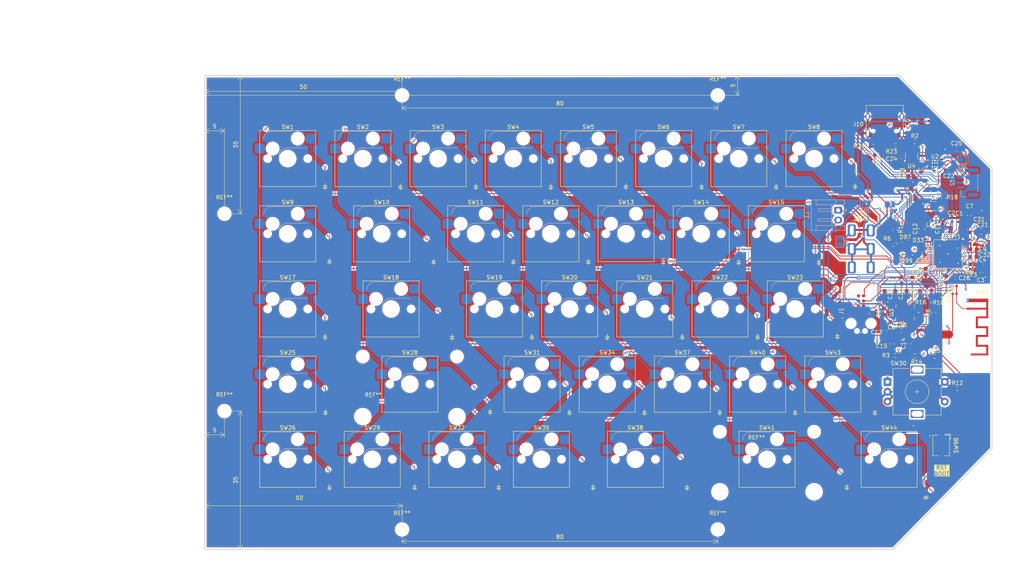
<source format=kicad_pcb>
(kicad_pcb (version 20241229) (generator "pcbnew") (generator_version "9.0")
  (layers (0 "F.Cu" signal) (4 "In1.Cu" signal) (6 "In2.Cu" signal) (2 "B.Cu" signal) (13 "F.Paste" user) (15 "B.Paste" user) (5 "F.SilkS" user "F.Silkscreen") (7 "B.SilkS" user "B.Silkscreen") (1 "F.Mask" user) (3 "B.Mask" user) (25 "Edge.Cuts" user))
  (net 0 "")
  (net 1 "Net-(U1-XL1{slash}P0.00)")
  (net 2 "Net-(U1-XL2{slash}P0.01)")
  (net 3 "Net-(U1-XC1)")
  (net 4 "Net-(U1-XC2)")
  (net 5 "Net-(D1-A)")
  (net 6 "Net-(U2-IN)")
  (net 7 "Net-(D2-A)")
  (net 8 "Net-(D3-A)")
  (net 9 "Net-(D4-A)")
  (net 10 "Net-(D5-A)")
  (net 11 "Net-(D6-A)")
  (net 12 "Net-(D7-A)")
  (net 13 "Net-(D8-A)")
  (net 14 "Net-(D9-A)")
  (net 15 "/R_ROW_0")
  (net 16 "Net-(D10-A)")
  (net 17 "Net-(D11-A)")
  (net 18 "Net-(D12-A)")
  (net 19 "Net-(D13-A)")
  (net 20 "Net-(D14-A)")
  (net 21 "Net-(D15-A)")
  (net 22 "/R_ROW_2")
  (net 23 "Net-(D17-A)")
  (net 24 "Net-(D18-A)")
  (net 25 "Net-(D19-A)")
  (net 26 "Net-(D20-A)")
  (net 27 "Net-(D21-A)")
  (net 28 "Net-(D22-A)")
  (net 29 "Net-(D23-A)")
  (net 30 "Net-(D25-A)")
  (net 31 "/R_ROW_1")
  (net 32 "/R_ROW_3")
  (net 33 "Net-(D26-A)")
  (net 34 "/R_ROW_4")
  (net 35 "Net-(D28-A)")
  (net 36 "Net-(D29-A)")
  (net 37 "Net-(D31-A)")
  (net 38 "Net-(D32-A)")
  (net 39 "Net-(D34-A)")
  (net 40 "Net-(D35-A)")
  (net 41 "Net-(D37-A)")
  (net 42 "Net-(D38-A)")
  (net 43 "Net-(D40-A)")
  (net 44 "Net-(D41-A)")
  (net 45 "Net-(D43-A)")
  (net 46 "Net-(D44-A)")
  (net 47 "GND")
  (net 48 "/COMPRT_TX")
  (net 51 "/COMPRT_RX")
  (net 53 "/PRG_CLK")
  (net 54 "/PRC_DIO")
  (net 57 "/~{RESET}")
  (net 58 "VBUS")
  (net 60 "/D+")
  (net 61 "Net-(J10-CC2)")
  (net 62 "/D-")
  (net 63 "Net-(J10-CC1)")
  (net 65 "+VDC")
  (net 66 "/R_COL_0")
  (net 67 "/R_COL_1")
  (net 68 "/R_COL_2")
  (net 69 "/R_COL_3")
  (net 70 "/R_COL_4")
  (net 71 "/R_COL_5")
  (net 72 "/R_COL_6")
  (net 73 "Net-(JP1-A)")
  (net 75 "/R_COL_7")
  (net 76 "Net-(JP2-A)")
  (net 78 "+BATT")
  (net 83 "/Rotary_SW")
  (net 84 "/Rotary_R")
  (net 86 "Net-(JP3-A)")
  (net 87 "Net-(U1-DCC)")
  (net 88 "Net-(U1-DEC4)")
  (net 90 "Net-(U1-DEC3)")
  (net 93 "Net-(U1-DEC5)")
  (net 97 "Net-(U1-DCCH)")
  (net 98 "Net-(U1-DEC1)")
  (net 100 "Net-(U1-DECUSB)")
  (net 101 "VSS_PA")
  (net 103 "Net-(U2-PRETERM)")
  (net 104 "Net-(C13-Pad1)")
  (net 106 "/Power Management/BATT_NTC")
  (net 107 "Net-(D97-K)")
  (net 108 "Net-(U2-ISET)")
  (net 109 "Net-(U3-BOOT2)")
  (net 110 "Net-(U3-TERM)")
  (net 111 "Net-(U3-COMM2)")
  (net 113 "Net-(U3-CLAMP2)")
  (net 114 "Net-(U3-CLAMP1)")
  (net 116 "Net-(U3-~{AD-EN})")
  (net 117 "Net-(D99-K)")
  (net 118 "Net-(U3-BOOT1)")
  (net 119 "Net-(U3-AC1)")
  (net 120 "Net-(U3-ILIM)")
  (net 121 "Net-(U3-COMM1)")
  (net 122 "Net-(U3-TS{slash}CTRL)")
  (net 123 "Net-(U3-FOD)")
  (net 124 "Net-(U3-AC2)")
  (net 125 "Net-(U3-RECT)")
  (net 126 "Net-(U4-~{FLG})")
  (net 127 "Net-(D97-A)")
  (net 128 "Net-(D99-A)")
  (net 129 "Net-(IFA1-ANT)")
  (net 131 "/Rotary_L")
  (net 132 "VDD")
  (net 135 "Net-(D33-A)")
  (net 136 "VDDH")
  (net 137 "Net-(D33-K)")
  (net 139 "/ANT")
  (footprint "Capacitor_SMD:C_0603_1608Metric" (layer "F.Cu") (at 260.317498 78.727498)
    (property "Reference" "C32")
    (property "Value" "100p")
  )
  (footprint "ScottoKeebs_Components:Diode_SOD-123" (layer "F.Cu") (at 158.0175 118.1275 90)
    (property "Reference" "D31" (hide yes))
    (property "Value" "D")
  )
  (footprint "ScottoKeebs_Components:Diode_SOD-123" (layer "F.Cu") (at 164.0175 137.1275 90)
    (property "Reference" "D35" (hide yes))
    (property "Value" "D")
  )
  (footprint "ScottoKeebs_Components:Diode_SOD-123" (layer "F.Cu") (at 177.0175 118.1775 90)
    (property "Reference" "D34" (hide yes))
    (property "Value" "D")
  )
  (footprint "ScottoKeebs_Hotswap:Hotswap_MX_1.00u" (layer "F.Cu") (at 191.4175 72.8525)
    (property "Reference" "SW14")
    (property "Value" "R")
  )
  (footprint "Capacitor_SMD:C_0603_1608Metric" (layer "F.Cu") (at 240.567501 88.0875 -90)
    (property "Reference" "C20")
    (property "Value" "10n")
  )
  (footprint "Capacitor_SMD:C_0603_1608Metric" (layer "F.Cu") (at 238.567501 95.1875)
    (property "Reference" "C8")
    (property "Value" "100p")
  )
  (footprint "Capacitor_SMD:C_0603_1608Metric" (layer "F.Cu") (at 248.317498 82.427498 -90)
    (property "Reference" "C26")
    (property "Value" "100p")
  )
  (footprint "ScottoKeebs_Miscellaneous:SW_CK_JS202011CQN_DPDT_Straight" (layer "F.Cu") (at 229.5675 81.387499 90)
    (property "Reference" "SW27")
    (property "Value" "SW_DPDT_x2")
  )
  (footprint "Resistor_SMD:R_0603_1608Metric" (layer "F.Cu") (at 244.867501 84.6875 -90)
    (property "Reference" "R9")
    (property "Value" "10k")
  )
  (footprint "Capacitor_SMD:C_0603_1608Metric" (layer "F.Cu") (at 256.1175 51.3775)
    (property "Reference" "C25")
    (property "Value" "10u")
  )
  (footprint "Capacitor_SMD:C_0603_1608Metric" (layer "F.Cu") (at 237.7175 92.5775 90)
    (property "Reference" "C17")
    (property "Value" "2.2n")
  )
  (footprint "ScottoKeebs_Hotswap:Hotswap_MX_1.00u" (layer "F.Cu") (at 143.7925 53.8025)
    (property "Reference" "SW4")
    (property "Value" "2")
  )
  (footprint "Capacitor_SMD:C_0603_1608Metric" (layer "F.Cu") (at 259.379998 68.189999 90)
    (property "Reference" "C7")
    (property "Value" "100n")
  )
  (footprint "ScottoKeebs_Components:Diode_SOD-123" (layer "F.Cu") (at 196.1175 118.1275 90)
    (property "Reference" "D37" (hide yes))
    (property "Value" "D")
  )
  (footprint "Capacitor_SMD:C_0603_1608Metric" (layer "F.Cu") (at 243.467501 88.0875 -90)
    (property "Reference" "C19")
    (property "Value" "22n")
  )
  (footprint "ScottoKeebs_Hotswap:Hotswap_MX_1.00u" (layer "F.Cu") (at 200.9425 53.8025)
    (property "Reference" "SW7")
    (property "Value" "5")
  )
  (footprint "ScottoKeebs_Hotswap:Hotswap_MX_1.00u" (layer "F.Cu") (at 205.705 110.9525)
    (property "Reference" "SW40")
    (property "Value" "V")
  )
  (footprint "ScottoKeebs_Components:Diode_SOD-123" (layer "F.Cu") (at 118.8175 137.0775 90)
    (property "Reference" "D29" (hide yes))
    (property "Value" "D")
  )
  (footprint "ScottoKeebs_Components:Diode_SOD-123" (layer "F.Cu") (at 134.3175 60.9775 90)
    (property "Reference" "D3" (hide yes))
    (property "Value" "1")
  )
  (footprint "Capacitor_SMD:C_0603_1608Metric" (layer "F.Cu") (at 252.579998 71.427498 90)
    (property "Reference" "C11")
    (property "Value" "100p")
  )
  (footprint "ScottoKeebs_Hotswap:Hotswap_MX_1.00u" (layer "F.Cu") (at 196.18 91.9025)
    (property "Reference" "SW22")
    (property "Value" "F")
  )
  (footprint "ScottoKeebs_Components:Diode_SOD-123" (layer "F.Cu") (at 191.5175 60.9775 90)
    (property "Reference" "D6" (hide yes))
    (property "Value" "4")
  )
  (footprint "LED_SMD:LED_0402_1005Metric" (layer "F.Cu") (at 244.6175 75.2775 -45)
    (property "Reference" "D33")
    (property "Value" "LED")
  )
  (footprint "ScottoKeebs_Components:Diode_SOD-123" (layer "F.Cu") (at 96.1175 60.9275 90)
    (property "Reference" "D1" (hide yes))
    (property "Value" "ESC")
  )
  (footprint "ScottoKeebs_Components:Diode_SOD-123" (layer "F.Cu") (at 200.9175 80.0775 90)
    (property "Reference" "D14" (hide yes))
    (property "Value" "D")
  )
  (footprint "Crystal:Crystal_SMD_2016-4Pin_2.0x1.6mm" (layer "F.Cu") (at 260.2175 81.2775 -90)
    (property "Reference" "Y3")
    (property "Value" "Crystal_GND24")
  )
  (footprint "Package_TO_SOT_SMD:SOT-583-8" (layer "F.Cu") (at 250.439997 65.840001)
    (property "Reference" "U5")
    (property "Value" "TPS2116DRL")
  )
  (footprint "Resistor_SMD:R_0603_1608Metric" (layer "F.Cu") (at 250.367501 92.8875 90)
    (property "Reference" "R8")
    (property "Value" "2.4k")
  )
  (footprint "ScottoKeebs_Hotswap:Hotswap_MX_2.25u" (layer "F.Cu") (at 208.08625 130.0025)
    (property "Reference" "SW41")
    (property "Value" "SPACE")
  )
  (footprint "ScottoKeebs_Components:Diode_SOD-123" (layer "F.Cu") (at 186.6175 99.0275 90)
    (property "Reference" "D21" (hide yes))
    (property "Value" "D")
  )
  (footprint "ScottoKeebs_Hotswap:Hotswap_MX_1.00u" (layer "F.Cu") (at 129.505 130.0025)
    (property "Reference" "SW32")
    (property "Value" "WIN")
  )
  (footprint "Capacitor_SMD:C_0402_1005Metric" (layer "F.Cu") (at 256.517498 69.327498 -90)
    (property "Reference" "C1")
    (property "Value" "12p")
  )
  (footprint "Capacitor_SMD:C_0402_1005Metric" (layer "F.Cu") (at 255.017498 69.327498 -90)
    (property "Reference" "C2")
    (property "Value" "12p")
  )
  (footprint "ScottoKeebs_Components:Diode_SOD-123" (layer "F.Cu") (at 187.8175 137.1775 90)
    (property "Reference" "D38" (hide yes))
    (property "Value" "D")
  )
  (footprint "ScottoKeebs_Components:Diode_SOD-123" (layer "F.Cu") (at 205.7175 99.0275 90)
    (property "Reference" "D22" (hide yes))
    (property "Value" "D")
  )
  (footprint "Resistor_SMD:R_0603_1608Metric" (layer "F.Cu") (at 236.2175 52.8775)
    (property "Reference" "R7")
    (property "Value" "1.5k")
  )
  (footprint "Resistor_SMD:R_0603_1608Metric" (layer "F.Cu") (at 245.5675 103.7775 180)
    (property "Reference" "R14")
    (property "Value" "10k")
  )
  (footprint "ScottoKeebs_Hotswap:Hotswap_MX_1.00u" (layer "F.Cu") (at 153.3175 72.8525)
    (property "Reference" "SW12")
    (property "Value" "W")
  )
  (footprint "Resistor_SMD:R_0603_1608Metric" (layer "F.Cu") (at 240.6175 50.5775 180)
    (property "Reference" "R23")
    (property "Value" "5.1K")
  )
  (footprint "ScottoKeebs_Hotswap:Hotswap_MX_1.00u" (layer "F.Cu") (at 186.655 110.9525)
    (property "Reference" "SW37")
    (property "Value" "C")
  )
  (footprint "ScottoKeebs_Stabilizer:Stabilizer_MX_2.00u" (layer "F.Cu") (at 117.59875 110.9525)
    (property "Reference" "REF**")
    (property "Value" "Stabilizer_MX_2.00u")
  )
  (footprint "ScottoKeebs_Components:Diode_SOD-123" (layer "F.Cu") (at 140.1175 137.1275 90)
    (property "Reference" "D32" (hide yes))
    (property "Value" "D")
  )
  (footprint "ScottoKeebs_Hotswap:Hotswap_MX_1.00u" (layer "F.Cu") (at 177.13 91.9025)
    (property "Reference" "SW21")
    (property "Value" "D")
  )
  (footprint "Inductor_SMD:L_0402_1005Metric" (layer "F.Cu") (at 249.3175 72.2775 -90)
    (property "Reference" "L3")
    (property "Value" "10u")
  )
  (footprint "ScottoKeebs_Components:Diode_SOD-123" (layer "F.Cu") (at 235.4175 118.1775 90)
    (property "Reference" "D43" (hide yes))
    (property "Value" "D")
  )
  (footprint "Capacitor_SMD:C_0402_1005Metric" (layer "F.Cu") (at 255.6175 88.0775 180)
    (property "Reference" "C29")
    (property "Value" "1p")
  )
  (footprint "Capacitor_SMD:C_0402_1005Metric" (layer "F.Cu") (at 255.8175 84.0775)
    (property "Reference" "C28")
    (property "Value" "1p")
  )
  (footprint "ScottoKeebs_Components:Diode_SOD-123" (layer "F.Cu") (at 153.3175 61.0275 90)
    (property "Reference" "D4" (hide yes))
    (property "Value" "2")
  )
  (footprint "ScottoKeebs_Stabilizer:Stabilizer_MX_2.00u" (layer "F.Cu") (at 208.08625 130.0025)
    (property "Reference" "REF**")
    (property "Value" "Stabilizer_MX_2.00u")
  )
  (footprint "ScottoKeebs_Hotswap:Hotswap_MX_1.00u" (layer "F.Cu") (at 124.7425 53.8025)
    (property "Reference" "SW3")
    (property "Value" "1")
  )
  (footprint "ScottoKeebs_Hotswap:Hotswap_MX_1.25u" (layer "F.Cu") (at 174.74875 130.0025)
    (property "Reference" "SW38")
    (property "Value" "ALT")
  )
  (footprint "MountingHole:MountingHole_3.2mm_M3" (layer "F.Cu") (at 70.6175 117.7775)
    (property "Reference" "REF**")
    (property "Value" "MountingHole_3.2mm_M3")
  )
  (footprint "ScottoKeebs_Hotswap:Hotswap_MX_1.00u" (layer "F.Cu") (at 162.8425 53.8025)
    (property "Reference" "SW5")
    (property "Value" "3")
  )
  (footprint "ScottoKeebs_Hotswap:Hotswap_MX_1.00u" (layer "F.Cu") (at 86.6425 91.9025)
    (property "Reference" "SW17")
    (property "Value" "M1")
  )
  (footprint "ScottoKeebs_Hotswap:Hotswap_MX_1.00u" (layer "F.Cu") (at 210.4675 72.8525)
    (property "Reference" "SW15")
    (property "Value" "T")
  )
  (footprint "ScottoKeebs_Components:Diode_SOD-123" (layer "F.Cu") (at 96.2175 118.1275 90)
    (property "Reference" "D25" (hide yes))
    (property "Value" "D")
  )
  (footprint "Package_DFN_QFN:Texas_DLH0010A_WSON-10-1EP_2.2x2mm_P0.4mm_EP0.9x1.5mm_ThermalVias" (layer "F.Cu") (at 250.6175 55.3775)
    (property "Reference" "U2")
    (property "Value" "BQ24040")
  )
  (footprint "Package_DFN_QFN:Texas_VQFN-RHL-20" (layer "F.Cu") (at 243.1175 92.8375 90)
    (property "Reference" "U3")
    (property "Value" "BQ51050BRHL")
  )
  (footprint "ScottoKeebs_Components:Diode_SOD-123" (layer "F.Cu") (at 167.6175 99.0775 90)
    (property "Reference" "D20" (hide yes))
    (property "Value" "D")
  )
  (footprint "Capacitor_SMD:C_0603_1608Metric" (layer "F.Cu") (at 247.317498 78.227498 180)
    (property "Reference" "C33")
    (property "Value" "100p")
  )
  (footprint "ScottoKeebs_Hotswap:Hotswap_MX_1.00u" (layer "F.Cu") (at 219.9925 53.8025)
    (property "Reference" "SW8")
    (property "Value" "6")
  )
  (footprint "ScottoKeebs_Hotswap:Hotswap_MX_1.00u" (layer "F.Cu") (at 167.605 110.9525)
    (property "Reference" "SW34")
    (property "Value" "X")
  )
  (footprint "LED_SMD:LED_0402_1005Metric" (layer "F.Cu") (at 243.6175 77.7775 90)
    (property "Reference" "D99")
    (property "Value" "QI_CHG")
  )
  (footprint "ScottoKeebs_Hotswap:Hotswap_MX_1.00u" (layer "F.Cu") (at 139.03 91.9025)
    (property "Reference" "SW19")
    (property "Value" "A")
  )
  (footprint "NetTie:NetTie-2_SMD_Pad2.0mm" (layer "F.Cu") (at 252.2175 98.3775 180)
    (property "Reference" "NT1" (hide yes))
    (property "Value" "NetTie_2" (hide yes))
  )
  (footprint "ScottoKeebs_Hotswap:Hotswap_MX_1.75u" (layer "F.Cu") (at 112.83625 91.9025)
    (property "Reference" "SW18")
    (property "Value" "CAPS")
  )
  (footprint "ScottoKeebs_Components:Diode_SOD-123" (layer "F.Cu") (at 137.9175 117.9775 90)
    (property "Reference" "D28" (hide yes))
    (property "Value" "D")
  )
  (footprint "Resistor_SMD:R_0603_1608Metric" (layer "F.Cu") (at 240.5675 103.6775)
    (property "Reference" "R3")
    (property "Value" "10k")
  )
  (footprint "Capacitor_SMD:C_0603_1608Metric" (layer "F.Cu") (at 260.417498 76.827498)
    (property "Reference" "C9")
    (property "Value" "1u")
  )
  (footprint "ScottoKeebs_Hotswap:Hotswap_MX_1.00u" (layer "F.Cu") (at 86.6425 130.0025)
    (property "Reference" "SW26")
    (property "Value" "M3")
  )
  (footprint "Resistor_SMD:R_0603_1608Metric" (layer "F.Cu") (at 245.517503 49.477499)
    (property "Reference" "R2")
    (property "Value" "1k")
  )
  (footprint "ScottoKeebs_Hotswap:Hotswap_MX_1.00u" (layer "F.Cu") (at 105.6925 53.8025)
    (property "Reference" "SW2")
    (property "Value" "`")
  )
  (footprint "Resistor_SMD:R_0603_1608Metric" (layer "F.Cu") (at 235.1175 50.6775)
    (property "Reference" "R24")
    (property "Value" "5.1K")
  )
  (footprint "ScottoKeebs_Hotswap:Hotswap_MX_1.00u" (layer "F.Cu") (at 181.8925 53.8025)
    (property "Reference" "SW6")
    (property "Value" "4")
  )
  (footprint "ScottoKeebs_Components:Diode_SOD-123" (layer "F.Cu") (at 181.8175 79.9775 90)
    (property "Reference" "D13" (hide yes))
    (property "Value" "D")
  )
  (footprint "ScottoKeebs_Components:Diode_SOD-123" (layer "F.Cu") (at 221.2175 80.1275 90)
    (property "Reference" "D15" (hide yes))
    (property "Value" "D")
  )
  (footprint "ScottoKeebs_Components:Diode_SOD-123" (layer "F.Cu") (at 228.3175 137.0775 90)
    (property "Reference" "D41" (hide yes))
    (property "Value" "D")
  )
  (footprint "ScottoKeebs_Miscellaneous:SW_DIP_SPSTx01_Slide_6.7x4.1mm_W6.73mm_P2.54mm_LowProfile_JPin" (layer "F.Cu") (at 252.2175 123.9125 -90)
    (property "Reference" "SW98")
    (property "Value" "SW_Push")
  )
  (footprint "Capacitor_SMD:C_0603_1608Metric" (layer "F.Cu") (at 254.1175 56.7775 180)
    (property "Reference" "C22")
    (property "Value" "1u")
  )
  (footprint "ScottoKeebs_Components:Diode_SOD-123" (layer "F.Cu") (at 148.5175 99.0275 90)
    (property "Reference" "D19" (hide yes))
    (property "Value" "D")
  )
  (footprint "Package_DFN_QFN:Nordic_AQFN-73-1EP_7x7mm_P0.5mm" (layer "F.Cu") (at 253.967498 77.977499 -90)
    (property "Reference" "U1")
    (property "Value" "nRF52840")
  )
  (footprint "RF_Antenna:Texas_SWRA117D_2.4GHz_Right" (layer "F.Cu") (at 258.9925 91.8275 -90)
    (property "Reference" "IFA1")
    (property "Value" "~")
  )
  (footprint "ScottoKeebs_Components:Diode_SOD-123" (layer "F.Cu") (at 172.3175 60.9275 90)
    (property "Reference" "D5" (hide yes))
    (property "Value" "3")
  )
  (footprint "ScottoKeebs_Hotswap:Hotswap_MX_1.25u" (layer "F.Cu") (at 108.07375 130.0025)
    (property "Reference" "SW29")
    (property "Value" "CTRL")
  )
  (footprint "Resistor_SMD:R_0603_1608Metric" (layer "F.Cu") (at 250.5675 103.8775)
    (property "Reference" "R15")
    (property "Value" "10k")
  )
  (footprint "LED_SMD:LED_0402_1005Metric" (layer "F.Cu") (at 243.1175 75.7775 -45)
    (property "Reference" "D97")
    (property "Value" "USB_CHG")
  )
  (footprint "Resistor_SMD:R_0603_1608Metric" (layer "F.Cu") (at 240.534137 75.694137 -45)
    (property "Reference" "R6")
    (property "Value" "500")
  )
  (footprint "Capacitor_SMD:C_0603_1608Metric" (layer "F.Cu") (at 242.167501 84.6875 -90)
    (property "Reference" "C18")
    (property "Value" "470p")
  )
  (footprint "Capacitor_SMD:C_0603_1608Metric" (layer "F.Cu") (at 237.867501 88.0875 -90)
    (property "Reference" "C27")
    (property "Value" "4.7u")
  )
  (footprint "Capacitor_SMD:C_0603_1608Metric" (layer "F.Cu") (at 244.067501 100.6875 90)
    (property "Reference" "C14")
    (property "Value" "22n")
  )
  (footprint "ScottoKeebs_Hotswap:Hotswap_MX_1.00u" (layer "F.Cu") (at 158.08 91.9025)
    (property "Reference" "SW20")
    (property "Value" "S")
  )
  (footprint "Resistor_SMD:R_0603_1608Metric" (layer "F.Cu") (at 240.5175 71.7775 -90)
    (property "Reference" "R1")
    (property "Value" "500")
  )
  (footprint "ScottoKeebs_Components:Diode_SOD-123" (layer "F.Cu") (at 225.9175 98.8775 90)
    (property "Reference" "D23" (hide yes))
    (property "Value" "D")
  )
  (footprint "Capacitor_SMD:C_0603_1608Metric" (layer "F.Cu") (at 243.8175 57.5775 90)
    (property "Reference" "C23")
    (property "Value" "1u")
  )
  (footprint "ScottoKeebs_Hotswap:Hotswap_MX_1.00u" (layer "F.Cu") (at 86.6425 53.8025)
    (property "Reference" "SW1")
    (property "Value" "ESC")
  )
  (footprint "ScottoKeebs_Components:Diode_SOD-123" (layer "F.Cu") (at 128.3175 99.0775 90)
    (property "Reference" "D18" (hide yes))
    (property "Value" "D")
  )
  (footprint "ScottoKeebs_Hotswap:Hotswap_MX_2.25u" (layer "F.Cu") (at 117.59875 110.9525)
    (property "Reference" "SW28")
    (property "Value" "SHIFT")
  )
  (footprint "Resistor_SMD:R_0603_1608Metric" (layer "F.Cu") (at 246.867501 88.0875 90)
    (property "Reference" "R16")
    (property "Value" "200")
  )
  (footprint "Resistor_SMD:R_0603_1608Metric" (layer "F.Cu") (at 249.5175 61.5775)
    (property "Reference" "R5")
    (property "Value" "10k")
  )
  (footprint "Inductor_SMD:L_0402_1005Metric" (layer "F.Cu") (at 256.1175 85.5775 -90)
    (property "Reference" "L5")
    (property "Value" "4.7n")
  )
  (footprint "ScottoKeebs_Components:Diode_SOD-123" (layer "F.Cu") (at 143.8175 79.9775 90)
    (property "Reference" "D11" (hide yes))
    (property "Value" "D")
  )
  (footprint "Capacitor_SMD:C_0603_1608Metric" (layer "F.Cu") (at 253.517498 84.427498 90)
    (property "Reference" "C10")
    (property "Value" "820p")
  )
  (footprint "Rotary_Encoder:RotaryEncoder_Alps_EC11E-Switch_Vertical_H20mm" (layer "F.Cu") (at 238.6175 110.3775)
    (property "Reference" "SW30")
    (property "Value" "Rot_Enc")
  )
  (footprint "ScottoKeebs_Hotswap:Hotswap_MX_1.00u" (layer "F.Cu") (at 134.2675 72.8525)
    (property "Reference" "SW11")
    (property "Value" "Q")
  )
  (footprint "ScottoKeebs_Components:Diode_SOD-123" (layer "F.Cu") (at 215.2175 118.1775 90)
    (property "Reference" "D40" (hide yes))
    (property "Value" "D")
  )
  (footprint "Capacitor_SMD:C_0805_2012Metric" (layer "F.Cu") (at 245.3175 44.6775 90)
    (property "Reference" "C5")
    (property "Value" "4.7u")
  )
  (footprint "ScottoKeebs_Components:Diode_SOD-123" (layer "F.Cu") (at 230.4175 60.8775 90)
    (property "Reference" "D8" (hide yes))
    (property "Value" "6")
  )
  (footprint "Capacitor_SMD:C_0805_2012Metric" (layer "F.Cu") (at 262.317498 72.227498 180)
    (property "Reference" "C21")
    (property "Value" "4.7u")
  )
  (footprint "ScottoKeebs_Hotswap:Hotswap_MX_1.00u" (layer "F.Cu") (at 148.555 110.9525)
    (property "Reference" "SW31")
    (property "Value" "Z")
  )
  (footprint "Resistor_SMD:R_0603_1608Metric" (layer "F.Cu") (at 256.3175 112.0775)
    (property "Reference" "R12")
    (property "Value" "10k")
  )
  (footprint "ScottoKeebs_Hotswap:Hotswap_MX_1.50u" (layer "F.Cu") (at 110.455 72.8525)
    (property "Reference" "SW10")
    (property "Value" "TAB")
  )
  (footprint "Capacitor_SMD:C_0603_1608Metric" (layer "F.Cu") (at 242.1175 97.3775)
    (property "Reference" "C16")
    (property "Value" "470p")
  )
  (footprint "Capacitor_SMD:C_0402_1005Metric" (layer "F.Cu") (at 262.417498 82.627498 90)
    (property "Reference" "C3")
    (property "Value" "12p")
  )
  (footprint "Capacitor_SMD:C_0805_2012Metric" (layer "F.Cu") (at 247.3175 71.5775 90)
    (property "Reference" "C12")
    (property "Value" "4.7u")
  )
  (footprint "ScottoKeebs_Components:Diode_SOD-123" (layer "F.Cu") (at 97.2175 137.1775 90)
    (property "Reference" "D26" (hide yes))
    (property "Value" "D")
  )
  (footprint "Capacitor_SMD:C_0402_1005Metric" (layer "F.Cu") (at 262.917498 80.527498 180)
    (property "Reference" "C4")
    (property "Value" "12p")
  )
  (footprint "ScottoKeebs_Components:Diode_SOD-123" (layer "F.Cu") (at 115.2175 60.9775 90)
    (property "Reference" "D2" (hide yes))
    (property "Value" "~/`")
  )
  (footprint "Package_TO_SOT_SMD:SOT-23-5" (layer "F.Cu") (at 244.7175 53.0775 90)
    (property "Reference" "U4")
    (property "Value" "AP22814BW5")
  )
  (footprint "ScottoKeebs_Hotswap:Hotswap_MX_1.25u" (layer "F.Cu") (at 150.93625 130.0025)
    (property "Reference" "SW35")
    (property "Value" "FN")
  )
  (footprint "Capacitor_SMD:C_0603_1608Metric" (layer "F.Cu") (at 259.317498 71.727498 90)
    (property "Reference" "C31")
    (property "Value" "100p")
  )
  (footprint "Capacitor_SMD:C_0603_1608Metric" (layer "F.Cu") (at 239.767501 100.6875 90)
    (property "Reference" "C15")
    (property "Value" "10n")
  )
  (footprint "MountingHole:MountingHole_3.2mm_M3" (layer "F.Cu") (at 195.6175 37.7775)
    (property "Reference" "REF**")
    (property "Value" "MountingHole_3.2mm_M3")
  )
  (footprint "Crystal:Crystal_SMD_3215-2Pin_3.2x1.5mm" (layer "F.Cu") (at 255.817498 71.827498 180)
    (property "Reference" "Y1")
    (property "Value" "32.768kHz")
  )
  (footprint "Connector:Tag-Connect_TC2070-IDC-FP_2x07_P1.27mm_Vertical" (layer "F.Cu") (at 231.9015 92.397501 -90)
    (property "Reference" "J1")
    (property "Value" "Conn_ST_STDC14")
  )
  (footprint "Capacitor_SMD:C_0603_1608Metric" (layer "F.Cu") (at 259.5175 83.989999)
    (property "Reference" "C6")
    (property "Value" "100p")
  )
  (footprint "ScottoKeebs_Hotswap:Hotswap_MX_1.00u" (layer "F.Cu") (at 86.6425 72.8525)
    (property "Reference" "SW9")
    (property "Value" "M0")
  )
  (footprint "ScottoKeebs_Components:Diode_SOD-123" (layer "F.Cu") (at 162.8175 79.9775 90)
    (property "Reference" "D12" (hide yes))
    (property "Value" "D")
  )
  (footprint "ScottoKeebs_Components:Diode_SOD-123" (layer "F.Cu") (at 96.1175 99.0275 90)
    (property "Reference" "D17" (hide yes))
    (property "Value" "D")
  )
  (footprint "ScottoKeebs_Hotswap:Hotswap_MX_1.00u" (layer "F.Cu") (at 215.23 91.9025)
    (property "Reference" "SW23")
    (property "Value" "G")
  )
  (footprint "MountingHole:MountingHole_3.2mm_M3" (layer "F.Cu") (at 195.6175 147.7775)
    (property "Reference" "REF**")
    (property "Value" "MountingHole_3.2mm_M3")
  )
  (footprint "ScottoKeebs_Hotswap:Hotswap_MX_1.00u" (layer "F.Cu") (at 224.755 110.9525)
    (property "Reference" "SW43")
    (property "Value" "B")
  )
  (footprint "ScottoKeebs_Components:Diode_SOD-123" (layer "F.Cu") (at 248.4175 139.6775)
    (property "Reference" "D44" (hide yes))
    (property "Value" "D")
  )
  (footprint "ScottoKeebs_Hotswap:Hotswap_MX_1.00u" (layer "F.Cu") (at 86.6425 110.9525)
    (property "Reference" "SW25")
    (property "Value" "M2")
  )
  (footprint "Resistor_SMD:R_0603_1608Metric" (layer "F.Cu") (at 249.767501 87.9875 -90)
    (property "Reference" "R10")
    (property "Value" "200")
  )
  (footprint "ScottoKeebs_Components:Diode_SOD-123" (layer "F.Cu") (at 123.6175 79.9775 90)
    (property "Reference" "D10" (hide yes))
    (property "Value" "D")
  )
  (footprint "Connector_USB:USB_C_Receptacle_HRO_TYPE-C-31-M-12" (layer "F.Cu") (at 237.9175 44.2175 180)
    (property "Reference" "J10")
    (property "Value" "USB_C_Receptacle_USB2.0")
  )
  (footprint "Resistor_SMD:R_0603_1608Metric" (layer "F.Cu") (at 252.9175 63.7775 -90)
    (property "Reference" "R18")
    (property "Value" "1k")
  )
  (footprint "ScottoKeebs_Hotswap:Hotswap_MX_1.00u" (layer "F.Cu") (at 172.3675 72.8525)
    (property "Reference" "SW13")
    (property "Value" "E")
  )
  (footprint "ScottoKeebs_Hotswap:Hotswap_MX_1.00u" (layer "F.Cu") (at 239.0425 130.0025)
    (property "Reference" "SW44")
    (property "Value" "DEL")
  )
  (footprint "Capacitor_SMD:C_0603_1608Metric" (layer "F.Cu") (at 241.6175 53.7525 -90)
    (property "Reference" "C24")
    (property "Value" "10u")
  )
  (footprint "Resistor_SMD:R_0603_1608Metric" (layer "F.Cu") (at 247.1175 56.3775 -90)
    (property "Reference" "R4")
    (property "Value" "2k")
  )
  (footprint "Inductor_SMD:L_0402_1005Metric" (layer "F.Cu") (at 259.417498 74.827498 -90)
    (property "Reference" "L4")
    (property "Value" "25u")
  )
  (footprint "MountingHole:MountingHole_3.2mm_M3" (layer "F.Cu") (at 115.6175 37.7775)
    (property "Reference" "REF**")
    (property "Value" "MountingHole_3.2mm_M3")
  )
  (footprint "MountingHole:MountingHole_3.2mm_M3" (layer "F.Cu") (at 115.6175 147.7775)
    (property "Reference" "REF**")
    (property "Value" "MountingHole_3.2mm_M3")
  )
  (footprint "ScottoKeebs_Components:Diode_SOD-123" (layer "F.Cu") (at 97.2175 79.8775 90)
    (property "Reference" "D9" (hide yes))
    (property "Value" "D")
  )
  (footprint "MountingHole:MountingHole_3.2mm_M3" (layer "F.Cu") (at 70.6175 67.7775)
    (property "Reference" "REF**")
    (property "Value" "MountingHole_3.2mm_M3")
  )
  (footprint "Capacitor_SMD:C_0603_1608Metric" (layer "F.Cu") (at 237.967501 97.4875 90)
    (property "Reference" "C13")
    (property "Value" "200n")
  )
  (footprint "ScottoKeebs_Components:Diode_SOD-123" (layer "F.Cu") (at 210.4175 60.9775 90)
    (property "Reference" "D7" (hide yes))
    (property "Value" "5")
  )
  (footprint "Jumper:SolderJumper-2_P1.3mm_Open_TrianglePad1.0x1.5mm" (layer "B.Cu") (at 233.0175 65.1775)
    (property "Reference" "JP3")
    (property "Value" "Qi_CHG_ENA")
  )
  (footprint "Jumper:SolderJumper-2_P1.3mm_Open_TrianglePad1.0x1.5mm" (layer "B.Cu") (at 239.2175 65.3775)
    (property "Reference" "JP1")
    (property "Value" "BATTERY_ENA")
  )
  (footprint "Connector_JST:JST_GH_SM03B-GHS-TB_1x03-1MP_P1.25mm_Horizontal" (layer "B.Cu") (at 258.9175 59.8775 -90)
    (property "Reference" "J2")
    (property "Value" "Conn_01x03")
  )
  (footprint "Jumper:SolderJumper-2_P1.3mm_Open_TrianglePad1.0x1.5mm" (layer "B.Cu") (at 257.7175 54.0775)
    (property "Reference" "JP2")
    (property "Value" "USB_CHG_ENA2")
  )
  (footprint "Jumper:SolderJumper-2_P1.3mm_Open_TrianglePad1.0x1.5mm" (layer "B.Cu") (at 226.5175 74.9025 90)
    (property "Reference" "JP4")
    (property "Value" "~{PWR_SWITCH}")
  )
  (footprint "Connector_JST:JST_EH_S2B-EH_1x02_P2.50mm_Horizontal" (layer "B.Cu") (at 226.1175 66.8775 -90)
    (property "Reference" "L1")
    (property "Value" "6.3u")
  )
  (gr_poly (pts (xy 65.6175 32.7775) (xy 65.6175 152.7775) (xy 240.1175 152.7775) (xy 265.1175 127.2775) (xy 265.1175 56.2775) (xy 241.5175 32.6775)) (stroke (width 0.2)) (fill no) (layer "Edge.Cuts"))
  (gr_text "RST\nBOOT" (at 252.3175 134.2775 0) (layer "F.SilkS" knockout) (effects (font (size 1 1)) (justify bottom)))
  (dimension (type orthogonal) (layer "F.SilkS") (pts (xy 115.6175 147.7775) (xy 65.6175 152.7775)) (height -6) (orientation 0) (format (prefix "") (suffix "") (units 3) (units_format 0) (precision 4) (suppress_zeroes yes)) (style (thickness 0.1) (arrow_length 1.27) (text_position_mode 2) (arrow_direction outward) (extension_height 0.58642) (extension_offset 0.5) (keep_text_aligned yes)) (gr_text "50" (at 89.6175 139.7775 0) (layer "F.SilkS") (effects (font (size 1 1) (thickness 0.15)) (justify mirror))))
  (dimension (type orthogonal) (layer "F.SilkS") (pts (xy 65.6175 32.7775) (xy 115.6175 32.7775)) (height 4) (orientation 0) (format (prefix "") (suffix "") (units 3) (units_format 0) (precision 4) (suppress_zeroes yes)) (style (thickness 0.1) (arrow_length 1.27) (text_position_mode 0) (arrow_direction outward) (extension_height 0.58642) (extension_offset 0.5) (keep_text_aligned yes)) (gr_text "50" (at 90.6175 35.6275 0) (layer "F.SilkS") (effects (font (size 1 1) (thickness 0.15)))))
  (dimension (type orthogonal) (layer "F.SilkS") (pts (xy 115.6175 37.7775) (xy 195.6175 37.7775)) (height 3.2) (orientation 0) (format (prefix "") (suffix "") (units 3) (units_format 0) (precision 4) (suppress_zeroes yes)) (style (thickness 0.1) (arrow_length 1.27) (text_position_mode 0) (arrow_direction outward) (extension_height 0.58642) (extension_offset 0.5) (keep_text_aligned yes)) (gr_text "80" (at 155.6175 39.8275 0) (layer "F.SilkS") (effects (font (size 1 1) (thickness 0.15)))))
  (dimension (type orthogonal) (layer "F.SilkS") (pts (xy 70.6175 117.7775) (xy 65.6175 93.7775)) (height 6) (orientation 0) (format (prefix "") (suffix "") (units 3) (units_format 0) (precision 4) (suppress_zeroes yes)) (style (thickness 0.1) (arrow_length 1.27) (text_position_mode 0) (arrow_direction outward) (extension_height 0.58642) (extension_offset 0.5) (keep_text_aligned yes)) (gr_text "5" (at 68.1175 122.6275 0) (layer "F.SilkS") (effects (font (size 1 1) (thickness 0.15)))))
  (dimension (type orthogonal) (layer "F.SilkS") (pts (xy 70.6175 67.7775) (xy 65.6175 67.7775)) (height -21) (orientation 0) (format (prefix "") (suffix "") (units 3) (units_format 0) (precision 4) (suppress_zeroes yes)) (style (thickness 0.1) (arrow_length 1.27) (text_position_mode 0) (arrow_direction outward) (extension_height 0.58642) (extension_offset 0.5) (keep_text_aligned yes)) (gr_text "5" (at 68.1175 45.6275 0) (layer "F.SilkS") (effects (font (size 1 1) (thickness 0.15)))))
  (dimension (type orthogonal) (layer "F.SilkS") (pts (xy 70.6175 117.7775) (xy 70.6175 152.7775)) (height 4) (orientation 1) (format (prefix "") (suffix "") (units 3) (units_format 0) (precision 4) (suppress_zeroes yes)) (style (thickness 0.1) (arrow_length 1.27) (text_position_mode 0) (arrow_direction outward) (extension_height 0.58642) (extension_offset 0.5) (keep_text_aligned yes)) (gr_text "35" (at 73.4675 135.2775 90) (layer "F.SilkS") (effects (font (size 1 1) (thickness 0.15)))))
  (dimension (type orthogonal) (layer "F.SilkS") (pts (xy 65.6175 32.7775) (xy 70.6175 67.7775)) (height 9) (orientation 1) (format (prefix "") (suffix "") (units 3) (units_format 0) (precision 4) (suppress_zeroes yes)) (style (thickness 0.1) (arrow_length 1.27) (text_position_mode 0) (arrow_direction outward) (extension_height 0.58642) (extension_offset 0.5) (keep_text_aligned yes)) (gr_text "35" (at 73.4675 50.2775 90) (layer "F.SilkS") (effects (font (size 1 1) (thickness 0.15)))))
  (dimension (type orthogonal) (layer "F.SilkS") (pts (xy 65.6175 32.7775) (xy 65.6175 37.7775)) (height 135) (orientation 1) (format (prefix "") (suffix "") (units 3) (units_format 0) (precision 4) (suppress_zeroes yes)) (style (thickness 0.1) (arrow_length 1.27) (text_position_mode 0) (arrow_direction outward) (extension_height 0.58642) (extension_offset 0.5) (keep_text_aligned yes)) (gr_text "5" (at 199.4675 35.2775 90) (layer "F.SilkS") (effects (font (size 1 1) (thickness 0.15)))))
  (dimension (type orthogonal) (layer "F.SilkS") (pts (xy 195.6175 147.7775) (xy 115.6175 147.7775)) (height 3) (orientation 0) (format (prefix "") (suffix "") (units 3) (units_format 0) (precision 4) (suppress_zeroes yes)) (style (thickness 0.1) (arrow_length 1.27) (text_position_mode 0) (arrow_direction outward) (extension_height 0.58642) (extension_offset 0.5) (keep_text_aligned yes)) (gr_text "80" (at 155.6175 149.6275 0) (layer "F.SilkS") (effects (font (size 1 1) (thickness 0.15)))))
  (segment (start 257.067498 70.357498) (end 256.517498 69.807498) (width 0.2) (layer "F.Cu") (net 1))
  (segment (start 257.067498 71.827498) (end 257.067498 70.357498) (width 0.2) (layer "F.Cu") (net 1))
  (segment (start 255.8175 73.077496) (end 257.067498 71.827498) (width 0.1) (layer "F.Cu") (net 1))
  (segment (start 255.967499 75.227501) (end 255.8175 75.077502) (width 0.1) (layer "F.Cu") (net 1))
  (segment (start 255.8175 75.077502) (end 255.8175 73.077496) (width 0.1) (layer "F.Cu") (net 1))
  (segment (start 254.567498 71.827498) (end 254.567498 70.257498) (width 0.2) (layer "F.Cu") (net 2))
  (segment (start 254.567498 70.257498) (end 255.017498 69.807498) (width 0.2) (layer "F.Cu") (net 2))
  (segment (start 255.5165 72.7765) (end 254.567498 71.827498) (width 0.1) (layer "F.Cu") (net 2))
  (segment (start 255.5165 75.178496) (end 255.5165 72.7765) (width 0.1) (layer "F.Cu") (net 2))
  (segment (start 260.7675 81.9775) (end 260.7675 82.4275) (width 0.2) (layer "F.Cu") (net 3))
  (segment (start 258.218499 82.7285) (end 256.717497 81.227498) (width 0.2) (layer "F.Cu") (net 3))
  (segment (start 260.7675 82.4275) (end 260.4665 82.7285) (width 0.2) (layer "F.Cu") (net 3))
  (segment (start 262.417498 82.147498) (end 260.937498 82.147498) (width 0.2) (layer "F.Cu") (net 3))
  (segment (start 260.4665 82.7285) (end 258.218499 82.7285) (width 0.2) (layer "F.Cu") (net 3))
  (segment (start 260.7175 81.9775) (end 260.7175 82.4275) (width 0.2) (layer "F.Cu") (net 3))
  (segment (start 261.7365 79.8265) (end 262.437498 80.527498) (width 0.2) (layer "F.Cu") (net 4))
  (segment (start 260.354436 79.8265) (end 261.7365 79.8265) (width 0.2) (layer "F.Cu") (net 4))
  (segment (start 259.6675 80.513436) (end 260.354436 79.8265) (width 0.2) (layer "F.Cu") (net 4))
  (segment (start 259.517502 80.727498) (end 257.217499 80.727498) (width 0.2) (layer "F.Cu") (net 4))
  (segment (start 96.1175 55.9775) (end 96.1175 59.2775) (width 0.2) (layer "F.Cu") (net 5))
  (via (at 96.1175 55.9775) (size 0.6) (drill 0.3) (layers "F.Cu" "B.Cu") (net 5))
  (segment (start 92.4845 48.7225) (end 92.4845 52.3445) (width 0.2) (layer "B.Cu") (net 5))
  (segment (start 92.4845 52.3445) (end 96.1175 55.9775) (width 0.2) (layer "B.Cu") (net 5))
  (segment (start 247.217501 53.0775) (end 248.7175 53.0775) (width 0.5) (layer "F.Cu") (net 6))
  (segment (start 244.242501 53.0775) (end 247.217501 53.0775) (width 0.5) (layer "F.Cu") (net 6))
  (segment (start 243.8175 56.8025) (end 243.8175 54.265) (width 0.2) (layer "F.Cu") (net 6))
  (segment (start 249.517501 53.877501) (end 249.517501 54.577498) (width 0.2) (layer "F.Cu") (net 6))
  (segment (start 248.7175 53.0775) (end 249.517501 53.877501) (width 0.5) (layer "F.Cu") (net 6))
  (segment (start 243.7675 53.552501) (end 244.242501 53.0775) (width 0.5) (layer "F.Cu") (net 6))
  (segment (start 243.7675 54.215) (end 243.7675 53.552501) (width 0.5) (layer "F.Cu") (net 6))
  (segment (start 115.2175 55.2775) (end 115.2175 59.3275) (width 0.2) (layer "F.Cu") (net 7))
  (segment (start 114.7175 54.7775) (end 115.2175 55.2775) (width 0.2) (layer "F.Cu") (net 7))
  (via (at 114.7175 54.7775) (size 0.6) (drill 0.3) (layers "F.Cu" "B.Cu") (net 7))
  (segment (start 111.5345 51.5945) (end 114.7175 54.7775) (width 0.2) (layer "B.Cu") (net 7))
  (segment (start 111.5345 48.7225) (end 111.5345 51.5945) (width 0.2) (layer "B.Cu") (net 7))
  (segment (start 134.3175 54.6775) (end 134.3175 59.3275) (width 0.2) (layer "F.Cu") (net 8))
  (segment (start 133.9175 54.2775) (end 134.3175 54.6775) (width 0.2) (layer "F.Cu") (net 8))
  (via (at 133.9175 54.2775) (size 0.6) (drill 0.3) (layers "F.Cu" "B.Cu") (net 8))
  (segment (start 130.5845 50.9445) (end 133.9175 54.2775) (width 0.2) (layer "B.Cu") (net 8))
  (segment (start 130.5845 48.7225) (end 130.5845 50.9445) (width 0.2) (layer "B.Cu") (net 8))
  (segment (start 153.3175 54.3775) (end 153.3175 59.3775) (width 0.2) (layer "F.Cu") (net 9))
  (via (at 153.3175 54.3775) (size 0.6) (drill 0.3) (layers "F.Cu" "B.Cu") (net 9))
  (segment (start 149.6345 50.6945) (end 153.3175 54.3775) (width 0.2) (layer "B.Cu") (net 9))
  (segment (start 149.6345 48.7225) (end 149.6345 50.6945) (width 0.2) (layer "B.Cu") (net 9))
  (segment (start 172.3175 55.1775) (end 172.3175 59.2775) (width 0.2) (layer "F.Cu") (net 10))
  (segment (start 171.0175 53.8775) (end 172.3175 55.1775) (width 0.2) (layer "F.Cu") (net 10))
  (via (at 171.0175 53.8775) (size 0.6) (drill 0.3) (layers "F.Cu" "B.Cu") (net 10))
  (segment (start 168.6845 48.7225) (end 168.6845 51.5445) (width 0.2) (layer "B.Cu") (net 10))
  (segment (start 168.6845 51.5445) (end 171.0175 53.8775) (width 0.2) (layer "B.Cu") (net 10))
  (segment (start 191.5175 55.1775) (end 191.5175 59.3275) (width 0.2) (layer "F.Cu") (net 11))
  (segment (start 191.6175 55.0775) (end 191.5175 55.1775) (width 0.2) (layer "F.Cu") (net 11))
  (via (at 191.6175 55.0775) (size 0.6) (drill 0.3) (layers "F.Cu" "B.Cu") (net 11))
  (segment (start 187.7345 51.1945) (end 191.6175 55.0775) (width 0.2) (layer "B.Cu") (net 11))
  (segment (start 187.7345 48.7225) (end 187.7345 51.1945) (width 0.2) (layer "B.Cu") (net 11))
  (segment (start 210.4175 54.8775) (end 210.4175 59.3275) (width 0.2) (layer "F.Cu") (net 12))
  (segment (start 210.0175 54.4775) (end 210.4175 54.8775) (width 0.2) (layer "F.Cu") (net 12))
  (via (at 210.0175 54.4775) (size 0.6) (drill 0.3) (layers "F.Cu" "B.Cu") (net 12))
  (segment (start 206.7845 48.7225) (end 206.7845 51.2445) (width 0.2) (layer "B.Cu") (net 12))
  (segment (start 206.7845 51.2445) (end 210.0175 54.4775) (width 0.2) (layer "B.Cu") (net 12))
  (segment (start 230.4175 55.4775) (end 229.4175 54.4775) (width 0.2) (layer "F.Cu") (net 13))
  (segment (start 230.4175 59.2275) (end 230.4175 55.4775) (width 0.2) (layer "F.Cu") (net 13))
  (via (at 229.4175 54.4775) (size 0.6) (drill 0.3) (layers "F.Cu" "B.Cu") (net 13))
  (segment (start 225.8345 50.8945) (end 225.8345 48.7225) (width 0.2) (layer "B.Cu") (net 13))
  (segment (start 229.4175 54.4775) (end 225.8345 50.8945) (width 0.2) (layer "B.Cu") (net 13))
  (segment (start 97.2175 73.6775) (end 97.2175 78.2275) (width 0.2) (layer "F.Cu") (net 14))
  (segment (start 97.0175 73.4775) (end 97.2175 73.6775) (width 0.2) (layer "F.Cu") (net 14))
  (via (at 97.0175 73.4775) (size 0.6) (drill 0.3) (layers "F.Cu" "B.Cu") (net 14))
  (segment (start 92.4845 68.9445) (end 97.0175 73.4775) (width 0.2) (layer "B.Cu") (net 14))
  (segment (start 92.4845 67.7725) (end 92.4845 68.9445) (width 0.2) (layer "B.Cu") (net 14))
  (segment (start 248.541609 79.003498) (end 248.817609 78.727498) (width 0.2) (layer "F.Cu") (net 15))
  (segment (start 96.1675 62.6275) (end 96.1175 62.5775) (width 0.2) (layer "F.Cu") (net 15))
  (segment (start 210.5175 62.5275) (end 210.4175 62.6275) (width 0.2) (layer "F.Cu") (net 15))
  (segment (start 134.3675 62.6775) (end 134.3175 62.6275) (width 0.2) (layer "F.Cu") (net 15))
  (segment (start 243.048322 79.003498) (end 248.541609 79.003498) (width 0.2) (layer "F.Cu") (net 15))
  (segment (start 231.0175 62.5275) (end 236.6975 68.2075) (width 0.2) (layer "F.Cu") (net 15))
  (segment (start 191.5175 62.6275) (end 172.3675 62.6275) (width 0.2) (layer "F.Cu") (net 15))
  (segment (start 248.817609 78.727498) (end 250.717498 78.727498) (width 0.2) (layer "F.Cu") (net 15))
  (segment (start 115.2175 62.6275) (end 96.1675 62.6275) (width 0.2) (layer "F.Cu") (net 15))
  (segment (start 230.4175 62.5275) (end 210.5175 62.5275) (width 0.2) (layer "F.Cu") (net 15))
  (segment (start 230.4175 62.5275) (end 231.0175 62.5275) (width 0.2) (layer "F.Cu") (net 15))
  (segment (start 153.3175 62.6775) (end 172.2175 62.6775) (width 0.2) (layer "F.Cu") (net 15))
  (segment (start 238.206547 74.799447) (end 242.2846 78.8775) (width 0.2) (layer "F.Cu") (net 15))
  (segment (start 172.2175 62.6775) (end 172.3175 62.5775) (width 0.2) (layer "F.Cu") (net 15))
  (segment (start 172.3675 62.6275) (end 172.3175 62.5775) (width 0.2) (layer "F.Cu") (net 15))
  (segment (start 191.5175 62.6275) (end 210.4175 62.6275) (width 0.2) (layer "F.Cu") (net 15))
  (segment (start 236.6975 68.2075) (end 236.6975 73.2775) (width 0.2) (layer "F.Cu") (net 15))
  (segment (start 115.2175 62.6275) (end 134.3175 62.6275) (width 0.2) (layer "F.Cu") (net 15))
  (segment (start 242.922323 78.877499) (end 243.048322 79.003498) (width 0.2) (layer "F.Cu") (net 15))
  (segment (start 242.2846 78.8775) (end 242.922323 78.877499) (width 0.2) (layer "F.Cu") (net 15))
  (segment (start 153.3175 62.6775) (end 134.3675 62.6775) (width 0.2) (layer "F.Cu") (net 15))
  (segment (start 238.206547 74.786547) (end 238.206547 74.799447) (width 0.2) (layer "F.Cu") (net 15))
  (segment (start 236.6975 73.2775) (end 238.206547 74.786547) (width 0.2) (layer "F.Cu") (net 15))
  (segment (start 123.6175 75.8775) (end 123.6175 78.3275) (width 0.2) (layer "F.Cu") (net 16))
  (segment (start 121.8175 74.0775) (end 123.6175 75.8775) (width 0.2) (layer "F.Cu") (net 16))
  (via (at 121.8175 74.0775) (size 0.6) (drill 0.3) (layers "F.Cu" "B.Cu") (net 16))
  (segment (start 116.297 68.557) (end 121.8175 74.0775) (width 0.2) (layer "B.Cu") (net 16))
  (segment (start 143.8175 78.3275) (end 143.8175 73.8775) (width 0.2) (layer "F.Cu") (net 17))
  (segment (start 143.8175 73.8775) (end 143.1175 73.1775) (width 0.2) (layer "F.Cu") (net 17))
  (via (at 143.1175 73.1775) (size 0.6) (drill 0.3) (layers "F.Cu" "B.Cu") (net 17))
  (segment (start 143.1175 73.1775) (end 140.1095 70.1695) (width 0.2) (layer "B.Cu") (net 17))
  (segment (start 140.1095 70.1695) (end 140.1095 67.7725) (width 0.2) (layer "B.Cu") (net 17))
  (segment (start 162.8175 78.3275) (end 162.8175 73.5775) (width 0.2) (layer "F.Cu") (net 18))
  (segment (start 162.8175 73.5775) (end 162.4175 73.1775) (width 0.2) (layer "F.Cu") (net 18))
  (via (at 162.4175 73.1775) (size 0.6) (drill 0.3) (layers "F.Cu" "B.Cu") (net 18))
  (segment (start 159.1595 69.9195) (end 159.1595 67.7725) (width 0.2) (layer "B.Cu") (net 18))
  (segment (start 162.4175 73.1775) (end 159.1595 69.9195) (width 0.2) (layer "B.Cu") (net 18))
  (segment (start 181.8175 73.9775) (end 181.8175 78.3275) (width 0.2) (layer "F.Cu") (net 19))
  (segment (start 181.5175 73.6775) (end 181.8175 73.9775) (width 0.2) (layer "F.Cu") (net 19))
  (via (at 181.5175 73.6775) (size 0.6) (drill 0.3) (layers "F.Cu" "B.Cu") (net 19))
  (segment (start 178.2095 70.3695) (end 181.5175 73.6775) (width 0.2) (layer "B.Cu") (net 19))
  (segment (start 178.2095 67.7725) (end 178.2095 70.3695) (width 0.2) (layer "B.Cu") (net 19))
  (segment (start 200.9175 78.4275) (end 200.9175 73.0775) (width 0.2) (layer "F.Cu") (net 20))
  (segment (start 200.9175 73.0775) (end 200.5175 72.6775) (width 0.2) (layer "F.Cu") (net 20))
  (via (at 200.5175 72.6775) (size 0.6) (drill 0.3) (layers "F.Cu" "B.Cu") (net 20))
  (segment (start 197.2595 69.4195) (end 200.5175 72.6775) (width 0.2) (layer "B.Cu") (net 20))
  (segment (start 197.2595 67.7725) (end 197.2595 69.4195) (width 0.2) (layer "B.Cu") (net 20))
  (segment (start 220.3175 78.1775) (end 220.6175 78.4775) (width 0.2) (layer "F.Cu") (net 21))
  (segment (start 220.3175 77.1775) (end 220.3175 78.1775) (width 0.2) (layer "F.Cu") (net 21))
  (segment (start 220.6175 78.4775) (end 221.2175 78.4775) (width 0.2) (layer "F.Cu") (net 21))
  (via (at 220.3175 77.1775) (size 0.6) (drill 0.3) (layers "F.Cu" "B.Cu") (net 21))
  (segment (start 220.3175 77.1775) (end 220.3175 74.8775) (width 0.2) (layer "B.Cu") (net 21))
  (segment (start 220.3175 74.8775) (end 216.3095 70.8695) (width 0.2) (layer "B.Cu") (net 21))
  (segment (start 216.3095 70.8695) (end 216.3095 67.7725) (width 0.2) (layer "B.Cu") (net 21))
  (segment (start 167.6175 100.7275) (end 186.5675 100.7275) (width 0.2) (layer "F.Cu") (net 22))
  (segment (start 186.5675 100.7275) (end 186.6175 100.6775) (width 0.2) (layer "F.Cu") (net 22))
  (segment (start 253.217499 81.929971) (end 252.993735 82.153735) (width 0.2) (layer "F.Cu") (net 22))
  (segment (start 205.7175 100.6775) (end 221.1175 100.6775) (width 0.2) (layer "F.Cu") (net 22))
  (segment (start 225.7675 100.6775) (end 225.9175 100.5275) (width 0.2) (layer "F.Cu") (net 22))
  (segment (start 222.1175 90.2775) (end 222.1175 99.2775) (width 0.2) (layer "F.Cu") (net 22))
  (segment (start 225.6175 86.7775) (end 222.1175 90.2775) (width 0.2) (layer "F.Cu") (net 22))
  (segment (start 148.4675 100.7275) (end 148.5175 100.6775) (width 0.2) (layer "F.Cu") (net 22))
  (segment (start 221.1175 100.6775) (end 225.7675 100.6775) (width 0.2) (layer "F.Cu") (net 22))
  (segment (start 167.6175 100.7275) (end 148.5675 100.7275) (width 0.2) (layer "F.Cu") (net 22))
  (segment (start 128.2675 100.6775) (end 128.3175 100.7275) (width 0.2) (layer "F.Cu") (net 22))
  (segment (start 222.1175 99.2775) (end 221.1175 100.2775) (width 0.2) (layer "F.Cu") (net 22))
  (segment (start 96.1175 100.6775) (end 128.2675 100.6775) (width 0.2) (layer "F.Cu") (net 22))
  (segment (start 148.5675 100.7275) (end 148.5175 100.6775) (width 0.2) (layer "F.Cu") (net 22))
  (segment (start 253.217499 81.227499) (end 253.217499 81.929971) (width 0.2) (layer "F.Cu") (net 22))
  (segment (start 221.1175 100.2775) (end 221.1175 100.6775) (width 0.2) (layer "F.Cu") (net 22))
  (segment (start 128.3175 100.7275) (end 148.4675 100.7275) (width 0.2) (layer "F.Cu") (net 22))
  (segment (start 205.7175 100.6775) (end 186.6175 100.6775) (width 0.2) (layer "F.Cu") (net 22))
  (via (at 225.6175 86.7775) (size 0.6) (drill 0.3) (layers "F.Cu" "B.Cu") (net 22))
  (via (at 252.993735 82.153735) (size 0.6) (drill 0.3) (layers "F.Cu" "B.Cu") (net 22))
  (segment (start 250.5175 82.246692) (end 252.900778 82.246692) (width 0.2) (layer "B.Cu") (net 22))
  (segment (start 250.486692 82.2775) (end 250.5175 82.246692) (width 0.2) (layer "B.Cu") (net 22))
  (segment (start 224.1175 84.276087) (end 225.205088 83.188499) (width 0.2) (layer "B.Cu") (net 22))
  (segment (start 249.281508 82.4775) (end 249.819986 82.4775) (width 0.2) (layer "B.Cu") (net 22))
  (segment (start 250.019986 82.2775) (end 250.486692 82.2775) (width 0.2) (layer "B.Cu") (net 22))
  (segment (start 237.2175 82.2775) (end 249.081508 82.2775) (width 0.2) (layer "B.Cu") (net 22))
  (segment (start 224.1175 85.2775) (end 224.1175 84.276087) (width 0.2) (layer "B.Cu") (net 22))
  (segment (start 249.819986 82.4775) (end 250.019986 82.2775) (width 0.2) (layer "B.Cu") (net 22))
  (segment (start 249.081508 82.2775) (end 249.281508 82.4775) (width 0.2) (layer "B.Cu") (net 22))
  (segment (start 225.6175 86.7775) (end 224.1175 85.2775) (width 0.2) (layer "B.Cu") (net 22))
  (segment (start 252.900778 82.246692) (end 252.993735 82.153735) (width 0.2) (layer "B.Cu") (net 22))
  (segment (start 225.205088 83.188499) (end 236.306501 83.188499) (width 0.2) (layer "B.Cu") (net 22))
  (segment (start 236.306501 83.188499) (end 237.2175 82.2775) (width 0.2) (layer "B.Cu") (net 22))
  (segment (start 96.1175 94.0775) (end 96.1175 97.3775) (width 0.2) (layer "F.Cu") (net 23))
  (via (at 96.1175 94.0775) (size 0.6) (drill 0.3) (layers "F.Cu" "B.Cu") (net 23))
  (segment (start 92.4845 86.8225) (end 92.4845 90.4445) (width 0.2) (layer "B.Cu") (net 23))
  (segment (start 92.4845 90.4445) (end 96.1175 94.0775) (width 0.2) (layer "B.Cu") (net 23))
  (segment (start 124.7175 92.3775) (end 128.3175 95.9775) (width 0.2) (layer "F.Cu") (net 24))
  (segment (start 124.7175 92.2775) (end 124.7175 92.3775) (width 0.2) (layer "F.Cu") (net 24))
  (segment (start 128.3175 95.9775) (end 128.3175 97.4275) (width 0.2) (layer "F.Cu") (net 24))
  (via (at 124.7175 92.2775) (size 0.6) (drill 0.3) (layers "F.Cu" "B.Cu") (net 24))
  (segment (start 124.13325 92.2775) (end 124.7175 92.2775) (width 0.2) (layer "B.Cu") (net 24))
  (segment (start 118.67825 86.8225) (end 124.13325 92.2775) (width 0.2) (layer "B.Cu") (net 24))
  (segment (start 148.3175 93.2775) (end 148.5175 93.4775) (width 0.2) (layer "F.Cu") (net 25))
  (segment (start 148.5175 93.4775) (end 148.5175 97.3775) (width 0.2) (layer "F.Cu") (net 25))
  (via (at 148.3175 93.2775) (size 0.6) (drill 0.3) (layers "F.Cu" "B.Cu") (net 25))
  (segment (start 144.872 86.8225) (end 144.872 89.832) (width 0.2) (layer "B.Cu") (net 25))
  (segment (start 144.872 89.832) (end 148.3175 93.2775) (width 0.2) (layer "B.Cu") (net 25))
  (segment (start 167.6175 92.8775) (end 167.6175 97.4275) (width 0.2) (layer "F.Cu") (net 26))
  (segment (start 167.4175 92.6775) (end 167.6175 92.8775) (width 0.2) (layer "F.Cu") (net 26))
  (via (at 167.4175 92.6775) (size 0.6) (drill 0.3) (layers "F.Cu" "B.Cu") (net 26))
  (segment (start 163.922 89.182) (end 167.4175 92.6775) (width 0.2) (layer "B.Cu") (net 26))
  (segment (start 163.922 86.8225) (end 163.922 89.182) (width 0.2) (layer "B.Cu") (net 26))
  (segment (start 186.6175 97.3775) (end 186.6175 96.8775) (width 0.2) (layer "F.Cu") (net 27))
  (segment (start 186.6175 96.8775) (end 183.8175 94.0775) (width 0.2) (layer "F.Cu") (net 27))
  (via (at 183.8175 94.0775) (size 0.6) (drill 0.3) (layers "F.Cu" "B.Cu") (net 27))
  (segment (start 183.8175 87.668) (end 183.8175 94.0775) (width 0.2) (layer "B.Cu") (net 27))
  (segment (start 205.6175 93.4775) (end 205.7175 93.5775) (width 0.2) (layer "F.Cu") (net 28))
  (segment (start 205.7175 93.5775) (end 205.7175 97.3775) (width 0.2) (layer "F.Cu") (net 28))
  (via (at 205.6175 93.4775) (size 0.6) (drill 0.3) (layers "F.Cu" "B.Cu") (net 28))
  (segment (start 202.022 86.8225) (end 202.022 89.882) (width 0.2) (layer "B.Cu") (net 28))
  (segment (start 202.022 89.882) (end 205.6175 93.4775) (width 0.2) (layer "B.Cu") (net 28))
  (segment (start 225.9175 95.82603) (end 224.193235 94.101765) (width 0.2) (layer "F.Cu") (net 29))
  (segment (start 225.9175 97.2275) (end 225.9175 95.82603) (width 0.2) (layer "F.Cu") (net 29))
  (via (at 224.193235 94.101765) (size 0.6) (drill 0.3) (layers "F.Cu" "B.Cu") (net 29))
  (segment (start 221.072 90.806265) (end 224.193235 93.9275) (width 0.2) (layer "B.Cu") (net 29))
  (segment (start 221.072 86.8225) (end 221.072 90.806265) (width 0.2) (layer "B.Cu") (net 29))
  (segment (start 224.193235 93.9275) (end 224.193235 94.101765) (width 0.2) (layer "B.Cu") (net 29))
  (segment (start 96.2175 112.1775) (end 96.2175 116.4775) (width 0.2) (layer "F.Cu") (net 30))
  (segment (start 96.0175 111.9775) (end 96.2175 112.1775) (width 0.2) (layer "F.Cu") (net 30))
  (via (at 96.0175 111.9775) (size 0.6) (drill 0.3) (layers "F.Cu" "B.Cu") (net 30))
  (segment (start 92.4845 105.8725) (end 92.4845 108.4445) (width 0.2) (layer "B.Cu") (net 30))
  (segment (start 92.4845 108.4445) (end 96.0175 111.9775) (width 0.2) (layer "B.Cu") (net 30))
  (segment (start 97.3175 81.6275) (end 97.2175 81.5275) (width 0.2) (layer "F.Cu") (net 31))
  (segment (start 252.217497 81.227497) (end 252.217497 81.515758) (width 0.2) (layer "F.Cu") (net 31))
  (segment (start 252.217497 81.515758) (end 251.791388 81.941867) (width 0.2) (layer "F.Cu") (net 31))
  (segment (start 181.8175 81.6275) (end 200.8175 81.6275) (width 0.2) (layer "F.Cu") (net 31))
  (segment (start 200.8175 81.6275) (end 200.9175 81.7275) (width 0.2) (layer "F.Cu") (net 31))
  (segment (start 221.2175 81.7775) (end 223.106501 81.7775) (width 0.2) (layer "F.Cu") (net 31))
  (segment (start 162.8175 81.6275) (end 143.8175 81.6275) (width 0.2) (layer "F.Cu") (net 31))
  (segment (start 200.9675 81.7775) (end 200.9175 81.7275) (width 0.2) (layer "F.Cu") (net 31))
  (segment (start 123.6175 81.6275) (end 143.8175 81.6275) (width 0.2) (layer "F.Cu") (net 31))
  (segment (start 223.106501 81.7775) (end 225.286266 83.957264) (width 0.2) (layer "F.Cu") (net 31))
  (segment (start 181.8175 81.6275) (end 162.8175 81.6275) (width 0.2) (layer "F.Cu") (net 31))
  (segment (start 123.6175 81.6275) (end 97.3175 81.6275) (width 0.2) (layer "F.Cu") (net 31))
  (segment (start 221.2175 81.7775) (end 200.9675 81.7775) (width 0.2) (layer "F.Cu") (net 31))
  (segment (start 251.791388 81.941867) (end 251.791388 83.772433) (width 0.2) (layer "F.Cu") (net 31))
  (via (at 251.791388 83.772433) (size 0.6) (drill 0.3) (layers "F.Cu" "B.Cu") (net 31))
  (via (at 225.286266 83.957264) (size 0.6) (drill 0.3) (layers "F.Cu" "B.Cu") (net 31))
  (segment (start 230.604915 83.957264) (end 231.03615 84.388499) (width 0.2) (layer "B.Cu") (net 31))
  (segment (start 231.533208 84.388499) (end 231.744207 84.1775) (width 0.2) (layer "B.Cu") (net 31))
  (segment (start 251.286321 84.2775) (end 251.791388 83.772433) (width 0.2) (layer "B.Cu") (net 31))
  (segment (start 231.744207 84.1775) (end 243.210971 84.1775) (width 0.2) (layer "B.Cu") (net 31))
  (segment (start 225.286266 83.957264) (end 230.604915 83.957264) (width 0.2) (layer "B.Cu") (net 31))
  (segment (start 243.310971 84.2775) (end 251.286321 84.2775) (width 0.2) (layer "B.Cu") (net 31))
  (segment (start 231.03615 84.388499) (end 231.533208 84.388499) (width 0.2) (layer "B.Cu") (net 31))
  (segment (start 243.210971 84.1775) (end 243.310971 84.2775) (width 0.2) (layer "B.Cu") (net 31))
  (segment (start 137.9175 119.6275) (end 157.8675 119.6275) (width 0.2) (layer "F.Cu") (net 32))
  (segment (start 135.7675 119.6275) (end 137.9175 119.6275) (width 0.2) (layer "F.Cu") (net 32))
  (segment (start 215.2175 119.8275) (end 225.6175 119.8275) (width 0.2) (layer "F.Cu") (net 32))
  (segment (start 177.0175 119.8275) (end 158.0675 119.8275) (width 0.2) (layer "F.Cu") (net 32))
  (segment (start 177.0175 119.8275) (end 196.0675 119.8275) (width 0.2) (layer "F.Cu") (net 32))
  (segment (start 100.7175 115.2775) (end 131.4175 115.2775) (width 0.2) (layer "F.Cu") (net 32))
  (segment (start 257.217502 76.727497) (end 258.067497 76.727497) (width 0.2) (layer "F.Cu") (net 32))
  (segment (start 225.6175 119.8275) (end 235.4175 119.8275) (width 0.2) (layer "F.Cu") (net 32))
  (segment (start 131.4175 115.2775) (end 135.7675 119.6275) (width 0.2) (layer "F.Cu") (net 32))
  (segment (start 258.067497 76.727497) (end 258.1175 76.7775) (width 0.2) (layer "F.Cu") (net 32))
  (segment (start 215.2175 119.8275) (end 196.1675 119.8275) (width 0.2) (layer "F.Cu") (net 32))
  (segment (start 96.2175 119.7775) (end 100.7175 115.2775) (width 0.2) (layer "F.Cu") (net 32))
  (via (at 225.6175 119.8275) (size 0.6) (drill 0.3) (layers "F.Cu" "B.Cu") (net 32))
  (via (at 258.1175 76.7775) (size 0.6) (drill 0.3) (layers "F.Cu" "B.Cu") (net 32))
  (segment (start 96.9175 132.5775) (end 97.2175 132.8775) (width 0.2) (layer "F.Cu") (net 33))
  (segment (start 97.2175 132.8775) (end 97.2175 135.5275) (width 0.2) (layer "F.Cu") (net 33))
  (via (at 96.9175 132.5775) (size 0.6) (drill 0.3) (layers "F.Cu" "B.Cu") (net 33))
  (segment (start 92.4845 128.1445) (end 96.9175 132.5775) (width 0.2) (layer "B.Cu") (net 33))
  (segment (start 92.4845 124.9225) (end 92.4845 128.1445) (width 0.2) (layer "B.Cu") (net 33))
  (segment (start 247.6175 135.1775) (end 247.6175 138.827502) (width 0.2) (layer "F.Cu") (net 34))
  (segment (start 118.8675 138.7775) (end 118.8175 138.7275) (width 0.2) (layer "F.Cu") (net 34))
  (segment (start 252.1175 103.2775) (end 257.8435 109.0035) (width 0.2) (layer "F.Cu") (net 34))
  (segment (start 251.167503 80.727497) (end 250.667866 81.227134) (width 0.1) (layer "F.Cu") (net 34))
  (segment (start 252.1175 102.150797) (end 252.1175 103.2775) (width 0.2) (layer "F.Cu") (net 34))
  (segment (start 250.667866 81.227134) (end 250.161826 81.227134) (width 0.1) (layer "F.Cu") (net 34))
  (segment (start 118.7175 138.8275) (end 118.8175 138.7275) (width 0.2) (layer "F.Cu") (net 34))
  (segment (start 247.6175 138.827502) (end 246.767502 139.6775) (width 0.2) (layer "F.Cu") (net 34))
  (segment (start 247.193235 98.353235) (end 247.5675 98.7275) (width 0.2) (layer "F.Cu") (net 34))
  (segment (start 257.8435 125.0035) (end 257.9175 125.0775) (width 0.2) (layer "F.Cu") (net 34))
  (segment (start 249.5675 133.2275) (end 247.6175 135.1775) (width 0.2) (layer "F.Cu") (net 34))
  (segment (start 187.8175 138.8275) (end 192.1675 134.4775) (width 0.2) (layer "F.Cu") (net 34))
  (segment (start 247.5675 98.7275) (end 248.694203 98.7275) (width 0.2) (layer "F.Cu") (net 34))
  (segment (start 97.2175 138.8275) (end 118.7175 138.8275) (width 0.2) (layer "F.Cu") (net 34))
  (segment (start 187.8175 138.8275) (end 164.0675 138.8275) (width 0.2) (layer "F.Cu") (net 34))
  (segment (start 249.7675 133.2275) (end 249.5675 133.2275) (width 0.2) (layer "F.Cu") (net 34))
  (segment (start 257.8435 109.0035) (end 257.8435 125.0035) (width 0.2) (layer "F.Cu") (net 34))
  (segment (start 246.767502 139.6775) (end 229.2675 139.6775) (width 0.2) (layer "F.Cu") (net 34))
  (segment (start 257.9175 125.0775) (end 249.7675 133.2275) (width 0.2) (layer "F.Cu") (net 34))
  (segment (start 224.0675 134.4775) (end 228.3175 138.7275) (width 0.2) (layer "F.Cu") (net 34))
  (segment (start 140.1175 138.7775) (end 118.8675 138.7775) (width 0.2) (layer "F.Cu") (net 34))
  (segment (start 164.0675 138.8275) (end 164.0175 138.7775) (width 0.2) (layer "F.Cu") (net 34))
  (segment (start 229.2675 139.6775) (end 228.3175 138.7275) (width 0.2) (layer "F.Cu") (net 34))
  (segment (start 251.967497 80.727497) (end 251.167503 80.727497) (width 0.1) (layer "F.Cu") (net 34))
  (segment (start 140.1175 138.7775) (end 164.0175 138.7775) (width 0.2) (layer "F.Cu") (net 34))
  (segment (start 192.1675 134.4775) (end 224.0675 134.4775) (width 0.2) (layer "F.Cu") (net 34))
  (segment (start 248.694203 98.7275) (end 252.1175 102.150797) (width 0.2) (layer "F.Cu") (net 34))
  (via (at 250.161826 81.227134) (size 0.6) (drill 0.3) (layers "F.Cu" "B.Cu") (net 34))
  (via (at 247.193235 98.353235) (size 0.6) (drill 0.3) (layers "F.Cu" "B.Cu") (net 34))
  (segment (start 133.9175 111.6775) (end 137.9175 115.6775) (width 0.2) (layer "F.Cu") (net 35))
  (segment (start 137.9175 115.6775) (end 137.9175 116.3275) (width 0.2) (layer "F.Cu") (net 35))
  (via (at 133.9175 111.6775) (size 0.6) (drill 0.3) (layers "F.Cu" "B.Cu") (net 35))
  (segment (start 128.1125 105.8725) (end 133.9175 111.6775) (width 0.2) (layer "B.Cu") (net 35))
  (segment (start 123.44075 105.8725) (end 128.1125 105.8725) (width 0.2) (layer "B.Cu") (net 35))
  (segment (start 118.8175 132.0775) (end 118.8175 135.4275) (width 0.2) (layer "F.Cu") (net 36))
  (segment (start 118.6175 131.8775) (end 118.8175 132.0775) (width 0.2) (layer "F.Cu") (net 36))
  (via (at 118.6175 131.8775) (size 0.6) (drill 0.3) (layers "F.Cu" "B.Cu") (net 36))
  (segment (start 113.91575 127.17575) (end 118.6175 131.8775) (width 0.2) (layer "B.Cu") (net 36))
  (segment (start 113.91575 124.9225) (end 113.91575 127.17575) (width 0.2) (layer "B.Cu") (net 36))
  (segment (start 157.0175 110.8775) (end 158.0175 111.8775) (width 0.2) (layer "F.Cu") (net 37))
  (segment (start 158.0175 111.8775) (end 158.0175 116.4775) (width 0.2) (layer "F.Cu") (net 37))
  (via (at 157.0175 110.8775) (size 0.6) (drill 0.3) (layers "F.Cu" "B.Cu") (net 37))
  (segment (start 154.397 105.8725) (end 154.397 108.257) (width 0.2) (layer "B.Cu") (net 37))
  (segment (start 154.397 108.257) (end 157.0175 110.8775) (width 0.2) (layer "B.Cu") (net 37))
  (segment (start 139.8175 131.9775) (end 140.1175 132.2775) (width 0.2) (layer "F.Cu") (net 38))
  (segment (start 140.1175 132.2775) (end 140.1175 135.4775) (width 0.2) (layer "F.Cu") (net 38))
  (via (at 139.8175 131.9775) (size 0.6) (drill 0.3) (layers "F.Cu" "B.Cu") (net 38))
  (segment (start 135.347 127.507) (end 139.8175 131.9775) (width 0.2) (layer "B.Cu") (net 38))
  (segment (start 135.347 124.9225) (end 135.347 127.507) (width 0.2) (layer "B.Cu") (net 38))
  (segment (start 177.0175 112.1775) (end 177.0175 116.5275) (width 0.2) (layer "F.Cu") (net 39))
  (segment (start 175.6175 110.7775) (end 177.0175 112.1775) (width 0.2) (layer "F.Cu") (net 39))
  (via (at 175.6175 110.7775) (size 0.6) (drill 0.3) (layers "F.Cu" "B.Cu") (net 39))
  (segment (start 173.447 108.607) (end 175.6175 110.7775) (width 0.2) (layer "B.Cu") (net 39))
  (segment (start 173.447 105.8725) (end 173.447 108.607) (width 0.2) (layer "B.Cu") (net 39))
  (segment (start 161.2175 129.9775) (end 164.0175 132.7775) (width 0.2) (layer "F.Cu") (net 40))
  (segment (start 164.0175 132.7775) (end 164.0175 135.4775) (width 0.2) (layer "F.Cu") (net 40))
  (via (at 161.2175 129.9775) (size 0.6) (drill 0.3) (layers "F.Cu" "B.Cu") (net 40))
  (segment (start 156.77825 125.53825) (end 161.2175 129.9775) (width 0.2) (layer "B.Cu") (net 40))
  (segment (start 196.1175 112.9775) (end 196.1175 116.4775) (width 0.2) (layer "F.Cu") (net 41))
  (segment (start 195.2175 112.0775) (end 196.1175 112.9775) (width 0.2) (layer "F.Cu") (net 41))
  (via (at 195.2175 112.0775) (size 0.6) (drill 0.3) (layers "F.Cu" "B.Cu") (net 41))
  (segment (start 192.497 109.357) (end 195.2175 112.0775) (width 0.2) (layer "B.Cu") (net 41))
  (segment (start 192.497 105.8725) (end 192.497 109.357) (width 0.2) (layer "B.Cu") (net 41))
  (segment (start 187.8175 130.9775) (end 187.8175 135.5275) (width 0.2) (layer "F.Cu") (net 42))
  (segment (start 186.2175 129.3775) (end 187.8175 130.9775) (width 0.2) (layer "F.Cu") (net 42))
  (via (at 186.2175 129.3775) (size 0.6) (drill 0.3) (layers "F.Cu" "B.Cu") (net 42))
  (segment (start 181.7625 124.9225) (end 186.2175 129.3775) (width 0.2) (layer "B.Cu") (net 42))
  (segment (start 214.5175 111.7775) (end 215.2175 112.4775) (width 0.2) (layer "F.Cu") (net 43))
  (segment (start 215.2175 112.4775) (end 215.2175 116.5275) (width 0.2) (layer "F.Cu") (net 43))
  (via (at 214.5175 111.7775) (size 0.6) (drill 0.3) (layers "F.Cu" "B.Cu") (net 43))
  (segment (start 211.547 105.8725) (end 211.547 108.807) (width 0.2) (layer "B.Cu") (net 43))
  (segment (start 211.547 108.807) (end 214.5175 111.7775) (width 0.2) (layer "B.Cu") (net 43))
  (segment (start 228.3175 134.7775) (end 228.3175 135.4275) (width 0.2) (layer "F.Cu") (net 44))
  (segment (start 226.6175 133.0775) (end 228.3175 134.7775) (width 0.2) (layer "F.Cu") (net 44))
  (via (at 226.6175 133.0775) (size 0.6) (drill 0.3) (layers "F.Cu" "B.Cu") (net 44))
  (segment (start 226.4175 133.0775) (end 226.6175 133.0775) (width 0.2) (layer "B.Cu") (net 44))
  (segment (start 218.2625 124.9225) (end 213.92825 124.9225) (width 0.2) (layer "B.Cu") (net 44))
  (segment (start 218.2625 124.9225) (end 226.4175 133.0775) (width 0.2) (layer "B.Cu") (net 44))
  (segment (start 235.4175 112.3775) (end 235.4175 116.5275) (width 0.2) (layer "F.Cu") (net 45))
  (segment (start 233.9175 110.8775) (end 235.4175 112.3775) (width 0.2) (layer "F.Cu") (net 45))
  (via (at 233.9175 110.8775) (size 0.6) (drill 0.3) (layers "F.Cu" "B.Cu") (net 45))
  (segment (start 230.597 105.8725) (end 230.597 107.557) (width 0.2) (layer "B.Cu") (net 45))
  (segment (start 230.597 107.557) (end 233.9175 110.8775) (width 0.2) (layer "B.Cu") (net 45))
  (segment (start 250.067498 139.6775) (end 250.067498 138.227498) (width 0.2) (layer "F.Cu") (net 46))
  (segment (start 250.067498 138.227498) (end 249.602121 137.762121) (width 0.2) (layer "F.Cu") (net 46))
  (via (at 249.602121 137.762121) (size 0.6) (drill 0.3) (layers "F.Cu" "B.Cu") (net 46))
  (segment (start 246.1595 124.9225) (end 248.0175 126.7805) (width 0.2) (layer "B.Cu") (net 46))
  (segment (start 248.0175 136.1775) (end 249.602121 137.762121) (width 0.2) (layer "B.Cu") (net 46))
  (segment (start 248.0175 126.7805) (end 248.0175 136.1775) (width 0.2) (layer "B.Cu") (net 46))
  (segment (start 244.8845 124.9225) (end 246.1595 124.9225) (width 0.2) (layer "B.Cu") (net 46))
  (segment (start 242.842501 49.477499) (end 241.7425 50.5775) (width 0.4) (layer "F.Cu") (net 47))
  (segment (start 249.4175 125.5125) (end 249.4175 124.0775) (width 0.5) (layer "F.Cu") (net 47))
  (segment (start 263.267498 72.227498) (end 261.153997 70.113997) (width 0.2) (layer "F.Cu") (net 47))
  (segment (start 247.7665 65.090003) (end 247.6175 65.239003) (width 0.2) (layer "F.Cu") (net 47))
  (segment (start 241.1675 48.2625) (end 241.1675 50.0025) (width 0.4) (layer "F.Cu") (net 47))
  (segment (start 249.5175 55.3775) (end 250.6175 55.3775) (width 0.2) (layer "F.Cu") (net 47))
  (segment (start 263.343235 83.103235) (end 263.343235 83.752261) (width 0.2) (layer "F.Cu") (net 47))
  (segment (start 245.267499 92.087501) (end 245.2675 93.112501) (width 0.2) (layer "F.Cu") (net 47))
  (segment (start 245.3175 43.7275) (end 242.7975 43.7275) (width 0.2) (layer "F.Cu") (net 47))
  (segment (start 247.1175 84.0775) (end 247.992501 83.202499) (width 0.2) (layer "F.Cu") (net 47))
  (segment (start 247.1175 55.5525) (end 248.3425 55.5525) (width 0.2) (layer "F.Cu") (net 47))
  (segment (start 261.192498 74.302498) (end 263.267498 72.227498) (width 0.2) (layer "F.Cu") (net 47))
  (segment (start 240.9675 93.1125) (end 240.9675 92.562499) (width 0.2) (layer "F.Cu") (net 47))
  (segment (start 261.534997 83.989999) (end 262.417498 83.107498) (width 0.2) (layer "F.Cu") (net 47))
  (segment (start 249.6175 90.2775) (end 250.367501 91.027501) (width 0.2) (layer "F.Cu") (net 47))
  (segment (start 250.367501 91.027501) (end 250.367501 92.0625) (width 0.2) (layer "F.Cu") (net 47))
  (segment (start 227.2175 95.7104) (end 227.2175 94.2775) (width 0.2) (layer "F.Cu") (net 47))
  (segment (start 261.192498 76.827498) (end 263.367498 76.827498) (width 0.2) (layer "F.Cu") (net 47))
  (segment (start 256.717496 76.477501) (end 256.851813 76.477501) (width 0.2) (layer "F.Cu") (net 47))
  (segment (start 230.8428 96.631201) (end 230.53495 96.631201) (width 0.2) (layer "F.Cu") (net 47))
  (segment (start 262.786498 81.138498) (end 263.397498 80.527498) (width 0.2) (layer "F.Cu") (net 47))
  (segment (start 243.1175 92.8375) (end 246.4575 92.8375) (width 0.2) (layer "F.Cu") (net 47))
  (segment (start 247.1175 54.7775) (end 246.9175 54.5775) (width 0.2) (layer "F.Cu") (net 47))
  (segment (start 253.517498 85.202499) (end 251.992501 85.202499) (width 0.2) (layer "F.Cu") (net 47))
  (segment (start 256.851813 76.477501) (end 257.027817 76.301497) (width 0.2) (layer "F.Cu") (net 47))
  (segment (start 246.4575 92.8375) (end 246.5175 92.7775) (width 0.2) (layer "F.Cu") (net 47))
  (segment (start 247.2325 92.0625) (end 246.5175 92.7775) (width 0.2) (layer "F.Cu") (net 47))
  (segment (start 244.7175 54.215) (end 244.7175 57.4525) (width 0.2) (layer "F.Cu") (net 47))
  (segment (start 239.9575 92.8375) (end 239.9175 92.8775) (width 0.2) (layer "F.Cu") (net 47))
  (segment (start 252.3425 55.7775) (end 251.7175 55.7775) (width 0.2) (layer "F.Cu") (net 47))
  (segment (start 231.2665 96.207501) (end 231.9175 96.858501) (width 0.2) (layer "F.Cu") (net 47))
  (segment (start 238.065476 116.8775) (end 240.6175 116.8775) (width 0.5) (layer "F.Cu") (net 47))
  (segment (start 261.328498 81.138498) (end 262.786498 81.138498) (width 0.2) (layer "F.Cu") (net 47))
  (segment (start 237.1665 114.3285) (end 237.1665 115.978524) (width 0.5) (layer "F.Cu") (net 47))
  (segment (start 260.155998 70.113997) (end 260.155998 68.190998) (width 0.2) (layer "F.Cu") (net 47))
  (segment (start 256.517498 68.847498) (end 255.017498 68.847498) (width 0.2) (layer "F.Cu") (net 47))
  (segment (start 250.367501 89.4125) (end 249.767501 88.8125) (width 0.2) (layer "F.Cu") (net 47))
  (segment (start 260.7675 80.5775) (end 261.328498 81.138498) (width 0.2) (layer "F.Cu") (net 47))
  (segment (start 237.1665 115.978524) (end 238.065476 116.8775) (width 0.5) (layer "F.Cu") (net 47))
  (segment (start 262.417498 83.107498) (end 263.032498 82.492498) (width 0.2) (layer "F.Cu") (net 47))
  (segment (start 252.579998 70.652497) (end 252.579998 70.202497) (width 0.2) (layer "F.Cu") (net 47))
  (segment (start 247.1175 85.3775) (end 247.1175 84.0775) (width 0.2) (layer "F.Cu") (net 47))
  (segment (start 241.1675 50.0025) (end 241.4425 50.2775) (width 0.4) (layer "F.Cu") (net 47))
  (segment (start 263.343235 83.752261) (end 263.417252 83.826278) (width 0.2) (layer "F.Cu") (net 47))
  (segment (start 230.0552 97.110951) (end 228.618051 97.110951) (width 0.2) (layer "F.Cu") (net 47))
  (segment (start 253.3175 51.3775) (end 253.2175 51.4775) (width 0.5) (layer "F.Cu") (net 47))
  (segment (start 231.2665 93.6675) (end 232.5365 92.397501) (width 0.2) (layer "F.Cu") (net 47))
  (segment (start 246.542497 78.227498) (end 244.967502 78.227498) (width 0.2) (layer "F.Cu") (net 47))
  (segment (start 263.032498 82.492498) (end 263.032498 82.792498) (width 0.2) (layer "F.Cu") (net 47))
  (segment (start 256.258642 80.118642) (end 256.5175 80.3775) (width 0.2) (layer "F.Cu") (net 47))
  (segment (start 233.337501 92.397501) (end 234.0175 93.0775) (width 0.2) (layer "F.Cu") (net 47))
  (segment (start 240.967501 93.587499) (end 240.967501 92.087503) (width 0.2) (layer "F.Cu") (net 47))
  (segment (start 248.3425 55.5525) (end 248.5175 55.3775) (width 0.2) (layer "F.Cu") (net 47))
  (segment (start 257.027817 76.301497) (end 257.744974 76.301497) (width 0.2) (layer "F.Cu") (net 47))
  (segment (start 257.949998 67.414998) (end 256.517498 68.847498) (width 0.2) (layer "F.Cu") (net 47))
  (segment (start 237.867501 88.862501) (end 237.867501 89.227501) (width 0.2) (layer "F.Cu") (net 47))
  (segment (start 257.744974 76.301497) (end 257.868971 76.1775) (width 0.2) (layer "F.Cu") (net 47))
  (segment (start 248.5425 88.8125) (end 245.267499 92.087501) (width 0.2) (layer "F.Cu") (net 47))
  (segment (start 253.3425 56.7775) (end 253.3425 58.15397) (width 0.5) (layer "F.Cu") (net 47))
  (segment (start 263.032498 82.492498) (end 263.397498 82.127498) (width 0.2) (layer "F.Cu") (net 47))
  (segment (start 263.397498 82.127498) (end 263.397498 80.527498) (width 0.2) (layer "F.Cu") (net 47))
  (segment (start 241.6175 55.942201) (end 241.6175 54.5275) (width 0.2) (layer "F.Cu") (net 47))
  (segment (start 243.1175 92.8375) (end 239.9575 92.8375) (width 0.2) (layer "F.Cu") (net 47))
  (segment (start 251.992501 85.202499) (end 251.9175 85.2775) (width 0.2) (layer "F.Cu") (net 47))
  (segment (start 240.6175 116.8775) (end 245.2175 121.4775) (width 0.5) (layer "F.Cu") (net 47))
  (segment (start 227.2175 94.2775) (end 227.15788 94.21788) (width 0.2) (layer "F.Cu") (net 47))
  (segment (start 252.6175 69.1775) (end 252.6175 70.614995) (width 0.2) (layer "F.Cu") (net 47))
  (segment (start 248.4675 70.6275) (end 249.5175 69.5775) (width 0.2) (layer "F.Cu") (net 47))
  (segment (start 263.367498 76.827498) (end 263.6175 77.0775) (width 0.2) (layer "F.Cu") (net 47))
  (segment (start 231.9175 96.858501) (end 231.9175 97.8775) (width 0.2) (layer "F.Cu") (net 47))
  (segment (start 242.2375 43.1675) (end 233.5975 43.1675) (width 0.4) (layer "F.Cu") (net 47))
  (segment (start 248.746838 96.906838) (end 247.891104 96.906838) (width 0.2) (layer "F.Cu") (net 47))
  (segment (start 230.53495 96.631201) (end 230.0552 97.110951) (width 0.2) (layer "F.Cu") (net 47))
  (segment (start 253.3425 56.7775) (end 252.3425 55.7775) (width 0.2) (layer "F.Cu") (net 47))
  (segment (start 253.517498 87.602869) (end 253.517498 85.202499) (width 0.2) (layer "F.Cu") (net 47))
  (segment (start 255.467496 76.477501) (end 256.717496 76.477501) (width 0.2) (layer "F.Cu") (net 47))
  (segment (start 257.868971 76.1775) (end 258.366029 76.1775) (width 0.2) (layer "F.Cu") (net 47))
  (segment (start 233.5975 43.1675) (end 233.5975 47.3475) (width 0.4) (layer "F.Cu") (net 47))
  (segment (start 237.867501 89.227501) (end 238.7175 90.0775) (width 0.2) (layer "F.Cu") (net 47))
  (segment (start 261.192498 76.827498) (end 261.192498 74.302498) (width 0.2) (layer "F.Cu") (net 47))
  (segment (start 234.6675 48.2625) (end 234.6675 50.3025) (width 0.4) (layer "F.Cu") (net 47))
  (segment (start 241.4425 50.2775) (end 241.4425 50.5775) (width 0.4) (layer "F.Cu") (net 47))
  (segment (start 258.7175 76.528971) (end 258.7175 77.12761) (width 0.2) (layer "F.Cu") (net 47))
  (segment (start 259.379998 67.414998) (end 262.080002 67.414998) (width 0.2) (layer "F.Cu") (net 47))
  (segment (start 259.193388 77.603498) (end 260.416498 77.603498) (width 0.2) (layer "F.Cu") (net 47))
  (segment (start 233.7525 47.3475) (end 234.6675 48.2625) (width 0.4) (layer "F.Cu") (net 47))
  (segment (start 234.6675 50.3025) (end 234.2925 50.6775) (width 0.4) (layer "F.Cu") (net 47))
  (segment (start 262.080002 67.414998) (end 262.5175 66.9775) (width 0.2) (layer "F.Cu") (net 47))
  (segment (start 249.699996 65.090003) (end 247.7665 65.090003) (width 0.2) (layer "F.Cu") (net 47))
  (segment (start 252.2175 128.3125) (end 249.4175 125.5125) (width 0.5) (layer "F.Cu") (net 47))
  (segment (start 259.379998 67.414998) (end 257.949998 67.414998) (width 0.2) (layer "F.Cu") (net 47))
  (segment (start 258.7175 77.12761) (end 259.193388 77.603498) (width 0.2) (layer "F.Cu") (net 47))
  (segment (start 244.967502 78.227498) (end 244.9175 78.2775) (width 0.2) (layer "F.Cu") (net 47))
  (segment (start 263.032498 82.792498) (end 263.343235 83.103235) (width 0.2) (layer "F.Cu") (net 47))
  (segment (start 228.618051 97.110951) (end 227.2175 95.7104) (width 0.2) (layer "F.Cu") (net 47))
  (segment (start 242.2375 47.3475) (end 242.2375 43.1675) (width 0.4) (layer "F.Cu") (net 47))
  (segment (start 249.4425 124.0525) (end 249.4175 124.0775) (width 0.2) (layer "F.Cu") (net 47))
  (segment (start 232.5365 92.397501) (end 233.337501 92.397501) (width 0.2) (layer "F.Cu") (net 47))
  (segment (start 241.1675 48.2625) (end 250.0025 48.2625) (width 0.4) (layer "F.Cu") (net 47))
  (segment (start 238.6175 112.8775) (end 237.1665 114.3285) (width 0.5) (layer "F.Cu") (net 47))
  (segment (start 253.517498 87.602869) (end 252.2175 88.902867) (width 0.2) (layer "F.Cu") (net 47))
  (segment (start 253.3425 58.15397) (end 254.741765 59.553235) (width 0.5) (layer "F.Cu") (net 47))
  (segment (start 259.6675 81.913436) (end 260.7675 80.813436) (width 0.2) (layer "F.Cu") (net 47))
  (segment (start 260.416498 77.603498) (end 261.192498 76.827498) (width 0.2) (layer "F.Cu") (net 47))
  (segment (start 242.7975 43.7275) (end 242.2375 43.1675) (width 0.2) (layer "F.Cu") (net 47))
  (segment (start 247.1175 55.5525) (end 247.1175 54.7775) (width 0.2) (layer "F.Cu") (net 47))
  (segment (start 259.317498 70.952497) (end 260.155998 70.113997) (width 0.2) (layer "F.Cu") (net 47))
  (segment (start 247.3175 70.6275) (end 248.4675 70.6275) (width 0.2) (layer "F.Cu") (net 47))
  (segment (start 243.8175 58.4775) (end 245.1175 59.7775) (width 0.2) (layer "F.Cu") (net 47))
  (segment (start 250.7175 87.862501) (end 250.7175 86.479814) (width 0.2) (layer "F.Cu") (net 47))
  (segment (start 249.767501 88.8125) (end 248.5425 88.8125) (width 0.2) (layer "F.Cu") (net 47))
  (segment (start 250.7175 86.479814) (end 248.317498 84.079812) (width 0.2) (layer "F.Cu") (net 47))
  (segment (start 261.092499 78.727498) (end 261.092499 76.927497) (width 0.2) (layer "F.Cu") (net 47))
  (segment (start 249.767501 88.8125) (end 250.7175 87.862501) (width 0.2) (layer "F.Cu") (net 47))
  (segment (start 260.155998 68.190998) (end 259.379998 67.414998) (width 0.2) (layer "F.Cu") (net 47))
  (segment (start 252.579998 70.202497) (end 253.934997 68.847498) (width 0.2) (layer "F.Cu") (net 47))
  (segment (start 245.2675 93.112501) (end 245.2675 92.5625) (width 0.2) (layer "F.Cu") (net 47))
  (segment (start 250.367501 92.0625) (end 250.367501 89.4125) (width 0.2) (layer "F.Cu") (net 47))
  (segment (start 260.2925 83.989999) (end 261.534997 83.989999) (width 0.2) (layer "F.Cu") (net 47))
  (segment (start 243.8175 58.142201) (end 241.6175 55.942201) (width 0.2) (layer "F.Cu") (net 47))
  (segment (start 261.153997 70.113997) (end 260.155998 70.113997) (width 0.2) (layer "F.Cu") (net 47))
  (segment (start 255.3425 51.3775) (end 253.3175 51.3775) (width 0.5) (layer "F.Cu") (net 47))
  (segment (start 258.366029 76.1775) (end 258.7175 76.528971) (width 0.2) (layer "F.Cu") (net 47))
  (segment (start 244.7175 57.4525) (end 243.8175 58.3525) (width 0.2) (layer "F.Cu") (net 47))
  (segment (start 250.0025 48.2625) (end 253.2175 51.4775) (width 0.4) (layer "F.Cu") (net 47))
  (segment (start 241.7425 50.5775) (end 241.4425 50.5775) (width 0.4) (layer "F.Cu") (net 47))
  (segment (start 244.692503 49.477499) (end 242.842501 49.477499) (width 0.4) (layer "F.Cu") (net 47))
  (segment (start 250.2175 98.3775) (end 248.746838 96.906838) (width 0.2) (layer "F.Cu") (net 47))
  (segment (start 248.317498 84.079812) (end 248.317498 83.202499) (width 0.2) (layer "F.Cu") (net 47))
  (segment (start 248.5175 55.3775) (end 249.517499 55.377499) (width 0.2) (layer "F.Cu") (net 47))
  (segment (start 250.367501 92.0625) (end 247.2325 92.0625) (width 0.2) (layer "F.Cu") (net 47))
  (segment (start 253.934997 68.847498) (end 255.017498 68.847498) (width 0.2) (layer "F.Cu") (net 47))
  (segment (start 231.2665 96.207501) (end 230.8428 96.631201) (width 0.2) (layer "F.Cu") (net 47))
  (segment (start 242.0825 47.3475) (end 241.1675 48.2625) (width 0.4) (layer "F.Cu") (net 47))
  (via (at 245.1175 59.7775) (size 0.6) (drill 0.3) (layers "F.Cu" "B.Cu") (net 47))
  (via (at 247.891104 96.906838) (size 0.6) (drill 0.3) (layers "F.Cu" "B.Cu") (net 47))
  (via (at 239.9175 92.8775) (size 0.6) (drill 0.3) (layers "F.Cu" "B.Cu") (net 47))
  (via (at 251.9175 85.2775) (size 0.6) (drill 0.3) (layers "F.Cu" "B.Cu") (net 47))
  (via (at 231.9175 97.8775) (size 0.6) (drill 0.3) (layers "F.Cu" "B.Cu") (net 47))
  (via (at 227.15788 94.21788) (size 0.6) (drill 0.3) (layers "F.Cu" "B.Cu") (net 47))
  (via (at 234.0175 93.0775) (size 0.6) (drill 0.3) (layers "F.Cu" "B.Cu") (net 47))
  (via (at 253.2175 51.4775) (size 0.6) (drill 0.3) (layers "F.Cu" "B.Cu") (net 47))
  (via (at 246.5175 92.7775) (size 0.6) (drill 0.3) (layers "F.Cu" "B.Cu") (net 47))
  (via (at 249.5175 69.5775) (size 0.6) (drill 0.3) (layers "F.Cu" "B.Cu") (net 47))
  (via (at 244.9175 78.2775) (size 0.6) (drill 0.3) (layers "F.Cu" "B.Cu") (net 47))
  (via (at 251.826353 80.118642) (size 0.6) (drill 0.3) (layers "F.Cu" "B.Cu") (net 47))
  (via (at 249.6175 90.2775) (size 0.6) (drill 0.3) (layers "F.Cu" "B.Cu") (net 47))
  (via (at 249.4175 124.0775) (size 0.6) (drill 0.3) (layers "F.Cu" "B.Cu") (net 47))
  (via (at 252.6175 69.1775) (size 0.6) (drill 0.3) (layers "F.Cu" "B.Cu") (net 47))
  (via (at 263.6175 77.0775) (size 0.6) (drill 0.3) (layers "F.Cu" "B.Cu") (net 47))
  (via (at 247.6175 65.239003) (size 0.6) (drill 0.3) (layers "F.Cu" "B.Cu") (net 47))
  (via (at 256.342495 76.477497) (size 0.6) (drill 0.3) (layers "F.Cu" "B.Cu") (net 47))
  (via (at 245.2175 121.4775) (size 0.6) (drill 0.3) (layers "F.Cu" "B.Cu") (net 47))
  (via (at 246.9175 54.5775) (size 0.6) (drill 0.3) (layers "F.Cu" "B.Cu") (net 47))
  (via (at 251.826357 75.836353) (size 0.6) (drill 0.3) (layers "F.Cu" "B.Cu") (net 47))
  (via (at 256.5175 80.3775) (size 0.6) (drill 0.3) (layers "F.Cu" "B.Cu") (net 47))
  (via (at 253.967498 77.977499) (size 0.6) (drill 0.3) (layers "F.Cu" "B.Cu") (net 47))
  (via (at 238.7175 90.0775) (size 0.6) (drill 0.3) (layers "F.Cu" "B.Cu") (net 47))
  (via (at 247.1175 85.3775) (size 0.6) (drill 0.3) (layers "F.Cu" "B.Cu") (net 47))
  (via (at 262.5175 66.9775) (size 0.6) (drill 0.3) (layers "F.Cu" "B.Cu") (net 47))
  (via (at 254.741765 59.553235) (size 0.6) (drill 0.3) (layers "F.Cu" "B.Cu") (net 47))
  (via (at 263.417252 83.826278) (size 0.6) (drill 0.3) (layers "F.Cu" "B.Cu") (net 47))
  (via (at 252.2175 88.902867) (size 0.6) (drill 0.3) (layers "F.Cu" "B.Cu") (net 47))
  (segment (start 246.8175 121.4775) (end 249.4175 124.0775) (width 0.5) (layer "B.Cu") (net 47))
  (segment (start 252.2175 69.5775) (end 252.6175 69.1775) (width 0.2) (layer "B.Cu") (net 47))
  (segment (start 238.6175 112.8775) (end 250.6175 112.8775) (width 0.5) (layer "B.Cu") (net 47))
  (segment (start 257.067499 59.8775) (end 255.06603 59.8775) (width 0.5) (layer "B.Cu") (net 47))
  (segment (start 245.2175 121.4775) (end 246.8175 121.4775) (width 0.5) (layer "B.Cu") (net 47))
  (segment (start 234.0175 93.0775) (end 233.367502 92.427502) (width 0.2) (layer "B.Cu") (net 47))
  (segment (start 255.06603 59.8775) (end 254.741765 59.553235) (width 0.5) (layer "B.Cu") (net 47))
  (segment (start 238.7175 91.6775) (end 239.9175 92.8775) (width 0.2) (layer "B.Cu") (net 47))
  (segment (start 249.5175 69.5775) (end 252.2175 69.5775) (width 0.2) (layer "B.Cu") (net 47))
  (segment (start 251.8175 85.3775) (end 247.1175 85.3775) (width 0.2) (layer "B.Cu") (net 47))
  (segment (start 249.6175 90.2775) (end 251.1175 88.7775) (width 0.2) (layer "B.Cu") (net 47))
  (segment (start 252.092133 88.7775) (end 252.2175 88.902867) (width 0.2) (layer "B.Cu") (net 47))
  (segment (start 250.6175 112.8775) (end 253.1175 110.3775) (width 0.5) (layer "B.Cu") (net 47))
  (segment (start 256.5175 76.652502) (end 256.342495 76.477497) (width 0.2) (layer "B.Cu") (net 47))
  (segment (start 227.17712 94.21788) (end 227.15788 94.21788) (width 0.2) (layer "B.Cu") (net 47))
  (segment (start 233.367502 92.427502) (end 228.967498 92.427502) (width 0.2) (layer "B.Cu") (net 47))
  (segment (start 238.7175 90.0775) (end 238.7175 91.6775) (width 0.2) (layer "B.Cu") (net 47))
  (segment (start 228.967498 92.427502) (end 227.17712 94.21788) (width 0.2) (layer "B.Cu") (net 47))
  (segment (start 251.1175 88.7775) (end 252.092133 88.7775) (width 0.2) (layer "B.Cu") (net 47))
  (segment (start 251.9175 85.2775) (end 251.8175 85.3775) (width 0.2) (layer "B.Cu") (net 47))
  (segment (start 256.5175 80.3775) (end 256.5175 76.652502) (width 0.2) (layer "B.Cu") (net 47))
  (segment (start 232.5365 88.587501) (end 232.7478 88.376201) (width 0.2) (layer "F.Cu") (net 48))
  (segment (start 254.217497 81.404274) (end 254.3175 81.504277) (width 0.1) (layer "F.Cu") (net 48))
  (segment (start 234.305805 85.2775) (end 235.1175 85.2775) (width 0.2) (layer "F.Cu") (net 48))
  (segment (start 254.3175 81.504277) (end 254.3175 85.871405) (width 0.1) (layer "F.Cu") (net 48))
  (segment (start 232.7478 86.835505) (end 234.305805 85.2775) (width 0.2) (layer "F.Cu") (net 48))
  (segment (start 254.217497 81.227498) (end 254.217497 81.404274) (width 0.1) (layer "F.Cu") (net 48))
  (segment (start 232.7478 88.376201) (end 232.7478 86.835505) (width 0.2) (layer "F.Cu") (net 48))
  (segment (start 254.3175 85.871405) (end 254.7175 86.271405) (width 0.1) (layer "F.Cu") (net 48))
  (segment (start 235.1175 85.2775) (end 235.2175 85.3775) (width 0.2) (layer "F.Cu") (net 48))
  (via (at 254.7175 86.271405) (size 0.6) (drill 0.3) (layers "F.Cu" "B.Cu") (net 48))
  (via (at 235.2175 85.3775) (size 0.6) (drill 0.3) (layers "F.Cu" "B.Cu") (net 48))
  (segment (start 251.734845 86.763266) (end 251.768971 86.797392) (width 0.2) (layer "B.Cu") (net 48))
  (segment (start 251.000952 86.763266) (end 251.734845 86.763266) (width 0.2) (layer "B.Cu") (net 48))
  (segment (start 235.9175 85.3775) (end 237.0175 86.4775) (width 0.2) (layer "B.Cu") (net 48))
  (segment (start 251.768971 86.797392) (end 252.266029 86.797392) (width 0.2) (layer "B.Cu") (net 48))
  (segment (start 237.0175 86.4775) (end 250.715186 86.4775) (width 0.2) (layer "B.Cu") (net 48))
  (segment (start 235.2175 85.3775) (end 235.9175 85.3775) (width 0.2) (layer "B.Cu") (net 48))
  (segment (start 250.715186 86.4775) (end 251.000952 86.763266) (width 0.2) (layer "B.Cu") (net 48))
  (segment (start 254.511405 86.4775) (end 254.7175 86.271405) (width 0.2) (layer "B.Cu") (net 48))
  (segment (start 252.585921 86.4775) (end 254.511405 86.4775) (width 0.2) (layer "B.Cu") (net 48))
  (segment (start 252.266029 86.797392) (end 252.585921 86.4775) (width 0.2) (layer "B.Cu") (net 48))
  (segment (start 254.6185 85.394587) (end 254.6185 83.6785) (width 0.1) (layer "F.Cu") (net 51))
  (segment (start 255.3998 86.175887) (end 254.6185 85.394587) (width 0.1) (layer "F.Cu") (net 51))
  (segment (start 254.717497 83.579503) (end 254.717497 81.227499) (width 0.1) (layer "F.Cu") (net 51))
  (segment (start 234.437499 89.857501) (end 234.9175 89.3775) (width 0.2) (layer "F.Cu") (net 51))
  (segment (start 254.6185 83.6785) (end 254.717497 83.579503) (width 0.1) (layer "F.Cu") (net 51))
  (segment (start 255.3998 86.515092) (end 255.3998 86.175887) (width 0.1) (layer "F.Cu") (net 51))
  (segment (start 254.7175 87.197392) (end 255.3998 86.515092) (width 0.1) (layer "F.Cu") (net 51))
  (segment (start 232.536501 89.857501) (end 234.437499 89.857501) (width 0.2) (layer "F.Cu") (net 51))
  (via (at 254.7175 87.197392) (size 0.6) (drill 0.3) (layers "F.Cu" "B.Cu") (net 51))
  (via (at 234.9175 89.3775) (size 0.6) (drill 0.3) (layers "F.Cu" "B.Cu") (net 51))
  (segment (start 237.1175 87.1775) (end 234.9175 89.3775) (width 0.2) (layer "B.Cu") (net 51))
  (segment (start 251.583394 87.1775) (end 237.1175 87.1775) (width 0.2) (layer "B.Cu") (net 51))
  (segment (start 254.7175 87.197392) (end 251.603286 87.197392) (width 0.2) (layer "B.Cu") (net 51))
  (segment (start 251.603286 87.197392) (end 251.583394 87.1775) (width 0.2) (layer "B.Cu") (net 51))
  (segment (start 227.4175 91.088502) (end 227.4175 86.52012) (width 0.2) (layer "F.Cu") (net 53))
  (segment (start 251.096006 82.071565) (end 251.096006 83.283611) (width 0.2) (layer "F.Cu") (net 53))
  (segment (start 227.7175 84.770358) (end 228.610358 83.8775) (width 0.2) (layer "F.Cu") (net 53))
  (segment (start 251.717497 81.450074) (end 251.096006 82.071565) (width 0.2) (layer "F.Cu") (net 53))
  (segment (start 231.195678 83.8775) (end 231.284679 83.788499) (width 0.2) (layer "F.Cu") (net 53))
  (segment (start 227.7175 86.22012) (end 227.7175 84.770358) (width 0.2) (layer "F.Cu") (net 53))
  (segment (start 251.717497 81.227498) (end 251.717497 81.450074) (width 0.2) (layer "F.Cu") (net 53))
  (segment (start 227.4175 86.52012) (end 227.7175 86.22012) (width 0.2) (layer "F.Cu") (net 53))
  (segment (start 231.266499 94.937501) (end 227.4175 91.088502) (width 0.2) (layer "F.Cu") (net 53))
  (segment (start 228.610358 83.8775) (end 231.195678 83.8775) (width 0.2) (layer "F.Cu") (net 53))
  (via (at 251.096006 83.283611) (size 0.6) (drill 0.3) (layers "F.Cu" "B.Cu") (net 53))
  (via (at 231.284679 83.788499) (size 0.6) (drill 0.3) (layers "F.Cu" "B.Cu") (net 53))
  (segment (start 248.750137 83.0775) (end 249.250137 83.5775) (width 0.2) (layer "B.Cu") (net 53))
  (segment (start 235.261191 83.7775) (end 242.58613 83.7775) (width 0.2) (layer "B.Cu") (net 53))
  (segment (start 242.58613 83.7775) (end 243.28613 83.0775) (width 0.2) (layer "B.Cu") (net 53))
  (segment (start 231.284679 83.788499) (end 231.296447 83.776731) (width 0.2) (layer "B.Cu") (net 53))
  (segment (start 231.296447 83.776731) (end 235.260422 83.776731) (width 0.2) (layer "B.Cu") (net 53))
  (segment (start 250.802117 83.5775) (end 251.096006 83.283611) (width 0.2) (layer "B.Cu") (net 53))
  (segment (start 249.250137 83.5775) (end 250.802117 83.5775) (width 0.2) (layer "B.Cu") (net 53))
  (segment (start 235.260422 83.776731) (end 235.261191 83.7775) (width 0.2) (layer "B.Cu") (net 53))
  (segment (start 243.28613 83.0775) (end 248.750137 83.0775) (width 0.2) (layer "B.Cu") (net 53))
  (segment (start 233.890117 85.127502) (end 235.640119 83.3775) (width 0.2) (layer "F.Cu") (net 54))
  (segment (start 237.1175 83.3775) (end 237.3175 83.1775) (width 0.2) (layer "F.Cu") (net 54))
  (segment (start 227.82305 88.954051) (end 227.82305 86.680256) (width 0.2) (layer "F.Cu") (net 54))
  (segment (start 251.217499 81.2275) (end 250.324197 82.120802) (width 0.2) (layer "F.Cu") (net 54))
  (segment (start 229.375804 85.127502) (end 233.890117 85.127502) (width 0.2) (layer "F.Cu") (net 54))
  (segment (start 231.2665 92.397501) (end 227.82305 88.954051) (width 0.2) (layer "F.Cu") (net 54))
  (segment (start 227.82305 86.680256) (end 229.375804 85.127502) (width 0.2) (layer "F.Cu") (net 54))
  (segment (start 250.324197 82.120802) (end 250.324197 82.9275) (width 0.2) (layer "F.Cu") (net 54))
  (segment (start 235.640119 83.3775) (end 237.1175 83.3775) (width 0.2) (layer "F.Cu") (net 54))
  (via (at 237.3175 83.1775) (size 0.6) (drill 0.3) (layers "F.Cu" "B.Cu") (net 54))
  (via (at 250.324197 82.9275) (size 0.6) (drill 0.3) (layers "F.Cu" "B.Cu") (net 54))
  (segment (start 248.915822 82.6775) (end 237.8175 82.6775) (width 0.2) (layer "B.Cu") (net 54))
  (segment (start 249.165822 82.9275) (end 248.915822 82.6775) (width 0.2) (layer "B.Cu") (net 54))
  (segment (start 250.324197 82.9275) (end 249.165822 82.9275) (width 0.2) (layer "B.Cu") (net 54))
  (segment (start 237.8175 82.6775) (end 237.3175 83.1775) (width 0.2) (layer "B.Cu") (net 54))
  (segment (start 253.1175 122.8275) (end 252.9675 122.9775) (width 0.2) (layer "F.Cu") (net 57))
  (segment (start 250.894275 77.4775) (end 249.3175 77.4775) (width 0.1) (layer "F.Cu") (net 57))
  (segment (start 257.1425 112.0775) (end 257.1425 118.8025) (width 0.5) (layer "F.Cu") (net 57))
  (segment (start 236.2175 85.5775) (end 236.2175 90.6775) (width 0.2) (layer "F.Cu") (net 57))
  (segment (start 251.217498 77.800723) (end 250.894275 77.4775) (width 0.1) (layer "F.Cu") (net 57))
  (segment (start 232.5365 91.127502) (end 233.186498 91.7775) (width 0.2) (layer "F.Cu") (net 57))
  (segment (start 235.3175 91.5775) (end 234.9175 91.5775) (width 0.2) (layer "F.Cu") (net 57))
  (segment (start 238.6175 81.2775) (end 237.9175 81.9775) (width 0.2) (layer "F.Cu") (net 57))
  (segment (start 234.7175 91.7775) (end 234.9175 91.5775) (width 0.2) (layer "F.Cu") (net 57))
  (segment (start 257.1425 118.8025) (end 253.1175 122.8275) (width 0.5) (layer "F.Cu") (net 57))
  (segment (start 236.6165 116.164258) (end 236.0175 115.565258) (width 0.2) (layer "F.Cu") (net 57))
  (segment (start 236.2175 90.6775) (end 235.3175 91.5775) (width 0.2) (layer "F.Cu") (net 57))
  (segment (start 249.3175 77.4775) (end 249.2175 77.3775) (width 0.1) (layer "F.Cu") (net 57))
  (segment (start 237.837658 117.4275) (end 236.6165 116.206341) (width 0.2) (layer "F.Cu") (net 57))
  (segment (start 233.186498 91.7775) (end 234.7175 91.7775) (width 0.2) (layer "F.Cu") (net 57))
  (segment (start 249.2175 77.3775) (end 249.0175 77.3775) (width 0.1) (layer "F.Cu") (net 57))
  (segment (start 236.6165 116.206341) (end 236.6165 116.164258) (width 0.2) (layer "F.Cu") (net 57))
  (segment (start 237.879742 117.4275) (end 237.837658 117.4275) (width 0.2) (layer "F.Cu") (net 57))
  (segment (start 237.9175 83.8775) (end 236.2175 85.5775) (width 0.2) (layer "F.Cu") (net 57))
  (segment (start 236.0175 115.565258) (end 236.0175 99.8775) (width 0.2) (layer "F.Cu") (net 57))
  (segment (start 237.9175 81.9775) (end 237.9175 83.8775) (width 0.2) (layer "F.Cu") (net 57))
  (segment (start 243.429742 122.9775) (end 237.879742 117.4275) (width 0.2) (layer "F.Cu") (net 57))
  (segment (start 252.9675 122.9775) (end 243.429742 122.9775) (width 0.2) (layer "F.Cu") (net 57))
  (segment (start 251.217498 77.977499) (end 251.217498 77.800723) (width 0.1) (layer "F.Cu") (net 57))
  (segment (start 252.2175 123.7275) (end 253.1175 122.8275) (width 0.5) (layer "F.Cu") (net 57))
  (via (at 249.0175 77.3775) (size 0.6) (drill 0.3) (layers "F.Cu" "B.Cu") (net 57))
  (via (at 238.6175 81.2775) (size 0.6) (drill 0.3) (layers "F.Cu" "B.Cu") (net 57))
  (via (at 234.9175 91.5775) (size 0.6) (drill 0.3) (layers "F.Cu" "B.Cu") (net 57))
  (via (at 236.0175 99.8775) (size 0.6) (drill 0.3) (layers "F.Cu" "B.Cu") (net 57))
  (segment (start 238.7175 81.3775) (end 238.6175 81.2775) (width 0.2) (layer "B.Cu") (net 57))
  (segment (start 235.353597 91.5775) (end 236.0175 92.241403) (width 0.2) (layer "B.Cu") (net 57))
  (segment (start 249.0175 77.3775) (end 245.0175 81.3775) (width 0.2) (layer "B.Cu") (net 57))
  (segment (start 236.0175 92.241403) (end 236.0175 99.8775) (width 0.2) (layer "B.Cu") (net 57))
  (segment (start 245.0175 81.3775) (end 238.7175 81.3775) (width 0.2) (layer "B.Cu") (net 57))
  (segment (start 234.9175 91.5775) (end 235.353597 91.5775) (width 0.2) (layer "B.Cu") (net 57))
  (segment (start 251.4175 94.8775) (end 251.4175 89.517082) (width 0.2) (layer "F.Cu") (net 58))
  (segment (start 251.2175 88.488652) (end 251.4175 88.288653) (width 0.2) (layer "F.Cu") (net 58))
  (segment (start 248.3175 74.1775) (end 248.8175 74.1775) (width 0.4) (layer "F.Cu") (net 58))
  (segment (start 246.1915 68.074303) (end 247.675802 66.590001) (width 0.4) (layer "F.Cu") (net 58))
  (segment (start 240.6175 51.9775) (end 241.6175 52.9775) (width 0.2) (layer "F.Cu") (net 58))
  (segment (start 251.2675 84.7275) (end 249.550747 83.010747) (width 0.2) (layer "F.Cu") (net 58))
  (segment (start 250.717497 75.2275) (end 250.4675 75.2275) (width 0.1) (layer "F.Cu") (net 58))
  (segment (start 235.7175 46.7775) (end 236.4175 46.0775) (width 0.2) (layer "F.Cu") (net 58))
  (segment (start 251.4175 89.517082) (end 251.2175 89.317081) (width 0.2) (layer "F.Cu") (net 58))
  (segment (start 251.2675 85.546739) (end 251.2675 84.7275) (width 0.2) (layer "F.Cu") (net 58))
  (segment (start 239.127947 45.167053) (end 239.210481 45.167053) (width 0.2) (layer "F.Cu") (net 58))
  (segment (start 249.550747 83.010747) (end 249.550747 81.8275) (width 0.2) (layer "F.Cu") (net 58))
  (segment (start 247.675802 66.590001) (end 249.699995 66.590001) (width 0.4) (layer "F.Cu") (net 58))
  (segment (start 249.2175 74.8775) (end 248.01492 74.8775) (width 0.4) (layer "F.Cu") (net 58))
  (segment (start 246.2575 95.8775) (end 250.4175 95.8775) (width 0.2) (layer "F.Cu") (net 58))
  (segment (start 235.7175 48.0125) (end 235.7175 46.7775) (width 0.2) (layer "F.Cu") (net 58))
  (segment (start 244.867501 94.487501) (end 246.2575 95.8775) (width 0.2) (layer "F.Cu") (net 58))
  (segment (start 250.4175 95.8775) (end 251.4175 94.8775) (width 0.2) (layer "F.Cu") (net 58))
  (segment (start 248.2175 61.5775) (end 247.0175 60.3775) (width 0.2) (layer "F.Cu") (net 58))
  (segment (start 243.7675 51.94) (end 242.73 52.9775) (width 0.2) (layer "F.Cu") (net 58))
  (segment (start 251.2175 89.317081) (end 251.2175 88.488652) (width 0.2) (layer "F.Cu") (net 58))
  (segment (start 248.01492 74.8775) (end 247.81621 74.67879) (width 0.4) (layer "F.Cu") (net 58))
  (segment (start 240.3675 49.1875) (end 240.6175 49.4375) (width 0.2) (layer "F.Cu") (net 58))
  (segment (start 247.81621 74.67879) (end 248.3175 74.1775) (width 0.4) (layer "F.Cu") (net 58))
  (segment (start 249.5175 75.1775) (end 249.2175 74.8775) (width 0.4) (layer "F.Cu") (net 58))
  (segment (start 251.179998 66.589999) (end 249.699997 66.589999) (width 0.2) (layer "F.Cu") (net 58))
  (segment (start 250.4175 75.1775) (end 249.5175 75.1775) (width 0.4) (layer "F.Cu") (net 58))
  (segment (start 246.1915 73.05408) (end 246.1915 68.074303) (width 0.4) (layer "F.Cu") (net 58))
  (segment (start 252.305001 66.589999) (end 251.179998 66.589999) (width 0.2) (layer "F.Cu") (net 58))
  (segment (start 245.3175 45.6275) (end 244.2675 45.6275) (width 0.2) (layer "F.Cu") (net 58))
  (segment (start 242.73 52.9775) (end 241.6175 52.9775) (width 0.2) (layer "F.Cu") (net 58))
  (segment (start 251.4175 85.696739) (end 251.2675 85.546739) (width 0.2) (layer "F.Cu") (net 58))
  (segment (start 247.81621 74.67879) (end 246.1915 73.05408) (width 0.4) (layer "F.Cu") (net 58))
  (segment (start 239.1075 46.0775) (end 240.3675 47.3375) (width 0.2) (layer "F.Cu") (net 58))
  (segment (start 244.2675 45.6275) (end 243.8175 46.0775) (width 0.2) (layer "F.Cu") (net 58))
  (segment (start 238.2175 46.0775) (end 239.127947 45.167053) (width 0.2) (layer "F.Cu") (net 58))
  (segment (start 240.3675 47.3375) (end 240.3675 48.2625) (width 0.2) (layer "F.Cu") (net 58))
  (segment (start 238.2175 46.0775) (end 239.1075 46.0775) (width 0.2) (layer "F.Cu") (net 58))
  (segment (start 248.6925 61.5775) (end 248.2175 61.5775) (width 0.2) (layer "F.Cu") (net 58))
  (segment (start 239.210481 45.167053) (end 239.211928 45.1685) (width 0.2) (layer "F.Cu") (net 58))
  (segment (start 250.4675 75.2275) (end 250.4175 75.1775) (width 0.1) (layer "F.Cu") (net 58))
  (segment (start 240.6175 49.4375) (end 240.6175 51.9775) (width 0.2) (layer "F.Cu") (net 58))
  (segment (start 251.4175 88.288653) (end 251.4175 85.696739) (width 0.2) (layer "F.Cu") (net 58))
  (segment (start 249.699996 66.090003) (end 249.699995 66.590001) (width 0.2) (layer "F.Cu") (net 58))
  (segment (start 236.4175 46.0775) (end 238.2175 46.0775) (width 0.2) (layer "F.Cu") (net 58))
  (segment (start 235.4675 48.2625) (end 235.7175 48.0125) (width 0.2) (layer "F.Cu") (net 58))
  (segment (start 240.3675 48.2625) (end 240.3675 49.1875) (width 0.2) (layer "F.Cu") (net 58))
  (via (at 249.550747 81.8275) (size 0.6) (drill 0.3) (layers "F.Cu" "B.Cu") (net 58))
  (via (at 239.211928 45.1685) (size 0.6) (drill 0.3) (layers "F.Cu" "B.Cu") (net 58))
  (via (at 252.305001 66.589999) (size 0.6) (drill 0.3) (layers "F.Cu" "B.Cu") (net 58))
  (via (at 248.8175 74.1775) (size 0.6) (drill 0.3) (layers "F.Cu" "B.Cu") (net 58))
  (via (at 243.8175 46.0775) (size 0.6) (drill 0.3) (layers "F.Cu" "B.Cu") (net 58))
  (via (at 247.0175 60.3775) (size 0.6) (drill 0.3) (layers "F.Cu" "B.Cu") (net 58))
  (segment (start 249.6175 80.878971) (end 249.412019 81.084452) (width 0.2) (layer "B.Cu") (net 58))
  (segment (start 239.213375 45.167053) (end 239.211928 45.1685) (width 0.2) (layer "B.Cu") (net 58))
  (segment (start 242.907053 45.167053) (end 239.213375 45.167053) (width 0.2) (layer "B.Cu") (net 58))
  (segment (start 249.412019 81.688772) (end 249.550747 81.8275) (width 0.2) (layer "B.Cu") (net 58))
  (segment (start 248.8175 74.1775) (end 248.8175 75.8775) (width 0.2) (layer "B.Cu") (net 58))
  (segment (start 249.412019 81.084452) (end 249.412019 81.688772) (width 0.2) (layer "B.Cu") (net 58))
  (segment (start 249.6175 76.6775) (end 249.6175 80.878971) (width 0.2) (layer "B.Cu") (net 58))
  (segment (start 248.8175 75.8775) (end 249.6175 76.6775) (width 0.2) (layer "B.Cu") (net 58))
  (segment (start 243.8175 46.0775) (end 242.907053 45.167053) (width 0.2) (layer "B.Cu") (net 58))
  (segment (start 242.94239 60.90239) (end 242.94239 61.80239) (width 0.2) (layer "F.Cu") (net 60))
  (segment (start 237.1675 47.2855) (end 237.2165 47.2365) (width 0.2) (layer "F.Cu") (net 60))
  (segment (start 244.2165 63.0765) (end 244.2165 72.351871) (width 0.2) (layer "F.Cu") (net 60))
  (segment (start 237.2165 47.2365) (end 238.1185 47.2365) (width 0.2) (layer "F.Cu") (net 60))
  (segment (start 237.0425 52.8775) (end 237.0425 55.0025) (width 0.2) (layer "F.Cu") (net 60))
  (segment (start 238.1185 47.2365) (end 238.1675 47.2855) (width 0.2) (layer "F.Cu") (net 60))
  (segment (start 237.0425 55.0025) (end 242.94239 60.90239) (width 0.2) (layer "F.Cu") (net 60))
  (segment (start 237.1675 48.2625) (end 237.1675 47.2855) (width 0.2) (layer "F.Cu") (net 60))
  (segment (start 248.092127 76.227498) (end 250.7175 76.227498) (width 0.2) (layer "F.Cu") (net 60))
  (segment (start 237.1675 52.7525) (end 237.1675 48.2625) (width 0.2) (layer "F.Cu") (net 60))
  (segment (start 238.1675 47.2855) (end 238.1675 48.2625) (width 0.2) (layer "F.Cu") (net 60))
  (segment (start 242.94239 61.80239) (end 244.2165 63.0765) (width 0.2) (layer "F.Cu") (net 60))
  (segment (start 244.2165 72.351871) (end 248.092127 76.227498) (width 0.2) (layer "F.Cu") (net 60))
  (segment (start 236.1675 48.2625) (end 236.1675 50.4525) (width 0.2) (layer "F.Cu") (net 61))
  (segment (start 243.34339 60.73629) (end 242.2185 59.6114) (width 0.2) (layer "F.Cu") (net 62))
  (segment (start 248.157813 75.727498) (end 244.6175 72.187185) (width 0.2) (layer "F.Cu") (net 62))
  (segment (start 244.6175 64.988988) (end 244.6175 62.9104) (width 0.2) (layer "F.Cu") (net 62))
  (segment (start 243.34339 61.63629) (end 243.34339 60.73629) (width 0.2) (layer "F.Cu") (net 62))
  (segment (start 237.6675 48.2625) (end 237.6675 49.2395) (width 0.2) (layer "F.Cu") (net 62))
  (segment (start 237.7165 49.2885) (end 238.5055 49.2885) (width 0.2) (layer "F.Cu") (net 62))
  (segment (start 245.3675 65.588988) (end 245.3675 65.468988) (width 0.2) (layer "F.Cu") (net 62))
  (segment (start 238.5055 49.2885) (end 238.6675 49.1265) (width 0.2) (layer "F.Cu") (net 62))
  (segment (start 244.6175 72.187185) (end 244.6175 66.068988) (width 0.2) (layer "F.Cu") (net 62))
  (segment (start 244.8575 65.828988) (end 245.1275 65.828988) (width 0.2) (layer "F.Cu") (net 62))
  (segment (start 237.7435 52.635301) (end 242.2185 57.110301) (width 0.2) (layer "F.Cu") (net 62))
  (segment (start 242.2185 59.6114) (end 242.2185 57.110301) (width 0.2) (layer "F.Cu") (net 62))
  (segment (start 237.6675 52.313436) (end 237.6675 48.2625) (width 0.2) (layer "F.Cu") (net 62))
  (segment (start 250.717499 75.727498) (end 248.157813 75.727498) (width 0.2) (layer "F.Cu") (net 62))
  (segment (start 237.7435 52.635301) (end 237.7435 52.389436) (width 0.2) (layer "F.Cu") (net 62))
  (segment (start 245.1275 65.228988) (end 244.8575 65.228988) (width 0.2) (layer "F.Cu") (net 62))
  (segment (start 237.7435 52.389436) (end 237.6675 52.313436) (width 0.2) (layer "F.Cu") (net 62))
  (segment (start 238.6675 49.1265) (end 238.6675 48.2625) (width 0.2) (layer "F.Cu") (net 62))
  (segment (start 237.6675 49.2395) (end 237.7165 49.2885) (width 0.2) (layer "F.Cu") (net 62))
  (segment (start 244.6175 62.9104) (end 243.34339 61.63629) (width 0.2) (layer "F.Cu") (net 62))
  (arc (start 244.8575 65.228988) (mid 244.687794 65.158694) (end 244.6175 64.988988) (width 0.2) (layer "F.Cu") (net 62))
  (arc (start 244.6175 66.068988) (mid 244.687794 65.899282) (end 244.8575 65.828988) (width 0.2) (layer "F.Cu") (net 62))
  (arc (start 245.1275 65.828988) (mid 245.297206 65.758694) (end 245.3675 65.588988) (width 0.2) (layer "F.Cu") (net 62))
  (arc (start 245.3675 65.468988) (mid 245.297206 65.299282) (end 245.1275 65.228988) (width 0.2) (layer "F.Cu") (net 62))
  (segment (start 239.1675 48.2625) (end 239.1675 49.6525) (width 0.2) (layer "F.Cu") (net 63))
  (segment (start 239.1675 49.6525) (end 239.7925 50.2775) (width 0.2) (layer "F.Cu") (net 63))
  (segment (start 250.4175 65.710275) (end 250.4175 64.924733) (width 0.2) (layer "F.Cu") (net 65))
  (segment (start 245.9175 62.2775) (end 247.9175 64.2775) (width 0.4) (layer "F.Cu") (net 65))
  (segment (start 242.3175 63.0775) (end 241.0175 61.7775) (width 0.4) (layer "F.Cu") (net 65))
  (segment (start 250.797225 66.09) (end 250.4175 65.710275) (width 0.2) (layer "F.Cu") (net 65))
  (segment (start 249.770267 64.2775) (end 247.9175 64.2775) (width 0.2) (layer "F.Cu") (net 65))
  (segment (start 250.4175 64.924733) (end 249.770267 64.2775) (width 0.2) (layer "F.Cu") (net 65))
  (segment (start 251.179997 66.09) (end 250.797225 66.09) (width 0.2) (layer "F.Cu") (net 65))
  (segment (start 242.3175 64.3775) (end 242.3175 63.0775) (width 0.4) (layer "F.Cu") (net 65))
  (segment (start 245.9175 61.4775) (end 245.9175 62.2775) (width 0.4) (layer "F.Cu") (net 65))
  (via (at 242.3175 64.3775) (size 0.6) (drill 0.3) (layers "F.Cu" "B.Cu") (net 65))
  (via (at 241.0175 61.7775) (size 0.6) (drill 0.3) (layers "F.Cu" "B.Cu") (net 65))
  (via (at 245.9175 61.4775) (size 0.6) (drill 0.3) (layers "F.Cu" "B.Cu") (net 65))
  (segment (start 239.9425 65.3775) (end 241.3175 65.3775) (width 0.4) (layer "B.Cu") (net 65))
  (segment (start 241.3175 65.3775) (end 242.3175 64.3775) (width 0.4) (layer "B.Cu") (net 65))
  (segment (start 245.6175 61.7775) (end 245.9175 61.4775) (width 0.4) (layer "B.Cu") (net 65))
  (segment (start 241.0175 61.7775) (end 245.6175 61.7775) (width 0.4) (layer "B.Cu") (net 65))
  (segment (start 254.717497 74.727499) (end 254.717497 73.377497) (width 0.2) (layer "F.Cu") (net 66))
  (segment (start 233.1175 50.2775) (end 227.1175 44.2775) (width 0.2) (layer "F.Cu") (net 66))
  (segment (start 83.1175 44.2775) (end 227.1175 44.2775) (width 0.2) (layer "F.Cu") (net 66))
  (segment (start 254.717497 73.377497) (end 254.6175 73.2775) (width 0.2) (layer "F.Cu") (net 66))
  (segment (start 83.1175 44.2775) (end 81.1175 46.2775) (width 0.2) (layer "F.Cu") (net 66))
  (via (at 233.1175 50.2775) (size 0.6) (drill 0.3) (layers "F.Cu" "B.Cu") (net 66))
  (via (at 81.1175 46.2775) (size 0.6) (drill 0.3) (layers "F.Cu" "B.Cu") (net 66))
  (via (at 254.6175 73.2775) (size 0.6) (drill 0.3) (layers "F.Cu" "B.Cu") (net 66))
  (segment (start 250.48876 58.2775) (end 249.48876 57.2775) (width 0.2) (layer "B.Cu") (net 66))
  (segment (start 255.1175 61.2775) (end 252.1175 58.2775) (width 0.2) (layer "B.Cu") (net 66))
  (segment (start 79.5575 51.2625) (end 79.5575 127.4625) (width 0.2) (layer "B.Cu") (net 66))
  (segment (start 256.1175 61.7775) (end 255.6175 61.2775) (width 0.2) (layer "B.Cu") (net 66))
  (segment (start 254.6175 73.2775) (end 256.1175 71.7775) (width 0.2) (layer "B.Cu") (net 66))
  (segment (start 252.1175 58.2775) (end 250.48876 58.2775) (width 0.2) (layer "B.Cu") (net 66))
  (segment (start 81.1175 46.2775) (end 79.5575 47.8375) (width 0.2) (layer "B.Cu") (net 66))
  (segment (start 79.5575 47.8375) (end 79.5575 51.2625) (width 0.2) (layer "B.Cu") (net 66))
  (segment (start 255.6175 61.2775) (end 255.1175 61.2775) (width 0.2) (layer "B.Cu") (net 66))
  (segment (start 240.1175 57.2775) (end 249.48876 57.2775) (width 0.2) (layer "B.Cu") (net 66))
  (segment (start 233.1175 50.2775) (end 240.1175 57.2775) (width 0.2) (layer "B.Cu") (net 66))
  (segment (start 256.1175 71.7775) (end 256.1175 61.7775) (width 0.2) (layer "B.Cu") (net 66))
  (segment (start 227.6175 45.7775) (end 234.1175 52.2775) (width 0.2) (layer "F.Cu") (net 67))
  (segment (start 101.1175 46.2775) (end 119.6175 46.2775) (width 0.2) (layer "F.Cu") (net 67))
  (segment (start 254.217499 74.727499) (end 254.217499 74.226028) (width 0.2) (layer "F.Cu") (net 67))
  (segment (start 253.6175 73.626029) (end 253.6175 73.2775) (width 0.2) (layer "F.Cu") (net 67))
  (segment (start 119.6175 46.2775) (end 121.1175 44.7775) (width 0.2) (layer "F.Cu") (net 67))
  (segment (start 227.6175 45.343186) (end 227.6175 45.7775) (width 0.2) (layer "F.Cu") (net 67))
  (segment (start 121.1175 44.7775) (end 227.051814 44.7775) (width 0.2) (layer "F.Cu") (net 67))
  (segment (start 227.051814 44.7775) (end 227.6175 45.343186) (width 0.2) (layer "F.Cu") (net 67))
  (segment (start 254.217499 74.226028) (end 253.6175 73.626029) (width 0.2) (layer "F.Cu") (net 67))
  (via (at 253.6175 73.2775) (size 0.6) (drill 0.3) (layers "F.Cu" "B.Cu") (net 67))
  (via (at 101.1175 46.2775) (size 0.6) (drill 0.3) (layers "F.Cu" "B.Cu") (net 67))
  (via (at 234.1175 52.2775) (size 0.6) (drill 0.3) (layers "F.Cu" "B.Cu") (net 67))
  (segment (start 239.6175 57.7775) (end 234.1175 52.2775) (width 0.2) (layer "B.Cu") (net 67))
  (segment (start 253.6175 73.2775) (end 253.768971 73.2775) (width 0.2) (layer "B.Cu") (net 67))
  (segment (start 253.768971 73.2775) (end 255.1175 71.928971) (width 0.2) (layer "B.Cu") (net 67))
  (segment (start 251.943235 59.168921) (end 250.897292 59.168921) (width 0.2) (layer "B.Cu") (net 67))
  (segment (start 110.51375 117.9375) (end 100.98875 127.4625) (width 0.2) (layer "B.Cu") (net 67))
  (segment (start 255.1175 62.343186) (end 251.943235 59.168921) (width 0.2) (layer "B.Cu") (net 67))
  (segment (start 110.51375 106.07375) (end 110.51375 108.4125) (width 0.2) (layer "B.Cu") (net 67))
  (segment (start 105.75125 89.3625) (end 103.37 86.98125) (width 0.2) (layer "B.Cu") (net 67))
  (segment (start 250.323074 58.6775) (end 249.423074 57.7775) (width 0.2) (layer "B.Cu") (net 67))
  (segment (start 249.423074 57.7775) (end 239.6175 57.7775) (width 0.2) (layer "B.Cu") (net 67))
  (segment (start 98.6075 51.2625) (end 101.1175 48.7525) (width 0.2) (layer "B.Cu") (net 67))
  (segment (start 101.1175 48.7525) (end 101.1175 46.2775) (width 0.2) (layer "B.Cu") (net 67))
  (segment (start 98.6075 65.55) (end 103.37 70.3125) (width 0.2) (layer "B.Cu") (net 67))
  (segment (start 103.37 86.98125) (end 103.37 70.3125) (width 0.2) (layer "B.Cu") (net 67))
  (segment (start 250.405871 58.6775) (end 250.323074 58.6775) (width 0.2) (layer "B.Cu") (net 67))
  (segment (start 105.75125 89.3625) (end 105.75125 101.31125) (width 0.2) (layer "B.Cu") (net 67))
  (segment (start 98.6075 51.2625) (end 98.6075 65.55) (width 0.2) (layer "B.Cu") (net 67))
  (segment (start 105.75125 101.31125) (end 110.51375 106.07375) (width 0.2) (layer "B.Cu") (net 67))
  (segment (start 255.1175 71.928971) (end 255.1175 62.343186) (width 0.2) (layer "B.Cu") (net 67))
  (segment (start 110.51375 108.4125) (end 110.51375 117.9375) (width 0.2) (layer "B.Cu") (net 67))
  (segment (start 250.897292 59.168921) (end 250.405871 58.6775) (width 0.2) (layer "B.Cu") (net 67))
  (segment (start 253.717499 74.542701) (end 253.021504 73.846706) (width 0.2) (layer "F.Cu") (net 68))
  (segment (start 253.717499 74.7275) (end 253.717499 74.542701) (width 0.2) (layer "F.Cu") (net 68))
  (segment (start 226.6175 45.2775) (end 227.2175 45.8775) (width 0.2) (layer "F.Cu") (net 68))
  (segment (start 227.2175 46.22603) (end 232.943235 51.951765) (width 0.2) (layer "F.Cu") (net 68))
  (segment (start 227.2175 45.8775) (end 227.2175 46.22603) (width 0.2) (layer "F.Cu") (net 68))
  (segment (start 122.6175 45.2775) (end 226.6175 45.2775) (width 0.2) (layer "F.Cu") (net 68))
  (segment (start 118.6175 49.2775) (end 122.6175 45.2775) (width 0.2) (layer "F.Cu") (net 68))
  (via (at 118.6175 49.2775) (size 0.6) (drill 0.3) (layers "F.Cu" "B.Cu") (net 68))
  (via (at 232.943235 51.951765) (size 0.6) (drill 0.3) (layers "F.Cu" "B.Cu") (net 68))
  (via (at 253.021504 73.846706) (size 0.6) (drill 0.3) (layers "F.Cu" "B.Cu") (net 68))
  (segment (start 117.6575 50.2375) (end 118.6175 49.2775) (width 0.2) (layer "B.Cu") (net 68))
  (segment (start 128.3601 121.5224) (end 122.42 127.4625) (width 0.2) (layer "B.Cu") (net 68))
  (segment (start 127.1675 75.8275) (end 127.1825 75.8125) (width 0.2) (layer "B.Cu") (net 68))
  (segment (start 117.6575 51.2625) (end 117.6575 60.7875) (width 0.2) (layer "B.Cu") (net 68))
  (segment (start 141.47 108.4125) (end 131.945 98.8875) (width 0.2) (layer "B.Cu") (net 68))
  (segment (start 131.945 98.8875) (end 131.945 89.3625) (width 0.2) (layer "B.Cu") (net 68))
  (segment (start 130.508039 121.5224) (end 128.3601 121.5224) (width 0.2) (layer "B.Cu") (net 68))
  (segment (start 131.945 98.8875) (end 131.945 80.605) (width 0.2) (layer "B.Cu") (net 68))
  (segment (start 251.801813 59.593187) (end 250.152426 59.593187) (width 0.2) (layer "B.Cu") (net 68))
  (segment (start 254.7175 71.635771) (end 254.7175 62.508874) (width 0.2) (layer "B.Cu") (net 68))
  (segment (start 141.47 108.4125) (end 141.47 110.560439) (width 0.2) (layer "B.Cu") (net 68))
  (segment (start 239.26897 58.2775) (end 248.836739 58.2775) (width 0.2) (layer "B.Cu") (net 68))
  (segment (start 127.1825 75.8125) (end 127.1825 70.3125) (width 0.2) (layer "B.Cu") (net 68))
  (segment (start 131.945 80.605) (end 127.1675 75.8275) (width 0.2) (layer "B.Cu") (net 68))
  (segment (start 253.975771 72.3775) (end 254.7175 71.635771) (width 0.2) (layer "B.Cu") (net 68))
  (segment (start 253.668971 72.3775) (end 253.975771 72.3775) (width 0.2) (layer "B.Cu") (net 68))
  (segment (start 250.152426 59.593187) (end 248.836739 58.2775) (width 0.2) (layer "B.Cu") (net 68))
  (segment (start 117.6575 60.7875) (end 127.1825 70.3125) (width 0.2) (layer "B.Cu") (net 68))
  (segment (start 232.943235 51.951765) (end 239.26897 58.2775) (width 0.2) (layer "B.Cu") (net 68))
  (segment (start 253.0175 73.028971) (end 253.668971 72.3775) (width 0.2) (layer "B.Cu") (net 68))
  (segment (start 253.021504 73.846706) (end 253.0175 73.842702) (width 0.2) (layer "B.Cu") (net 68))
  (segment (start 253.0175 73.842702) (end 253.0175 73.028971) (width 0.2) (layer "B.Cu") (net 68))
  (segment (start 141.47 110.560439) (end 130.508039 121.5224) (width 0.2) (layer "B.Cu") (net 68))
  (segment (start 254.7175 62.508874) (end 251.801813 59.593187) (width 0.2) (layer "B.Cu") (net 68))
  (segment (start 215.6175 83.2775) (end 223.1175 83.2775) (width 0.2) (layer "F.Cu") (net 69))
  (segment (start 224.6175 84.7775) (end 224.7175 84.7775) (width 0.2) (layer "F.Cu") (net 69))
  (segment (start 252.717496 81.581445) (end 252.393735 81.905206) (width 0.2) (layer "F.Cu") (net 69))
  (segment (start 252.393735 84.324801) (end 252.201682 84.516854) (width 0.2) (layer "F.Cu") (net 69))
  (segment (start 223.1175 83.2775) (end 224.6175 84.7775) (width 0.2) (layer "F.Cu") (net 69))
  (segment (start 172.6175 102.7775) (end 209.6175 102.7775) (width 0.2) (layer "F.Cu") (net 69))
  (segment (start 172.3175 103.0775) (end 172.6175 102.7775) (width 0.2) (layer "F.Cu") (net 69))
  (segment (start 252.393735 81.905206) (end 252.393735 84.324801) (width 0.2) (layer "F.Cu") (net 69))
  (segment (start 208.1175 95.6775) (end 215.6175 88.1775) (width 0.2) (layer "F.Cu") (net 69))
  (segment (start 208.1175 99.7775) (end 208.1175 95.6775) (width 0.2) (layer "F.Cu") (net 69))
  (segment (start 252.717496 81.227502) (end 252.717496 81.581445) (width 0.2) (layer "F.Cu") (net 69))
  (segment (start 215.6175 88.1775) (end 215.6175 83.2775) (width 0.2) (layer "F.Cu") (net 69))
  (via (at 172.3175 103.0775) (size 0.6) (drill 0.3) (layers "F.Cu" "B.Cu") (net 69))
  (via (at 252.201682 84.516854) (size 0.6) (drill 0.3) (layers "F.Cu" "B.Cu") (net 69))
  (via (at 224.7175 84.7775) (size 0.6) (drill 0.3) (layers "F.Cu" "B.Cu") (net 69))
  (via (at 209.6175 102.7775) (size 0.6) (drill 0.3) (layers "F.Cu" "B.Cu") (net 69))
  (via (at 208.1175 99.7775) (size 0.6) (drill 0.3) (layers "F.Cu" "B.Cu") (net 69))
  (segment (start 251.758907 84.516854) (end 252.201682 84.516854) (width 0.2) (layer "B.Cu") (net 69))
  (segment (start 146.2325 84.6) (end 150.995 89.3625) (width 0.2) (layer "B.Cu") (net 69))
  (segment (start 160.52 110.79375) (end 143.85125 127.4625) (width 0.2) (layer "B.Cu") (net 69))
  (segment (start 165.855 103.0775) (end 172.3175 103.0775) (width 0.2) (layer "B.Cu") (net 69))
  (segment (start 136.7075 51.2625) (end 136.7075 60.7875) (width 0.2) (layer "B.Cu") (net 69))
  (segment (start 160.52 108.4125) (end 165.855 103.0775) (width 0.2) (layer "B.Cu") (net 69))
  (segment (start 224.728499 84.788499) (end 231.698894 84.788499) (width 0.2) (layer "B.Cu") (net 69))
  (segment (start 251.498261 84.7775) (end 251.758907 84.516854) (width 0.2) (layer "B.Cu") (net 69))
  (segment (start 231.698894 84.788499) (end 231.709892 84.7775) (width 0.2) (layer "B.Cu") (net 69))
  (segment (start 160.52 108.4125) (end 150.995 98.8875) (width 0.2) (layer "B.Cu") (net 69))
  (segment (start 209.6175 101.2775) (end 208.1175 99.7775) (width 0.2) (layer "B.Cu") (net 69))
  (segment (start 136.7075 60.7875) (end 146.2325 70.3125) (width 0.2) (layer "B.Cu") (net 69))
  (segment (start 231.709892 84.7775) (end 251.498261 84.7775) (width 0.2) (layer "B.Cu") (net 69))
  (segment (start 209.6175 102.7775) (end 209.6175 101.2775) (width 0.2) (layer "B.Cu") (net 69))
  (segment (start 224.7175 84.7775) (end 224.728499 84.788499) (width 0.2) (layer "B.Cu") (net 69))
  (segment (start 150.995 98.8875) (end 150.995 89.3625) (width 0.2) (layer "B.Cu") (net 69))
  (segment (start 160.52 108.4125) (end 160.52 110.79375) (width 0.2) (layer "B.Cu") (net 69))
  (segment (start 146.2325 70.3125) (end 146.2325 84.6) (width 0.2) (layer "B.Cu") (net 69))
  (segment (start 242.625268 80.2775) (end 249.6175 80.2775) (width 0.2) (layer "F.Cu") (net 70))
  (segment (start 250.667131 80.177134) (end 250.717497 80.2275) (width 0.2) (layer "F.Cu") (net 70))
  (segment (start 249.6175 80.2775) (end 249.717866 80.177134) (width 0.2) (layer "F.Cu") (net 70))
  (segment (start 205.1175 77.7775) (end 214.1175 77.7775) (width 0.2) (layer "F.Cu") (net 70))
  (segment (start 242.425268 80.0775) (end 242.625268 80.2775) (width 0.2) (layer "F.Cu") (net 70))
  (segment (start 203.1175 79.7775) (end 205.1175 77.7775) (width 0.2) (layer "F.Cu") (net 70))
  (segment (start 226.6175 79.2775) (end 238.6175 79.2775) (width 0.2) (layer "F.Cu") (net 70))
  (segment (start 183.6175 79.7775) (end 203.1175 79.7775) (width 0.2) (layer "F.Cu") (net 70))
  (segment (start 238.6175 79.2775) (end 239.4175 80.0775) (width 0.2) (layer "F.Cu") (net 70))
  (segment (start 223.9165 76.5765) (end 226.6175 79.2775) (width 0.2) (layer "F.Cu") (net 70))
  (segment (start 214.1175 77.7775) (end 215.3185 76.5765) (width 0.2) (layer "F.Cu") (net 70))
  (segment (start 249.717866 80.177134) (end 250.667131 80.177134) (width 0.2) (layer "F.Cu") (net 70))
  (segment (start 239.4175 80.0775) (end 242.425268 80.0775) (width 0.2) (layer "F.Cu") (net 70))
  (segment (start 215.3185 76.5765) (end 223.9165 76.5765) (width 0.2) (layer "F.Cu") (net 70))
  (via (at 183.6175 79.7775) (size 0.6) (drill 0.3) (layers "F.Cu" "B.Cu") (net 70))
  (segment (start 165.2825 81.2775) (end 166.7825 79.7775) (width 0.2) (layer "B.Cu") (net 70))
  (segment (start 155.7575 51.2625) (end 155.7575 60.7875) (width 0.2) (layer "B.Cu") (net 70))
  (segment (start 155.7575 60.7875) (end 165.2825 70.3125) (width 0.2) (layer "B.Cu") (net 70))
  (segment (start 167.66375 127.4625) (end 167.66375 120.31875) (width 0.2) (layer "B.Cu") (net 70))
  (segment (start 167.66375 120.31875) (end 179.57 108.4125) (width 0.2) (layer "B.Cu") (net 70))
  (segment (start 165.2825 81.2775) (end 165.2825 70.3125) (width 0.2) (layer "B.Cu") (net 70))
  (segment (start 165.2825 84.6) (end 165.2825 81.2775) (width 0.2) (layer "B.Cu") (net 70))
  (segment (start 170.045 98.8875) (end 179.57 108.4125) (width 0.2) (layer "B.Cu") (net 70))
  (segment (start 170.045 89.3625) (end 165.2825 84.6) (width 0.2) (layer "B.Cu") (net 70))
  (segment (start 166.7825 79.7775) (end 183.6175 79.7775) (width 0.2) (layer "B.Cu") (net 70))
  (segment (start 170.045 89.3625) (end 170.045 98.8875) (width 0.2) (layer "B.Cu") (net 70))
  (segment (start 215.284657 76.144657) (end 224.050343 76.144657) (width 0.2) (layer "F.Cu") (net 71))
  (segment (start 242.718952 79.805498) (end 242.590954 79.6775) (width 0.2) (layer "F.Cu") (net 71))
  (segment (start 239.583185 79.6775) (end 238.394184 78.488499) (width 0.2) (layer "F.Cu") (net 71))
  (segment (start 249.523817 79.805498) (end 242.718952 79.805498) (width 0.2) (layer "F.Cu") (net 71))
  (segment (start 250.717495 79.727498) (end 249.601816 79.727498) (width 0.2) (layer "F.Cu") (net 71))
  (segment (start 215.234657 76.094657) (end 214.551814 76.7775) (width 0.2) (layer "F.Cu") (net 71))
  (segment (start 242.590954 79.6775) (end 239.583185 79.6775) (width 0.2) (layer "F.Cu") (net 71))
  (segment (start 238.394184 78.488499) (end 226.394185 78.488499) (width 0.2) (layer "F.Cu") (net 71))
  (segment (start 214.551814 76.7775) (end 202.1175 76.7775) (width 0.2) (layer "F.Cu") (net 71))
  (segment (start 226.394185 78.488499) (end 224.050343 76.144657) (width 0.2) (layer "F.Cu") (net 71))
  (segment (start 215.234657 76.094657) (end 215.284657 76.144657) (width 0.2) (layer "F.Cu") (net 71))
  (segment (start 249.601816 79.727498) (end 249.523817 79.805498) (width 0.2) (layer "F.Cu") (net 71))
  (via (at 202.1175 76.7775) (size 0.6) (drill 0.3) (layers "F.Cu" "B.Cu") (net 71))
  (segment (start 189.095 89.3625) (end 189.095 88.1125) (width 0.2) (layer "B.Cu") (net 71))
  (segment (start 198.62 125.08125) (end 201.00125 127.4625) (width 0.2) (layer "B.Cu") (net 71))
  (segment (start 184.3325 80.4925) (end 184.3325 70.3125) (width 0.2) (layer "B.Cu") (net 71))
  (segment (start 189.095 89.3625) (end 189.095 85.255) (width 0.2) (layer "B.Cu") (net 71))
  (segment (start 198.62 108.4125) (end 198.62 125.08125) (width 0.2) (layer "B.Cu") (net 71))
  (segment (start 189.095 98.8875) (end 189.095 89.3625) (width 0.2) (layer "B.Cu") (net 71))
  (segment (start 174.8075 51.2625) (end 174.8075 60.7875) (width 0.2) (layer "B.Cu") (net 71))
  (segment (start 189.095 85.255) (end 184.3325 80.4925) (width 0.2) (layer "B.Cu") (net 71))
  (segment (start 198.62 108.4125) (end 189.095 98.8875) (width 0.2) (layer "B.Cu") (net 71))
  (segment (start 189.095 88.1125) (end 200.43 76.7775) (width 0.2) (layer "B.Cu") (net 71))
  (segment (start 200.43 76.7775) (end 202.1175 76.7775) (width 0.2) (layer "B.Cu") (net 71))
  (segment (start 174.8075 60.7875) (end 184.3325 70.3125) (width 0.2) (layer "B.Cu") (net 71))
  (segment (start 248.883292 79.227501) (end 248.706295 79.404498) (width 0.2) (layer "F.Cu") (net 72))
  (segment (start 236.2965 73.5775) (end 236.2965 71.200031) (width 0.2) (layer "F.Cu") (net 72))
  (segment (start 238.3185 75.4785) (end 238.1975 75.4785) (width 0.2) (layer "F.Cu") (net 72))
  (segment (start 234.873969 69.7775) (end 234.5175 69.7775) (width 0.2) (layer "F.Cu") (net 72))
  (segment (start 229.6175 64.8775) (end 218.6175 64.8775) (width 0.2) (layer "F.Cu") (net 72))
  (segment (start 250.717494 79.227501) (end 248.883292 79.227501) (width 0.2) (layer "F.Cu") (net 72))
  (segment (start 242.756638 79.2775) (end 242.1175 79.2775) (width 0.2) (layer "F.Cu") (net 72))
  (segment (start 234.5175 69.7775) (end 229.6175 64.8775) (width 0.2) (layer "F.Cu") (net 72))
  (segment (start 248.706295 79.404498) (end 242.883637 79.404498) (width 0.2) (layer "F.Cu") (net 72))
  (segment (start 242.883637 79.404498) (end 242.756638 79.2775) (width 0.2) (layer "F.Cu") (net 72))
  (segment (start 236.2965 71.200031) (end 234.873969 69.7775) (width 0.2) (layer "F.Cu") (net 72))
  (segment (start 238.1975 75.4785) (end 236.2965 73.5775) (width 0.2) (layer "F.Cu") (net 72))
  (segment (start 242.1175 79.2775) (end 238.3185 75.4785) (width 0.2) (layer "F.Cu") (net 72))
  (via (at 218.6175 64.8775) (size 0.6) (drill 0.3) (layers "F.Cu" "B.Cu") (net 72))
  (segment (start 217.67 108.4125) (end 217.67 110.681326) (width 0.2) (layer "B.Cu") (net 72))
  (segment (start 193.8575 60.7875) (end 203.3825 70.3125) (width 0.2) (layer "B.Cu") (net 72))
  (segment (start 208.145 89.3625) (end 208.145 98.8875) (width 0.2) (layer "B.Cu") (net 72))
  (segment (start 218.6175 64.8775) (end 207.9175 64.8775) (width 0.2) (layer "B.Cu") (net 72))
  (segment (start 203.3825 70.3125) (end 203.3825 84.6) (width 0.2) (layer "B.Cu") (net 72))
  (segment (start 217.67 110.681326) (end 231.9575 124.968826) (width 0.2) (layer "B.Cu") (net 72))
  (segment (start 231.9575 124.968826) (end 231.9575 127.4625) (width 0.2) (layer "B.Cu") (net 72))
  (segment (start 208.145 98.8875) (end 217.67 108.4125) (width 0.2) (layer "B.Cu") (net 72))
  (segment (start 193.8575 51.2625) (end 193.8575 60.7875) (width 0.2) (layer "B.Cu") (net 72))
  (segment (start 203.3825 84.6) (end 208.145 89.3625) (width 0.2) (layer "B.Cu") (net 72))
  (segment (start 207.9175 64.8775) (end 203.3825 69.4125) (width 0.2) (layer "B.Cu") (net 72))
  (segment (start 234.257501 71.8775) (end 229.877499 71.8775) (width 0.5) (layer "F.Cu") (net 73))
  (segment (start 226.5175 74.1775) (end 227.577499 74.1775) (width 0.4) (layer "B.Cu") (net 73))
  (segment (start 238.4925 65.3775) (end 238.4925 68.062499) (width 0.5) (layer "B.Cu") (net 73))
  (segment (start 227.577499 74.1775) (end 229.6675 72.087499) (width 0.4) (layer "B.Cu") (net 73))
  (segment (start 238.4925 68.062499) (end 234.4675 72.087499) (width 0.5) (layer "B.Cu") (net 73))
  (segment (start 248.02644 76.727497) (end 243.6175 72.318557) (width 0.2) (layer "F.Cu") (net 75))
  (segment (start 250.717495 76.727497) (end 248.02644 76.727497) (width 0.2) (layer "F.Cu") (net 75))
  (segment (start 243.6175 72.318557) (end 243.6175 63.8775) (width 0.2) (layer "F.Cu") (net 75))
  (segment (start 243.6175 63.8775) (end 243.3175 63.5775) (width 0.2) (layer "F.Cu") (net 75))
  (via (at 243.3175 63.5775) (size 0.6) (drill 0.3) (layers "F.Cu" "B.Cu") (net 75))
  (segment (start 225.6175 63.0775) (end 224.8175 63.0775) (width 0.2) (layer "B.Cu") (net 75))
  (segment (start 212.9075 55.3675) (end 212.9075 51.2625) (width 0.2) (layer "B.Cu") (net 75))
  (segment (start 219.3175 57.5775) (end 215.1175 57.5775) (width 0.2) (layer "B.Cu") (net 75))
  (segment (start 215.1175 57.5775) (end 212.9075 55.3675) (width 0.2) (layer "B.Cu") (net 75))
  (segment (start 243.3175 63.5775) (end 226.1175 63.5775) (width 0.2) (layer "B.Cu") (net 75))
  (segment (start 224.8175 63.0775) (end 219.3175 57.5775) (width 0.2) (layer "B.Cu") (net 75))
  (segment (start 226.1175 63.5775) (end 225.6175 63.0775) (width 0.2) (layer "B.Cu") (net 75))
  (segment (start 251.7175 54.577499) (end 251.819499 54.4755) (width 0.2) (layer "F.Cu") (net 76))
  (segment (start 252.6175 53.9775) (end 252.808802 53.786198) (width 0.5) (layer "F.Cu") (net 76))
  (segment (start 252.808802 53.786198) (end 252.808802 53.763004) (width 0.5) (layer "F.Cu") (net 76))
  (segment (start 252.317499 53.9775) (end 252.6175 53.9775) (width 0.5) (layer "F.Cu") (net 76))
  (segment (start 252.317499 53.9775) (end 251.819499 54.4755) (width 0.4) (layer "F.Cu") (net 76))
  (via (at 252.808802 53.763004) (size 0.6) (drill 0.3) (layers "F.Cu" "B.Cu") (net 76))
  (segment (start 256.3925 53.4775) (end 253.094306 53.4775) (width 0.5) (layer "B.Cu") (net 76))
  (segment (start 253.094306 53.4775) (end 252.808802 53.763004) (width 0.5) (layer "B.Cu") (net 76))
  (segment (start 256.9925 54.0775) (end 256.3925 53.4775) (width 0.5) (layer "B.Cu") (net 76))
  (segment (start 257.6175 51.3775) (end 258.4175 52.1775) (width 0.5) (layer "F.Cu") (net 78))
  (segment (start 236.6175 66.4775) (end 236.6175 66.739436) (width 0.2) (layer "F.Cu") (net 78))
  (segment (start 239.950774 75.110774) (end 239.667931 74.827931) (width 0.2) (layer "F.Cu") (net 78))
  (segment (start 239.667931 74.827931) (end 239.667931 71.802069) (width 0.2) (layer "F.Cu") (net 78))
  (segment (start 254.8925 56.7775) (end 255.76897 56.7775) (width 0.4) (layer "F.Cu") (net 78))
  (segment (start 239.667931 71.802069) (end 240.5175 70.9525) (width 0.2) (layer "F.Cu") (net 78))
  (segment (start 232.6175 74.937499) (end 234.4675 76.787499) (width 0.5) (layer "F.Cu") (net 78))
  (segment (start 256.8925 51.3775) (end 257.6175 51.3775) (width 0.5) (layer "F.Cu") (net 78))
  (segment (start 234.6425 63.3025) (end 234.6425 64.2775) (width 0.5) (layer "F.Cu") (net 78))
  (segment (start 236.6175 66.739436) (end 240.5175 70.639436) (width 0.2) (layer "F.Cu") (net 78))
  (segment (start 232.6175 73.5775) (end 232.6175 73.837499) (width 0.5) (layer "F.Cu") (net 78))
  (segment (start 255.76897 56.7775) (end 256.27644 57.28497) (width 0.4) (layer "F.Cu") (net 78))
  (segment (start 249.7925 44.2775) (end 248.6175 44.2775) (width 0.5) (layer "F.Cu") (net 78))
  (segment (start 233.6175 62.2775) (end 234.6425 63.3025) (width 0.5) (layer "F.Cu") (net 78))
  (segment (start 256.8925 51.3775) (end 249.7925 44.2775) (width 0.5) (layer "F.Cu") (net 78))
  (segment (start 240.5175 70.9525) (end 240.5175 70.639436) (width 0.2) (layer "F.Cu") (net 78))
  (segment (start 232.6175 73.837499) (end 229.6675 76.787499) (width 0.5) (layer "F.Cu") (net 78))
  (segment (start 232.6175 73.5775) (end 232.6175 74.937499) (width 0.5) (layer "F.Cu") (net 78))
  (via (at 233.6175 62.2775) (size 0.6) (drill 0.3) (layers "F.Cu" "B.Cu") (net 78))
  (via (at 234.6425 64.2775) (size 0.6) (drill 0.3) (layers "F.Cu" "B.Cu") (net 78))
  (via (at 236.6175 66.4775) (size 0.6) (drill 0.3) (layers "F.Cu" "B.Cu") (net 78))
  (via (at 232.6175 73.5775) (size 0.6) (drill 0.3) (layers "F.Cu" "B.Cu") (net 78))
  (via (at 256.27644 57.28497) (size 0.6) (drill 0.3) (layers "F.Cu" "B.Cu") (net 78))
  (via (at 248.6175 44.2775) (size 0.6) (drill 0.3) (layers "F.Cu" "B.Cu") (net 78))
  (via (at 258.4175 52.1775) (size 0.6) (drill 0.3) (layers "F.Cu" "B.Cu") (net 78))
  (segment (start 234.4675 81.487499) (end 234.4675 76.787499) (width 0.5) (layer "B.Cu") (net 78))
  (segment (start 233.748403 65.171597) (end 234.6425 64.2775) (width 0.5) (layer "B.Cu") (net 78))
  (segment (start 233.7425 69.2295) (end 232.6175 70.3545) (width 0.5) (layer "B.Cu") (net 78))
  (segment (start 233.7425 65.1775) (end 233.7425 69.2295) (width 0.5) (layer "B.Cu") (net 78))
  (segment (start 232.6175 70.3545) (end 232.6175 73.5775) (width 0.5) (layer "B.Cu") (net 78))
  (segment (start 229.6675 76.787499) (end 234.4675 76.787499) (width 0.5) (layer "B.Cu") (net 78))
  (segment (start 258.448403 52.208403) (end 258.448403 54.0775) (width 0.5) (layer "B.Cu") (net 78))
  (segment (start 233.6175 59.7775) (end 233.6175 62.2775) (width 0.5) (layer "B.Cu") (net 78))
  (segment (start 226.5175 75.6275) (end 228.507501 75.6275) (width 0.5) (layer "B.Cu") (net 78))
  (segment (start 248.6175 44.2775) (end 248.4765 44.4185) (width 0.5) (layer "B.Cu") (net 78))
  (segment (start 233.748403 65.1775) (end 233.748403 65.171597) (width 0.5) (layer "B.Cu") (net 78))
  (segment (start 231.1175 47.7775) (end 231.1175 57.2775) (width 0.5) (layer "B.Cu") (net 78))
  (segment (start 257.0675 58.6275) (end 256.27644 57.83644) (width 0.3) (layer "B.Cu") (net 78))
  (segment (start 258.4425 54.0775) (end 258.4425 57.2525) (width 0.5) (layer "B.Cu") (net 78))
  (segment (start 256.27644 57.83644) (end 256.27644 57.28497) (width 0.3) (layer "B.Cu") (net 78))
  (segment (start 248.4765 44.4185) (end 234.4765 44.4185) (width 0.5) (layer "B.Cu") (net 78))
  (segment (start 231.1175 57.2775) (end 233.6175 59.7775) (width 0.5) (layer "B.Cu") (net 78))
  (segment (start 228.507501 75.6275) (end 229.6675 76.787499) (width 0.5) (layer "B.Cu") (net 78))
  (segment (start 235.0425 66.4775) (end 236.6175 66.4775) (width 0.2) (layer "B.Cu") (net 78))
  (segment (start 233.7425 65.1775) (end 235.0425 66.4775) (width 0.2) (layer "B.Cu") (net 78))
  (segment (start 258.4425 57.2525) (end 257.0675 58.6275) (width 0.5) (layer "B.Cu") (net 78))
  (segment (start 258.4175 52.1775) (end 258.448403 52.208403) (width 0.5) (layer "B.Cu") (net 78))
  (segment (start 234.4765 44.4185) (end 231.1175 47.7775) (width 0.5) (layer "B.Cu") (net 78))
  (segment (start 229.6675 81.487499) (end 229.6675 76.787499) (width 0.5) (layer "B.Cu") (net 78))
  (segment (start 249.6175 102.6775) (end 249.6175 103.7525) (width 0.2) (layer "F.Cu") (net 83))
  (segment (start 249.6175 103.7525) (end 249.7425 103.8775) (width 0.2) (layer "F.Cu") (net 83))
  (segment (start 249.7425 103.8775) (end 249.7425 112.0025) (width 0.5) (layer "F.Cu") (net 83))
  (segment (start 257.217498 78.2275) (end 257.5675 78.2275) (width 0.2) (layer "F.Cu") (net 83))
  (segment (start 257.5675 78.2275) (end 258.1175 77.6775) (width 0.2) (layer "F.Cu") (net 83))
  (segment (start 249.7425 112.0025) (end 253.1175 115.3775) (width 0.5) (layer "F.Cu") (net 83))
  (via (at 258.5175 81.4775) (size 0.6) (drill 0.3) (layers "F.Cu" "B.Cu") (net 83))
  (via (at 249.6175 102.6775) (size 0.6) (drill 0.3) (layers "F.Cu" "B.Cu") (net 83))
  (via (at 258.1175 77.6775) (size 0.6) (drill 0.3) (layers "F.Cu" "B.Cu") (net 83))
  (segment (start 259.0175 77.6775) (end 259.2175 77.8775) (width 0.2) (layer "B.Cu") (net 83))
  (segment (start 259.2175 81.3775) (end 258.6175 81.3775) (width 0.2) (layer "B.Cu") (net 83))
  (segment (start 258.6175 81.3775) (end 258.5175 81.4775) (width 0.2) (layer "B.Cu") (net 83))
  (segment (start 258.1175 77.6775) (end 259.0175 77.6775) (width 0.2) (layer "B.Cu") (net 83))
  (segment (start 259.2175 77.8775) (end 259.2175 81.3775) (width 0.2) (layer "B.Cu") (net 83))
  (segment (start 244.0665 109.9285) (end 244.0665 104.4535) (width 0.5) (layer "F.Cu") (net 84))
  (segment (start 258.025331 78.52212) (end 258.409982 78.52212) (width 0.2) (layer "F.Cu") (net 84))
  (segment (start 244.0665 104.4535) (end 244.7425 103.7775) (width 0.5) (layer "F.Cu") (net 84))
  (segment (start 238.6175 115.3775) (end 244.0665 109.9285) (width 0.5) (layer "F.Cu") (net 84))
  (segment (start 257.819953 78.727498) (end 258.025331 78.52212) (width 0.2) (layer "F.Cu") (net 84))
  (segment (start 257.217498 78.727498) (end 257.819953 78.727498) (width 0.2) (layer "F.Cu") (net 84))
  (via (at 258.409982 78.52212) (size 0.6) (drill 0.3) (layers "F.Cu" "B.Cu") (net 84))
  (segment (start 242.3675 95.7275) (end 242.4175 95.7775) (width 0.2) (layer "F.Cu") (net 86))
  (segment (start 242.3675 94.4875) (end 242.3675 95.7275) (width 0.3) (layer "F.Cu") (net 86))
  (via (at 242.4175 95.7775) (size 0.6) (drill 0.3) (layers "F.Cu" "B.Cu") (net 86))
  (segment (start 225.7175 89.4775) (end 222.9175 86.6775) (width 0.4) (layer "B.Cu") (net 86))
  (segment (start 222.4175 84.5775) (end 222.4175 74.4775) (width 0.4) (layer "B.Cu") (net 86))
  (segment (start 240.1175 95.8775) (end 238.4175 94.1775) (width 0.4) (layer "B.Cu") (net 86))
  (segment (start 224.6675 72.2275) (end 225.766502 72.2275) (width 0.4) (layer "B.Cu") (net 86))
  (segment (start 228.217001 69.252999) (end 232.2925 65.1775) (width 0.4) (layer "B.Cu") (net 86))
  (segment (start 242.3175 95.8775) (end 240.1175 95.8775) (width 0.4) (layer "B.Cu") (net 86))
  (segment (start 222.4175 74.4775) (end 224.6675 72.2275) (width 0.4) (layer "B.Cu") (net 86))
  (segment (start 231.7175 90.5775) (end 230.6175 89.4775) (width 0.4) (layer "B.Cu") (net 86))
  (segment (start 222.9175 86.6775) (end 222.9175 85.0775) (width 0.4) (layer "B.Cu") (net 86))
  (segment (start 238.4175 92.1775) (end 236.8175 90.5775) (width 0.4) (layer "B.Cu") (net 86))
  (segment (start 238.4175 94.1775) (end 238.4175 92.1775) (width 0.4) (layer "B.Cu") (net 86))
  (segment (start 230.6175 89.4775) (end 225.7175 89.4775) (width 0.4) (layer "B.Cu") (net 86))
  (segment (start 236.8175 90.5775) (end 231.7175 90.5775) (width 0.4) (layer "B.Cu") (net 86))
  (segment (start 222.9175 85.0775) (end 222.4175 84.5775) (width 0.4) (layer "B.Cu") (net 86))
  (segment (start 228.217001 69.777001) (end 228.217001 69.252999) (width 0.4) (layer "B.Cu") (net 86))
  (segment (start 225.766502 72.2275) (end 228.217001 69.777001) (width 0.4) (layer "B.Cu") (net 86))
  (segment (start 242.4175 95.7775) (end 242.3175 95.8775) (width 0.4) (layer "B.Cu") (net 86))
  (segment (start 256.717495 75.477499) (end 257.852495 74.342499) (width 0.2) (layer "F.Cu") (net 87))
  (segment (start 257.852495 74.342499) (end 259.417499 74.342499) (width 0.2) (layer "F.Cu") (net 87))
  (segment (start 256.7915 75.903499) (end 256.7175 75.977499) (width 0.2) (layer "F.Cu") (net 88))
  (segment (start 255.769497 81.929497) (end 255.769497 81.227502) (width 0.2) (layer "F.Cu") (net 88))
  (segment (start 264.017252 83.877748) (end 264.017252 84.074807) (width 0.2) (layer "F.Cu") (net 88))
  (segment (start 262.2175 74.7775) (end 262.9175 74.7775) (width 0.2) (layer "F.Cu") (net 88))
  (segment (start 259.052494 75.6775) (end 257.119949 75.6775) (width 0.2) (layer "F.Cu") (net 88))
  (segment (start 262.9175 84.9775) (end 258.3175 84.9775) (width 0.2) (layer "F.Cu") (net 88))
  (segment (start 257.9175 84.0775) (end 255.769497 81.929497) (width 0.2) (layer "F.Cu") (net 88))
  (segment (start 264.5175 83.3775) (end 264.017252 83.877748) (width 0.2) (layer "F.Cu") (net 88))
  (segment (start 259.642498 75.537498) (end 259.417497 75.312497) (width 0.2) (layer "F.Cu") (net 88))
  (segment (start 264.017252 84.074807) (end 263.665781 84.426278) (width 0.2) (layer "F.Cu") (net 88))
  (segment (start 259.642498 76.827498) (end 259.642498 75.537498) (width 0.2) (layer "F.Cu") (net 88))
  (segment (start 258.3175 84.9775) (end 257.9175 84.5775) (width 0.2) (layer "F.Cu") (net 88))
  (segment (start 263.665781 84.426278) (end 263.468722 84.426278) (width 0.2) (layer "F.Cu") (net 88))
  (segment (start 263.468722 84.426278) (end 262.9175 84.9775) (width 0.2) (layer "F.Cu") (net 88))
  (segment (start 260.5175 73.8775) (end 260.5175 74.212494) (width 0.2) (layer "F.Cu") (net 88))
  (segment (start 260.5175 74.212494) (end 259.417497 75.312497) (width 0.2) (layer "F.Cu") (net 88))
  (segment (start 259.417497 75.312497) (end 259.052494 75.6775) (width 0.2) (layer "F.Cu") (net 88))
  (segment (start 256.89395 75.903499) (end 256.7915 75.903499) (width 0.2) (layer "F.Cu") (net 88))
  (segment (start 262.9175 74.7775) (end 264.5175 76.3775) (width 0.2) (layer "F.Cu") (net 88))
  (segment (start 264.5175 76.3775) (end 264.5175 83.3775) (width 0.2) (layer "F.Cu") (net 88))
  (segment (start 257.119949 75.6775) (end 256.89395 75.903499) (width 0.2) (layer "F.Cu") (net 88))
  (segment (start 257.9175 84.5775) (end 257.9175 84.0775) (width 0.2) (layer "F.Cu") (net 88))
  (via (at 260.5175 73.8775) (size 0.6) (drill 0.3) (layers "F.Cu" "B.Cu") (net 88))
  (via (at 262.2175 74.7775) (size 0.6) (drill 0.3) (layers "F.Cu" "B.Cu") (net 88))
  (segment (start 261.4175 74.7775) (end 260.5175 73.8775) (width 0.2) (layer "B.Cu") (net 88))
  (segment (start 262.2175 74.7775) (end 261.4175 74.7775) (width 0.2) (layer "B.Cu") (net 88))
  (segment (start 256.291497 81.0515) (end 255.967498 80.727501) (width 0.2) (layer "F.Cu") (net 90))
  (segment (start 257.351814 82.537817) (end 256.291497 81.4775) (width 0.2) (layer "F.Cu") (net 90))
  (segment (start 257.351814 82.811814) (end 257.351814 82.537817) (width 0.2) (layer "F.Cu") (net 90))
  (segment (start 258.7425 83.989999) (end 258.529999 83.989999) (width 0.2) (layer "F.Cu") (net 90))
  (segment (start 256.291497 81.4775) (end 256.291497 81.0515) (width 0.2) (layer "F.Cu") (net 90))
  (segment (start 258.529999 83.989999) (end 257.351814 82.811814) (width 0.2) (layer "F.Cu") (net 90))
  (segment (start 253.717497 83.452498) (end 253.717497 81.227499) (width 0.2) (layer "F.Cu") (net 93))
  (segment (start 251.467498 75.14705) (end 251.390499 75.070051) (width 0.2) (layer "F.Cu") (net 97))
  (segment (start 250.5025 72.7625) (end 249.3175 72.7625) (width 0.2) (layer "F.Cu") (net 97))
  (segment (start 251.415499 74.359941) (end 251.415499 73.675499) (width 0.2) (layer "F.Cu") (net 97))
  (segment (start 251.390499 75.070051) (end 251.390499 74.384941) (width 0.2) (layer "F.Cu") (net 97))
  (segment (start 251.390499 74.384941) (end 251.415499 74.359941) (width 0.2) (layer "F.Cu") (net 97))
  (segment (start 251.415499 73.675499) (end 250.5025 72.7625) (width 0.2) (layer "F.Cu") (net 97))
  (segment (start 251.467498 75.227502) (end 251.467498 75.14705) (width 0.2) (layer "F.Cu") (net 97))
  (segment (start 256.217499 74.577501) (end 258.541498 72.253502) (width 0.2) (layer "F.Cu") (net 98))
  (segment (start 258.541498 69.8035) (end 259.379998 68.965) (width 0.2) (layer "F.Cu") (net 98))
  (segment (start 256.217499 74.7275) (end 256.217499 74.577501) (width 0.2) (layer "F.Cu") (net 98))
  (segment (start 258.541498 72.253502) (end 258.541498 69.8035) (width 0.2) (layer "F.Cu") (net 98))
  (segment (start 249.18882 73.6775) (end 248.81982 73.3085) (width 0.2) (layer "F.Cu") (net 100))
  (segment (start 251.039499 75.21544) (end 251.116498 75.292439) (width 0.1) (layer "F.Cu") (net 100))
  (segment (start 248.81982 73.3085) (end 248.0985 73.3085) (width 0.2) (layer "F.Cu") (net 100))
  (segment (start 249.7175 73.6775) (end 251.039499 74.999499) (width 0.1) (layer "F.Cu") (net 100))
  (segment (start 251.039499 74.999499) (end 251.039499 75.21544) (width 0.1) (layer "F.Cu") (net 100))
  (segment (start 248.0985 73.3085) (end 247.3175 72.5275) (width 0.2) (layer "F.Cu") (net 100))
  (segment (start 249.18882 73.6775) (end 249.7175 73.6775) (width 0.1) (layer "F.Cu") (net 100))
  (segment (start 251.116498 75.292439) (end 251.116498 75.372891) (width 0.1) (layer "F.Cu") (net 100))
  (segment (start 251.2175 75.473893) (end 251.2175 75.977498) (width 0.1) (layer "F.Cu") (net 100))
  (segment (start 251.116498 75.372891) (end 251.2175 75.473893) (width 0.1) (layer "F.Cu") (net 100))
  (segment (start 255.513182 83.293182) (end 255.3685 83.293182) (width 0.2) (layer "F.Cu") (net 101))
  (segment (start 255.467496 80.911818) (end 255.367497 81.011817) (width 0.2) (layer "F.Cu") (net 101))
  (segment (start 255.467496 80.727497) (end 255.467496 80.911818) (width 0.2) (layer "F.Cu") (net 101))
  (segment (start 258.459998 85.88) (end 258.459998 86.935002) (width 0.2) (layer "F.Cu") (net 101))
  (segment (start 256.657498 84.0775) (end 258.459998 85.88) (width 0.2) (layer "F.Cu") (net 101))
  (segment (start 255.1175 88.0975) (end 255.1375 88.0775) (width 0.2) (layer "F.Cu") (net 101))
  (segment (start 254.2175 98.3775) (end 254.2175 100.5775) (width 0.2) (layer "F.Cu") (net 101))
  (segment (start 254.2175 98.3775) (end 255.1175 97.4775) (width 0.2) (layer "F.Cu") (net 101))
  (segment (start 255.1175 97.4775) (end 255.1175 88.0975) (width 0.2) (layer "F.Cu") (net 101))
  (segment (start 258.459998 86.935002) (end 258.4175 86.9775) (width 0.2) (layer "F.Cu") (net 101))
  (segment (start 256.2975 84.0775) (end 256.657498 84.0775) (width 0.2) (layer "F.Cu") (net 101))
  (segment (start 254.2175 96.7775) (end 254.2175 98.3775) (width 0.2) (layer "F.Cu") (net 101))
  (segment (start 253.7175 96.2775) (end 254.2175 96.7775) (width 0.2) (layer "F.Cu") (net 101))
  (segment (start 255.367497 81.011817) (end 255.367497 83.293182) (width 0.2) (layer "F.Cu") (net 101))
  (segment (start 256.2975 84.0775) (end 255.513182 83.293182) (width 0.2) (layer "F.Cu") (net 101))
  (via (at 254.2175 100.5775) (size 0.6) (drill 0.3) (layers "F.Cu" "B.Cu") (net 101))
  (via (at 253.7175 96.2775) (size 0.6) (drill 0.3) (layers "F.Cu" "B.Cu") (net 101))
  (via (at 258.4175 86.9775) (size 0.6) (drill 0.3) (layers "F.Cu" "B.Cu") (net 101))
  (segment (start 248.7175 55.7775) (end 249.5175 55.7775) (width 0.2) (layer "F.Cu") (net 103))
  (segment (start 247.2925 57.2025) (end 248.7175 55.7775) (width 0.2) (layer "F.Cu") (net 103))
  (segment (start 223.6175 71.7775) (end 223.6175 74.2775) (width 0.2) (layer "F.Cu") (net 104))
  (segment (start 229.5175 98.5775) (end 224.3175 93.3775) (width 0.2) (layer "F.Cu") (net 104))
  (segment (start 224.3175 71.260002) (end 226.117501 69.460001) (width 0.2) (layer "F.Cu") (net 104))
  (segment (start 224.134998 71.260002) (end 223.6175 71.7775) (width 0.2) (layer "F.Cu") (net 104))
  (segment (start 224.3175 91.0775) (end 226.6175 88.7775) (width 0.2) (layer "F.Cu") (net 104))
  (segment (start 224.3175 93.3775) (end 224.3175 91.0775) (width 0.2) (layer "F.Cu") (net 104))
  (segment (start 237.652502 98.5775) (end 229.5175 98.5775) (width 0.2) (layer "F.Cu") (net 104))
  (segment (start 224.3175 71.260002) (end 224.134998 71.260002) (width 0.2) (layer "F.Cu") (net 104))
  (via (at 223.6175 74.2775) (size 0.6) (drill 0.3) (layers "F.Cu" "B.Cu") (net 104))
  (via (at 226.6175 88.7775) (size 0.6) (drill 0.3) (layers "F.Cu" "B.Cu") (net 104))
  (segment (start 223.6175 74.2775) (end 223.6175 85.7775) (width 0.2) (layer "B.Cu") (net 104))
  (segment (start 223.6175 85.7775) (end 226.6175 88.7775) (width 0.2) (layer "B.Cu") (net 104))
  (segment (start 253.6175 54.2775) (end 254.1175 54.2775) (width 0.2) (layer "F.Cu") (net 106))
  (segment (start 258.6175 58.7775) (end 258.6175 59.7775) (width 0.2) (layer "F.Cu") (net 106))
  (segment (start 252.9175 54.9775) (end 253.6175 54.2775) (width 0.2) (layer "F.Cu") (net 106))
  (segment (start 254.1175 54.2775) (end 258.6175 58.7775) (width 0.2) (layer "F.Cu") (net 106))
  (segment (start 251.7175 54.9775) (end 252.9175 54.9775) (width 0.2) (layer "F.Cu") (net 106))
  (via (at 258.6175 59.7775) (size 0.6) (drill 0.3) (layers "F.Cu" "B.Cu") (net 106))
  (segment (start 257.0675 61.1275) (end 257.917499 61.1275) (width 0.2) (layer "B.Cu") (net 106))
  (segment (start 258.6175 60.427499) (end 258.6175 59.7775) (width 0.2) (layer "B.Cu") (net 106))
  (segment (start 257.917499 61.1275) (end 258.6175 60.427499) (width 0.2) (layer "B.Cu") (net 106))
  (segment (start 241.3175 74.104138) (end 242.774553 75.561191) (width 0.2) (layer "F.Cu") (net 107))
  (segment (start 253.735169 55.377501) (end 254.05207 55.0606) (width 0.2) (layer "F.Cu") (net 107))
  (segment (start 251.717501 55.377501) (end 253.735169 55.377501) (width 0.2) (layer "F.Cu") (net 107))
  (segment (start 251.5175 60.1775) (end 251.5175 57.2775) (width 0.2) (layer "F.Cu") (net 107))
  (segment (start 240.5175 68.3775) (end 240.5175 69.5775) (width 0.2) (layer "F.Cu") (net 107))
  (segment (start 251.3175 60.3775) (end 251.5175 60.1775) (width 0.2) (layer "F.Cu") (net 107))
  (segment (start 241.3175 70.3775) (end 241.3175 74.104138) (width 0.2) (layer "F.Cu") (net 107))
  (segment (start 240.5175 69.5775) (end 241.3175 70.3775) (width 0.2) (layer "F.Cu") (net 107))
  (via (at 240.5175 68.3775) (size 0.6) (drill 0.3) (layers "F.Cu" "B.Cu") (net 107))
  (via (at 251.3175 60.3775) (size 0.6) (drill 0.3) (layers "F.Cu" "B.Cu") (net 107))
  (via (at 251.5175 57.2775) (size 0.6) (drill 0.3) (layers "F.Cu" "B.Cu") (net 107))
  (via (at 254.05207 55.0606) (size 0.6) (drill 0.3) (layers "F.Cu" "B.Cu") (net 107))
  (segment (start 248.4175 60.3775) (end 251.3175 60.3775) (width 0.2) (layer "B.Cu") (net 107))
  (segment (start 245.68613 62.4775) (end 246.3175 62.4775) (width 0.2) (layer "B.Cu") (net 107))
  (segment (start 240.5175 68.3775) (end 241.6175 67.2775) (width 0.2) (layer "B.Cu") (net 107))
  (segment (start 251.83517 57.2775) (end 254.05207 55.0606) (width 0.2) (layer "B.Cu") (net 107))
  (segment (start 241.6175 67.2775) (end 241.6175 66.546128) (width 0.2) (layer "B.Cu") (net 107))
  (segment (start 246.3175 62.4775) (end 248.4175 60.3775) (width 0.2) (layer "B.Cu") (net 107))
  (segment (start 251.5175 57.2775) (end 251.83517 57.2775) (width 0.2) (layer "B.Cu") (net 107))
  (segment (start 241.6175 66.546128) (end 245.68613 62.4775) (width 0.2) (layer "B.Cu") (net 107))
  (segment (start 247.5175 50.652496) (end 246.342503 49.477499) (width 0.2) (layer "F.Cu") (net 108))
  (segment (start 248.5175 54.9775) (end 247.5175 53.9775) (width 0.2) (layer "F.Cu") (net 108))
  (segment (start 247.5175 50.8775) (end 247.5175 50.652496) (width 0.2) (layer "F.Cu") (net 108))
  (segment (start 249.5175 54.9775) (end 248.5175 54.9775) (width 0.2) (layer "F.Cu") (net 108))
  (via (at 247.5175 50.8775) (size 0.6) (drill 0.3) (layers "F.Cu" "B.Cu") (net 108))
  (via (at 247.5175 53.9775) (size 0.6) (drill 0.3) (layers "F.Cu" "B.Cu") (net 108))
  (segment (start 247.5175 53.9775) (end 247.5175 50.8775) (width 0.2) (layer "B.Cu") (net 108))
  (segment (start 242.3675 91.1875) (end 242.3675 90.6625) (width 0.2) (layer "F.Cu") (net 109))
  (segment (start 242.3675 90.6625) (end 240.567501 88.862501) (width 0.2) (layer "F.Cu") (net 109))
  (segment (start 245.392502 93.7125) (end 245.267501 93.587499) (width 0.2) (layer "F.Cu") (net 110))
  (segment (start 250.367501 93.7125) (end 245.392502 93.7125) (width 0.2) (layer "F.Cu") (net 110))
  (segment (start 243.3675 91.1875) (end 243.3675 88.962502) (width 0.2) (layer "F.Cu") (net 111))
  (segment (start 242.167501 88.787611) (end 242.167501 85.462501) (width 0.2) (layer "F.Cu") (net 113))
  (segment (start 242.867499 89.487609) (end 242.167501 88.787611) (width 0.2) (layer "F.Cu") (net 113))
  (segment (start 242.867499 91.1875) (end 242.867499 89.487609) (width 0.2) (layer "F.Cu") (net 113))
  (segment (start 242.8675 95.178971) (end 242.8675 94.4875) (width 0.2) (layer "F.Cu") (net 114))
  (segment (start 242.892501 96.151028) (end 243.1175 95.926029) (width 0.2) (layer "F.Cu") (net 114))
  (segment (start 242.892501 97.3775) (end 242.892501 96.151028) (width 0.2) (layer "F.Cu") (net 114))
  (segment (start 243.1175 95.428971) (end 242.8675 95.178971) (width 0.2) (layer "F.Cu") (net 114))
  (segment (start 243.1175 95.926029) (end 243.1175 95.428971) (width 0.2) (layer "F.Cu") (net 114))
  (segment (start 250.583185 96.3775) (end 251.9175 95.043185) (width 0.2) (layer "F.Cu") (net 116))
  (segment (start 251.6175 89.151396) (end 251.6175 88.654338) (width 0.2) (layer "F.Cu") (net 116))
  (segment (start 251.9175 95.043185) (end 251.9175 89.451396) (width 0.2) (layer "F.Cu") (net 116))
  (segment (start 245.9675 52.24) (end 245.6675 51.94) (width 0.2) (layer "F.Cu") (net 116))
  (segment (start 251.9175 89.451396) (end 251.6175 89.151396) (width 0.2) (layer "F.Cu") (net 116))
  (segment (start 248.210295 96.3775) (end 250.583185 96.3775) (width 0.2) (layer "F.Cu") (net 116))
  (segment (start 244.3675 94.9275) (end 245.746838 96.306838) (width 0.2) (layer "F.Cu") (net 116))
  (segment (start 264.2175 73.6775) (end 264.2175 63.4775) (width 0.2) (layer "F.Cu") (net 116))
  (segment (start 248.139633 96.306838) (end 248.210295 96.3775) (width 0.2) (layer "F.Cu") (net 116))
  (segment (start 251.6175 88.654338) (end 252.0175 88.254338) (width 0.2) (layer "F.Cu") (net 116))
  (segment (start 253.145685 52.24) (end 245.9675 52.24) (width 0.2) (layer "F.Cu") (net 116))
  (segment (start 245.746838 96.306838) (end 248.139633 96.306838) (width 0.2) (layer "F.Cu") (net 116))
  (segment (start 257.5175 56.611814) (end 253.145685 52.24) (width 0.2) (layer "F.Cu") (net 116))
  (segment (start 257.5175 56.7775) (end 257.5175 56.611814) (width 0.2) (layer "F.Cu") (net 116))
  (segment (start 252.0175 88.254338) (end 252.0175 86.197392) (width 0.2) (layer "F.Cu") (net 116))
  (segment (start 264.2175 63.4775) (end 257.5175 56.7775) (width 0.2) (layer "F.Cu") (net 116))
  (segment (start 244.3675 94.4875) (end 244.3675 94.9275) (width 0.2) (layer "F.Cu") (net 116))
  (via (at 264.2175 73.6775) (size 0.6) (drill 0.3) (layers "F.Cu" "B.Cu") (net 116))
  (via (at 252.0175 86.197392) (size 0.6) (drill 0.3) (layers "F.Cu" "B.Cu") (net 116))
  (segment (start 260.2175 80.315292) (end 260.2175 82.2775) (width 0.2) (layer "B.Cu") (net 116))
  (segment (start 260.2175 82.2775) (end 255.3175 82.2775) (width 0.2) (layer "B.Cu") (net 116))
  (segment (start 264.2175 73.6775) (end 264.2175 74.0775) (width 0.2) (layer "B.Cu") (net 116))
  (segment (start 255.3175 82.2775) (end 252.5675 85.0275) (width 0.2) (layer "B.Cu") (net 116))
  (segment (start 264.2175 74.0775) (end 260.880422 77.414578) (width 0.2) (layer "B.Cu") (net 116))
  (segment (start 260.880422 77.414578) (end 260.880422 79.65237) (width 0.2) (layer "B.Cu") (net 116))
  (segment (start 252.5675 85.0275) (end 252.5675 85.647392) (width 0.2) (layer "B.Cu") (net 116))
  (segment (start 252.5675 85.647392) (end 252.0175 86.197392) (width 0.2) (layer "B.Cu") (net 116))
  (segment (start 260.880422 79.65237) (end 260.2175 80.315292) (width 0.2) (layer "B.Cu") (net 116))
  (segment (start 242.4325 78.0625) (end 242.4175 78.0775) (width 0.2) (layer "F.Cu") (net 117))
  (segment (start 243.6175 78.2625) (end 243.4175 78.0625) (width 0.2) (layer "F.Cu") (net 117))
  (segment (start 243.6515 84.8115) (end 242.942043 84.102042) (width 0.2) (layer "F.Cu") (net 117))
  (segment (start 248.4175 87.7775) (end 248.4175 87.623435) (width 0.2) (layer "F.Cu") (net 117))
  (segment (start 245.605565 84.8115) (end 243.6515 84.8115) (width 0.2) (layer "F.Cu") (net 117))
  (segment (start 248.4175 87.623435) (end 245.605565 84.8115) (width 0.2) (layer "F.Cu") (net 117))
  (segment (start 242.942043 84.102042) (end 242.942043 81.763703) (width 0.2) (layer "F.Cu") (net 117))
  (segment (start 242.156029 80.977689) (end 242.156029 80.7275) (width 0.2) (layer "F.Cu") (net 117))
  (segment (start 242.942043 81.763703) (end 242.156029 80.977689) (width 0.2) (layer "F.Cu") (net 117))
  (segment (start 245.3175 96.496186) (end 243.8675 95.046186) (width 0.2) (layer "F.Cu") (net 117))
  (segment (start 245.3175 98.5775) (end 245.3175 96.496186) (width 0.2) (layer "F.Cu") (net 117))
  (segment (start 243.8675 95.046186) (end 243.8675 94.4875) (width 0.2) (layer "F.Cu") (net 117))
  (segment (start 243.4175 78.0625) (end 242.4325 78.0625) (width 0.2) (layer "F.Cu") (net 117))
  (via (at 245.3175 98.5775) (size 0.6) (drill 0.3) (layers "F.Cu" "B.Cu") (net 117))
  (via (at 248.4175 87.7775) (size 0.6) (drill 0.3) (layers "F.Cu" "B.Cu") (net 117))
  (via (at 242.156029 80.7275) (size 0.6) (drill 0.3) (layers "F.Cu" "B.Cu") (net 117))
  (via (at 242.4175 78.0775) (size 0.6) (drill 0.3) (layers "F.Cu" "B.Cu") (net 117))
  (segment (start 248.4175 95.4775) (end 245.3175 98.5775) (width 0.2) (layer "B.Cu") (net 117))
  (segment (start 242.3175 78.1775) (end 242.3175 80.566029) (width 0.2) (layer "B.Cu") (net 117))
  (segment (start 248.4175 87.7775) (end 248.4175 95.4775) (width 0.2) (layer "B.Cu") (net 117))
  (segment (start 242.4175 78.0775) (end 242.3175 78.1775) (width 0.2) (layer "B.Cu") (net 117))
  (segment (start 242.3175 80.566029) (end 242.156029 80.7275) (width 0.2) (layer "B.Cu") (net 117))
  (segment (start 241.8175 94.537499) (end 241.8675 94.487499) (width 0.2) (layer "F.Cu") (net 118))
  (segment (start 241.8175 96.026029) (end 241.8175 94.537499) (width 0.2) (layer "F.Cu") (net 118))
  (segment (start 242.093499 96.302028) (end 241.8175 96.026029) (width 0.2) (layer "F.Cu") (net 118))
  (segment (start 242.093499 98.061501) (end 242.093499 96.302028) (width 0.2) (layer "F.Cu") (net 118))
  (segment (start 240.242501 99.912499) (end 242.093499 98.061501) (width 0.2) (layer "F.Cu") (net 118))
  (segment (start 239.767501 99.912499) (end 240.242501 99.912499) (width 0.2) (layer "F.Cu") (net 118))
  (segment (start 244.067501 101.462501) (end 239.767501 101.462501) (width 0.2) (layer "F.Cu") (net 119))
  (segment (start 237.967501 96.5625) (end 239.342501 95.1875) (width 0.2) (layer "F.Cu") (net 119))
  (segment (start 240.667501 95.1875) (end 241.367501 94.4875) (width 0.2) (layer "F.Cu") (net 119))
  (segment (start 240.892499 97.3775) (end 241.342499 97.3775) (width 0.2) (layer "F.Cu") (net 119))
  (segment (start 237.7175 93.562499) (end 239.342501 95.1875) (width 0.2) (layer "F.Cu") (net 119))
  (segment (start 238.991501 100.686501) (end 238.991501 99.278498) (width 0.2) (layer "F.Cu") (net 119))
  (segment (start 239.767501 101.462501) (end 238.991501 100.686501) (width 0.2) (layer "F.Cu") (net 119))
  (segment (start 238.991501 99.278498) (end 240.892499 97.3775) (width 0.2) (layer "F.Cu") (net 119))
  (segment (start 241.342499 94.512502) (end 241.367501 94.4875) (width 0.2) (layer "F.Cu") (net 119))
  (segment (start 239.342501 95.1875) (end 240.667501 95.1875) (width 0.2) (layer "F.Cu") (net 119))
  (segment (start 241.342499 97.3775) (end 241.342499 94.512502) (width 0.2) (layer "F.Cu") (net 119))
  (segment (start 246.867501 89.187498) (end 244.867499 91.1875) (width 0.2) (layer "F.Cu") (net 120))
  (segment (start 244.067501 99.912499) (end 244.067501 95.813286) (width 0.2) (layer "F.Cu") (net 121))
  (segment (start 244.067501 95.813286) (end 243.367501 95.113286) (width 0.2) (layer "F.Cu") (net 121))
  (segment (start 243.367501 95.113286) (end 243.367501 94.4875) (width 0.2) (layer "F.Cu") (net 121))
  (segment (start 244.3675 91.187501) (end 244.3675 90.869947) (width 0.2) (layer "F.Cu") (net 122))
  (segment (start 244.9175 90.570399) (end 244.9175 85.562499) (width 0.2) (layer "F.Cu") (net 122))
  (segment (start 244.667048 90.570399) (end 244.9175 90.570399) (width 0.2) (layer "F.Cu") (net 122))
  (segment (start 244.3675 90.869947) (end 244.667048 90.570399) (width 0.2) (layer "F.Cu") (net 122))
  (segment (start 243.8675 90.5275) (end 244.3175 90.0775) (width 0.2) (layer "F.Cu") (net 123))
  (segment (start 245.752501 88.3775) (end 246.867501 87.2625) (width 0.2) (layer "F.Cu") (net 123))
  (segment (start 245.7175 88.3775) (end 245.752501 88.3775) (width 0.2) (layer "F.Cu") (net 123))
  (segment (start 247.982501 88.3775) (end 246.867501 87.2625) (width 0.2) (layer "F.Cu") (net 123))
  (segment (start 249.767501 87.1625) (end 249.767501 87.5625) (width 0.2) (layer "F.Cu") (net 123))
  (segment (start 243.8675 91.1875) (end 243.8675 90.5275) (width 0.2) (layer "F.Cu") (net 123))
  (segment (start 248.952501 88.3775) (end 247.982501 88.3775) (width 0.2) (layer "F.Cu") (net 123))
  (segment (start 249.767501 87.5625) (end 248.952501 88.3775) (width 0.2) (layer "F.Cu") (net 123))
  (via (at 244.3175 90.0775) (size 0.6) (drill 0.3) (layers "F.Cu" "B.Cu") (net 123))
  (via (at 245.7175 88.3775) (size 0.6) (drill 0.3) (layers "F.Cu" "B.Cu") (net 123))
  (segment (start 244.3175 90.0775) (end 245.7175 88.6775) (width 0.2) (layer "B.Cu") (net 123))
  (segment (start 245.7175 88.6775) (end 245.7175 88.3775) (width 0.2) (layer "B.Cu") (net 123))
  (segment (start 237.792501 95.1875) (end 237.792501 94.752501) (width 0.2) (layer "F.Cu") (net 124))
  (segment (start 231.5175 68.976002) (end 231.5175 69.1775) (width 0.2) (layer "F.Cu") (net 124))
  (segment (start 242.167501 83.912499) (end 242.167501 83.384318) (width 0.2) (layer "F.Cu") (net 124))
  (segment (start 236.6175 93.5775) (end 236.6175 90.902499) (width 0.2) (layer "F.Cu") (net 124))
  (segment (start 241.367499 91.187499) (end 238.3325 91.187499) (width 0.2) (layer "F.Cu") (net 124))
  (segment (start 240.567501 87.312499) (end 240.567501 85.512499) (width 0.2) (layer "F.Cu") (net 124))
  (segment (start 240.567501 85.512499) (end 242.167501 83.912499) (width 0.2) (layer "F.Cu") (net 124))
  (segment (start 236.7175 90.802499) (end 236.7175 86.2775) (width 0.2) (layer "F.Cu") (net 124))
  (segment (start 229.568999 67.027501) (end 231.5175 68.976002) (width 0.2) (layer "F.Cu") (net 124))
  (segment (start 242.167501 83.384318) (end 239.510683 80.7275) (width 0.2) (layer "F.Cu") (net 124))
  (segment (start 238.3325 91.187499) (end 237.7175 91.802499) (width 0.2) (layer "F.Cu") (net 124))
  (segment (start 237.7175 91.802499) (end 236.7175 90.802499) (width 0.2) (layer "F.Cu") (net 124))
  (segment (start 226.05 67.027501) (end 229.568999 67.027501) (width 0.2) (layer "F.Cu") (net 124))
  (segment (start 237.792501 94.752501) (end 236.6175 93.5775) (width 0.2) (layer "F.Cu") (net 124))
  (segment (start 239.082501 83.912499) (end 242.167501 83.912499) (width 0.2) (layer "F.Cu") (net 124))
  (segment (start 236.7175 86.2775) (end 239.082501 83.912499) (width 0.2) (layer "F.Cu") (net 124))
  (segment (start 243.467501 85.212499) (end 242.167501 83.912499) (width 0.2) (layer "F.Cu") (net 124))
  (segment (start 236.6175 90.902499) (end 236.7175 90.802499) (width 0.2) (layer "F.Cu") (net 124))
  (segment (start 243.467501 87.312499) (end 243.467501 85.212499) (width 0.2) (layer "F.Cu") (net 124))
  (via (at 231.5175 69.1775) (size 0.6) (drill 0.3) (layers "F.Cu" "B.Cu") (net 124))
  (via (at 239.510683 80.7275) (size 0.6) (drill 0.3) (layers "F.Cu" "B.Cu") (net 124))
  (segment (start 235.312 74.383) (end 239.510683 78.581683) (width 0.2) (layer "B.Cu") (net 124))
  (segment (start 232.574471 74.383) (end 235.312 74.383) (width 0.2) (layer "B.Cu") (net 124))
  (segment (start 239.510683 78.581683) (end 239.510683 80.7275) (width 0.2) (layer "B.Cu") (net 124))
  (segment (start 231.5175 69.1775) (end 231.5175 73.326029) (width 0.2) (layer "B.Cu") (net 124))
  (segment (start 231.5175 73.326029) (end 232.574471 74.383) (width 0.2) (layer "B.Cu") (net 124))
  (segment (start 241.8675 90.869948) (end 240.611053 89.613501) (width 0.2) (layer "F.Cu") (net 125))
  (segment (start 240.093391 89.613501) (end 237.867501 87.387611) (width 0.2) (layer "F.Cu") (net 125))
  (segment (start 241.8675 91.1875) (end 241.8675 90.869948) (width 0.2) (layer "F.Cu") (net 125))
  (segment (start 240.611053 89.613501) (end 240.093391 89.613501) (width 0.2) (layer "F.Cu") (net 125))
  (segment (start 245.6675 54.215) (end 245.6675 57.2275) (width 0.2) (layer "F.Cu") (net 126))
  (segment (start 250.0175 61.5775) (end 250.3425 61.5775) (width 0.2) (layer "F.Cu") (net 126))
  (segment (start 245.6675 57.2275) (end 250.0175 61.5775) (width 0.2) (layer "F.Cu") (net 126))
  (segment (start 240.5175 74.055728) (end 242.573989 76.112217) (width 0.2) (layer "F.Cu") (net 127))
  (segment (start 240.5175 72.6025) (end 240.5175 74.055728) (width 0.2) (layer "F.Cu") (net 127))
  (segment (start 242.573989 76.112217) (end 243.452217 76.112217) (width 0.2) (layer "F.Cu") (net 127))
  (segment (start 243.6175 77.2925) (end 242.1325 77.2925) (width 0.2) (layer "F.Cu") (net 128))
  (segment (start 242.1325 77.2925) (end 241.1175 76.2775) (width 0.2) (layer "F.Cu") (net 128))
  (segment (start 257.5675 91.8275) (end 256.0975 90.3575) (width 0.1565) (layer "F.Cu") (net 129))
  (segment (start 256.1175 88.0575) (end 256.0975 88.0775) (width 0.2) (layer "F.Cu") (net 129))
  (segment (start 258.9925 91.8275) (end 257.5675 91.8275) (width 0.1565) (layer "F.Cu") (net 129))
  (segment (start 256.1175 86.0625) (end 256.1175 88.0575) (width 0.2) (layer "F.Cu") (net 129))
  (segment (start 256.0975 90.3575) (end 256.0975 88.0775) (width 0.1565) (layer "F.Cu") (net 129))
  (segment (start 257.217496 79.7275) (end 257.66848 79.7275) (width 0.2) (layer "F.Cu") (net 131))
  (segment (start 238.6175 110.3775) (end 238.6175 104.8025) (width 0.5) (layer "F.Cu") (net 131))
  (segment (start 257.66848 79.7275) (end 258.11799 79.27799) (width 0.2) (layer "F.Cu") (net 131))
  (segment (start 238.6175 104.8025) (end 239.7425 103.6775) (width 0.5) (layer "F.Cu") (net 131))
  (via (at 258.11799 79.27799) (size 0.6) (drill 0.3) (layers "F.Cu" "B.Cu") (net 131))
  (segment (start 246.942503 81.652497) (end 246.9175 81.6775) (width 0.2) (layer "F.Cu") (net 132))
  (segment (start 252.579998 72.202499) (end 252.217499 72.564998) (width 0.2) (layer "F.Cu") (net 132))
  (segment (start 251.3925 102.27574) (end 250.9155 101.79874) (width 0.2) (layer "F.Cu") (net 132))
  (segment (start 247.26403 103.7775) (end 247.840765 103.200765) (width 0.2) (layer "F.Cu") (net 132))
  (segment (start 261.367498 72.227498) (end 259.592499 72.227498) (width 0.2) (layer "F.Cu") (net 132))
  (segment (start 248.092499 78.227498) (end 250.717499 78.227498) (width 0.2) (layer "F.Cu") (net 132))
  (segment (start 246.642501 76.7775) (end 245.4175 76.7775) (width 0.2) (layer "F.Cu") (net 132))
  (segment (start 248.092499 77.359242) (end 248.092499 78.227498) (width 0.2) (layer "F.Cu") (net 132))
  (segment (start 246.3925 103.7775) (end 247.26403 103.7775) (width 0.2) (layer "F.Cu") (net 132))
  (segment (start 244.867501 83.8625) (end 246.107495 83.8625) (width 0.2) (layer "F.Cu") (net 132))
  (segment (start 250.693599 80.703597) (end 250.557528 80.703597) (width 0.2) (layer "F.Cu") (net 132))
  (segment (start 257.217497 80.2275) (end 258.042495 80.2275) (width 0.2) (layer "F.Cu") (net 132))
  (segment (start 242.9175 70.237165) (end 242.8175 70.337165) (width 0.2) (layer "F.Cu") (net 132))
  (segment (start 255.4925 107.9775) (end 251.3925 103.8775) (width 0.2) (layer "F.Cu") (net 132))
  (segment (start 249.292495 80.6775) (end 248.317498 81.652497) (width 0.2) (layer "F.Cu") (net 132))
  (segment (start 249.892587 80.577134) (end 249.792221 80.6775) (width 0.2) (layer "F.Cu") (net 132))
  (segment (start 246.107495 83.8625) (end 248.317498 81.652497) (width 0.2) (layer "F.Cu") (net 132))
  (segment (start 242.8175 72.084243) (end 248.092499 77.359242) (width 0.2) (layer "F.Cu") (net 132))
  (segment (start 252.217499 72.564998) (end 252.217499 74.727496) (width 0.2) (layer "F.Cu") (net 132))
  (segment (start 249.792221 80.6775) (end 249.292495 80.6775) (width 0.2) (layer "F.Cu") (net 132))
  (segment (start 244.867501 83.8625) (end 243.7445 83.8625) (width 0.2) (layer "F.Cu") (net 132))
  (segment (start 235.3925 62.215107) (end 242.9175 69.740107) (width 0.2) (layer "F.Cu") (net 132))
  (segment (start 235.3925 52.8775) (end 235.3925 62.215107) (width 0.2) (layer "F.Cu") (net 132))
  (segment (start 230.762237 90.623237) (end 230.340765 90.623237) (width 0.2) (layer "F.Cu") (net 132))
  (segment (start 255.4925 112.0775) (end 255.4925 107.9775) (width 0.2) (layer "F.Cu") (net 132))
  (segment (start 241.3925 103.6775) (end 241.3925 102.2025) (width 0.2) (layer "F.Cu") (net 132))
  (segment (start 248.317498 81.652497) (end 246.942503 81.652497) (width 0.2) (layer "F.Cu") (net 132))
  (segment (start 249.3175 71.7925) (end 249.3175 71.4775) (width 0.2) (layer "F.Cu") (net 132))
  (segment (start 256.717497 74.727498) (end 258.942496 72.502499) (width 0.2) (layer "F.Cu") (net 132))
  (segment (start 251.3925 103.8775) (end 251.3925 102.27574) (width 0.2) (layer "F.Cu") (net 132))
  (segment (start 231.266501 91.127501) (end 230.762237 90.623237) (width 0.2) (layer "F.Cu") (net 132))
  (segment (start 242.8175 70.337165) (end 242.8175 72.084243) (width 0.2) (layer "F.Cu") (net 132))
  (segment (start 259.859645 79.472761) (end 259.859645 79.018573) (width 0.2) (layer "F.Cu") (net 132))
  (segment (start 261.367498 72.227498) (end 261.367498 71.227498) (width 0.2) (layer "F.Cu") (net 132))
  (segment (start 250.557528 80.703597) (end 250.431065 80.577134) (width 0.2) (layer "F.Cu") (net 132))
  (segment (start 249.3175 71.4775) (end 250.1175 70.6775) (width 0.2) (layer "F.Cu") (net 132))
  (segment (start 241.3925 102.2025) (end 241.4175 102.1775) (width 0.2) (layer "F.Cu") (net 132))
  (segment (start 242.9175 69.740107) (end 242.9175 70.237165) (width 0.2) (layer "F.Cu") (net 132))
  (segment (start 243.7445 83.8625) (end 243.5595 83.6775) (width 0.2) (layer "F.Cu") (net 132))
  (segment (start 253.355998 70.539002) (end 253.8175 70.0775) (width 0.2) (layer "F.Cu") (net 132))
  (segment (start 261.367498 71.227498) (end 260.9175 70.7775) (width 0.2) (layer "F.Cu") (net 132))
  (segment (start 250.431065 80.577134) (end 249.892587 80.577134) (width 0.2) (layer "F.Cu") (net 132))
  (segment (start 248.092499 78.227498) (end 246.642501 76.7775) (width 0.2) (layer "F.Cu") (net 132))
  (segment (start 258.042495 80.2275) (end 259.542497 78.727498) (width 0.2) (layer "F.Cu") (net 132))
  (segment (start 253.355998 71.426499) (end 253.355998 70.539002) (width 0.2) (layer "F.Cu") (net 132))
  (segment (start 252.579998 72.202499) (end 253.355998 71.426499) (width 0.2) (layer "F.Cu") (net 132))
  (via (at 260.9175 70.7775) (size 0.6) (drill 0.3) (layers "F.Cu" "B.Cu") (net 132))
  (via (at 247.840765 103.200765) (size 0.6) (drill 0.3) (layers "F.Cu" "B.Cu") (net 132))
  (via (at 250.9155 101.79874) (size 0.6) (drill 0.3) (layers "F.Cu" "B.Cu") (net 132))
  (via (at 253.8175 70.0775) (size 0.6) (drill 0.3) (layers "F.Cu" "B.Cu") (net 132))
  (via (at 243.5595 83.6775) (size 0.6) (drill 0.3) (layers "F.Cu" "B.Cu") (net 132))
  (via (at 230.340765 90.623237) (size 0.6) (drill 0.3) (layers "F.Cu" "B.Cu") (net 132))
  (via (at 259.859645 79.472761) (size 0.6) (drill 0.3) (layers "F.Cu" "B.Cu") (net 132))
  (via (at 241.4175 102.1775) (size 0.6) (drill 0.3) (layers "F.Cu" "B.Cu") (net 132))
  (via (at 250.1175 70.6775) (size 0.6) (drill 0.3) (layers "F.Cu" "B.Cu") (net 132))
  (via (at 245.4175 76.7775) (size 0.6) (drill 0.3) (layers "F.Cu" "B.Cu") (net 132))
  (via (at 246.9175 81.6775) (size 0.6) (drill 0.3) (layers "F.Cu" "B.Cu") (net 132))
  (segment (start 259.859645 71.835355) (end 260.9175 70.7775) (width 0.2) (layer "B.Cu") (net 132))
  (segment (start 259.859645 79.472761) (end 259.859645 71.835355) (width 0.2) (layer "B.Cu") (net 132))
  (segment (start 250.1175 70.6775) (end 250.7175 70.0775) (width 0.2) (layer "B.Cu") (net 132))
  (segment (start 250.7175 70.0775) (end 253.8175 70.0775) (width 0.2) (layer "B.Cu") (net 132))
  (segment (start 243.9025 75.5625) (end 243.9175 75.5625) (width 0.2) (layer "F.Cu") (net 135))
  (segment (start 243.975447 75.620447) (end 244.960447 75.620447) (width 0.2) (layer "F.Cu") (net 135))
  (segment (start 241.142197 68.877257) (end 241.142197 69.344197) (width 0.2) (layer "F.Cu") (net 135))
  (segment (start 243.9175 75.5625) (end 243.975447 75.620447) (width 0.2) (layer "F.Cu") (net 135))
  (segment (start 251.5175 62.8775) (end 252.8425 62.8775) (width 0.2) (layer "F.Cu") (net 135))
  (segment (start 241.7175 73.3775) (end 243.9025 75.5625) (width 0.2) (layer "F.Cu") (net 135))
  (segment (start 241.7175 69.9195) (end 241.7175 73.3775) (width 0.2) (layer "F.Cu") (net 135))
  (segment (start 241.142197 69.344197) (end 241.7175 69.9195) (width 0.2) (layer "F.Cu") (net 135))
  (via (at 251.5175 62.8775) (size 0.6) (drill 0.3) (layers "F.Cu" "B.Cu") (net 135))
  (via (at 241.142197 68.877257) (size 0.6) (drill 0.3) (layers "F.Cu" "B.Cu") (net 135))
  (segment (start 242.0175 66.711814) (end 245.851815 62.8775) (width 0.2) (layer "B.Cu") (net 135))
  (segment (start 241.142197 68.877257) (end 242.0175 68.001954) (width 0.2) (layer "B.Cu") (net 135))
  (segment (start 242.0175 68.001954) (end 242.0175 66.711814) (width 0.2) (layer "B.Cu") (net 135))
  (segment (start 245.851815 62.8775) (end 251.5175 62.8775) (width 0.2) (layer "B.Cu") (net 135))
  (segment (start 252.154944 65.589999) (end 251.179998 65.589999) (width 0.2) (layer "F.Cu") (net 136))
  (segment (start 252.906001 66.341056) (end 252.154944 65.589999) (width 0.2) (layer "F.Cu") (net 136))
  (segment (start 252.906001 66.838942) (end 252.906001 66.341056) (width 0.2) (layer "F.Cu") (net 136))
  (segment (start 251.791499 74.551041) (end 251.816499 74.526041) (width 0.2) (layer "F.Cu") (net 136))
  (segment (start 251.791499 74.903951) (end 251.791499 74.551041) (width 0.2) (layer "F.Cu") (net 136))
  (segment (start 251.816499 74.526041) (end 251.816499 72.676499) (width 0.2) (layer "F.Cu") (net 136))
  (segment (start 251.967498 75.07995) (end 251.791499 74.903951) (width 0.2) (layer "F.Cu") (net 136))
  (segment (start 249.017499 65.590002) (end 248.7175 65.890001) (width 0.2) (layer "F.Cu") (net 136))
  (segment (start 252.553944 67.190999) (end 252.906001 66.838942) (width 0.2) (layer "F.Cu") (net 136))
  (segment (start 250.9175 71.7775) (end 250.9175 68.9775) (width 0.2) (layer "F.Cu") (net 136))
  (segment (start 251.967498 75.227497) (end 251.967498 75.07995) (width 0.2) (layer "F.Cu") (net 136))
  (segment (start 252.9175 64.827443) (end 252.154944 65.589999) (width 0.2) (layer "F.Cu") (net 136))
  (segment (start 249.699997 65.590002) (end 249.017499 65.590002) (width 0.2) (layer "F.Cu") (net 136))
  (segment (start 250.9175 68.9775) (end 252.553944 67.341056) (width 0.2) (layer "F.Cu") (net 136))
  (segment (start 252.553944 67.341056) (end 252.553944 67.190999) (width 0.2) (layer "F.Cu") (net 136))
  (segment (start 251.816499 72.676499) (end 250.9175 71.7775) (width 0.2) (layer "F.Cu") (net 136))
  (via (at 248.7175 65.890001) (size 0.6) (drill 0.3) (layers "F.Cu" "B.Cu") (net 136))
  (via (at 250.9175 68.9775) (size 0.6) (drill 0.3) (layers "F.Cu" "B.Cu") (net 136))
  (segment (start 248.7175 65.890001) (end 248.7175 66.7775) (width 0.2) (layer "B.Cu") (net 136))
  (segment (start 248.7175 66.7775) (end 250.9175 68.9775) (width 0.2) (layer "B.Cu") (net 136))
  (segment (start 242.3175 72.9775) (end 242.3175 69.988636) (width 0.2) (layer "F.Cu") (net 137))
  (segment (start 250.53177 64.426084) (end 250.2175 64.111814) (width 0.2) (layer "F.Cu") (net 137))
  (segment (start 244.274553 74.934553) (end 242.3175 72.9775) (width 0.2) (layer "F.Cu") (net 137))
  (segment (start 251.179999 65.090001) (end 250.53177 64.441772) (width 0.2) (layer "F.Cu") (net 137))
  (segment (start 250.2175 64.111814) (end 250.2175 63.4775) (width 0.2) (layer "F.Cu") (net 137))
  (segment (start 250.53177 64.441772) (end 250.53177 64.426084) (width 0.2) (layer "F.Cu") (net 137))
  (via (at 242.3175 69.988636) (size 0.6) (drill 0.3) (layers "F.Cu" "B.Cu") (net 137))
  (via (at 250.2175 63.4775) (size 0.6) (drill 0.3) (layers "F.Cu" "B.Cu") (net 137))
  (segment (start 242.4175 69.888636) (end 242.3175 69.988636) (width 0.2) (layer "B.Cu") (net 137))
  (segment (start 250.0175 63.2775) (end 246.0175 63.2775) (width 0.2) (layer "B.Cu") (net 137))
  (segment (start 246.0175 63.2775) (end 242.4175 66.8775) (width 0.2) (layer "B.Cu") (net 137))
  (segment (start 250.2175 63.4775) (end 250.0175 63.2775) (width 0.2) (layer "B.Cu") (net 137))
  (segment (start 242.4175 66.8775) (end 242.4175 69.888636) (width 0.2) (layer "B.Cu") (net 137))
  (segment (start 255.3375 84.3125) (end 256.1175 85.0925) (width 0.1) (layer "F.Cu") (net 139))
  (segment (start 255.0175 83.4775) (end 255.0175 83.853236) (width 0.1) (layer "F.Cu") (net 139))
  (segment (start 255.0175 83.853236) (end 255.3375 84.173236) (width 0.1) (layer "F.Cu") (net 139))
  (segment (start 255.0175 80.777499) (end 255.0175 83.4775) (width 0.1) (layer "F.Cu") (net 139))
  (segment (start 255.3375 84.0775) (end 255.3375 84.3125) (width 0.1) (layer "F.Cu") (net 139))
  (zone (net 47) (net_name "GND") (layers "F.Cu" "B.Cu") (priority 3) (connect_pads (clearance 0.5)) (min_thickness 0.25) (fill yes (thermal_gap 0.5) (thermal_bridge_width 0.5) (smoothing fillet) (radius 1))
    (polygon (pts (xy 62.6175 27.7775) (xy 245.6175 27.7775) (xy 271.0175 56.0775) (xy 271.288878 88.778567) (xy 271.377675 99.47866) (xy 271.6175 128.3775) (xy 249.6175 157.7775) (xy 61.6175 156.7775)))
  )
  (zone (net 0) (net_name "") (layers "F.Cu" "B.Cu" "In1.Cu") (connect_pads (clearance 0)) (min_thickness 0.25)
    (keepout (tracks allowed) (vias allowed) (pads allowed) (copperpour not_allowed) (footprints allowed))
    (fill (thermal_gap 0.5) (thermal_bridge_width 0.5))
    (polygon (pts (xy 265.6175 85.4775) (xy 252.4175 85.5775) (xy 252.5175 108.1775) (xy 265.7175 108.1775)))
  )
)
</source>
